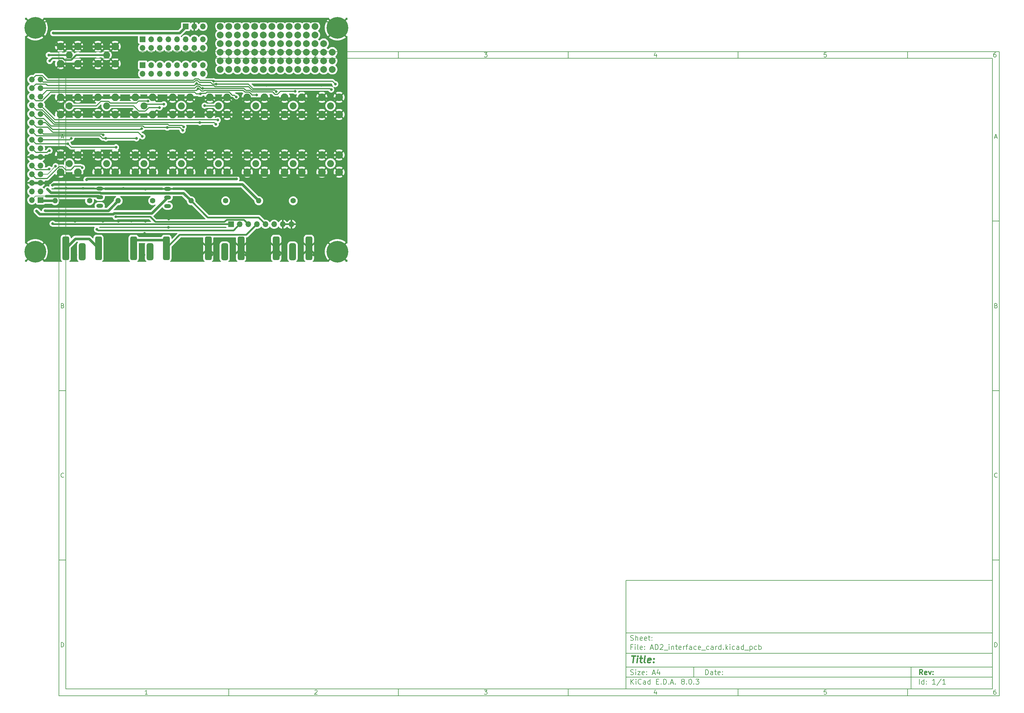
<source format=gbr>
%TF.GenerationSoftware,KiCad,Pcbnew,8.0.3*%
%TF.CreationDate,2024-12-12T12:19:01+09:00*%
%TF.ProjectId,AD2_interface_card,4144325f-696e-4746-9572-666163655f63,rev?*%
%TF.SameCoordinates,Original*%
%TF.FileFunction,Copper,L1,Top*%
%TF.FilePolarity,Positive*%
%FSLAX46Y46*%
G04 Gerber Fmt 4.6, Leading zero omitted, Abs format (unit mm)*
G04 Created by KiCad (PCBNEW 8.0.3) date 2024-12-12 12:19:01*
%MOMM*%
%LPD*%
G01*
G04 APERTURE LIST*
G04 Aperture macros list*
%AMRoundRect*
0 Rectangle with rounded corners*
0 $1 Rounding radius*
0 $2 $3 $4 $5 $6 $7 $8 $9 X,Y pos of 4 corners*
0 Add a 4 corners polygon primitive as box body*
4,1,4,$2,$3,$4,$5,$6,$7,$8,$9,$2,$3,0*
0 Add four circle primitives for the rounded corners*
1,1,$1+$1,$2,$3*
1,1,$1+$1,$4,$5*
1,1,$1+$1,$6,$7*
1,1,$1+$1,$8,$9*
0 Add four rect primitives between the rounded corners*
20,1,$1+$1,$2,$3,$4,$5,0*
20,1,$1+$1,$4,$5,$6,$7,0*
20,1,$1+$1,$6,$7,$8,$9,0*
20,1,$1+$1,$8,$9,$2,$3,0*%
G04 Aperture macros list end*
%ADD10C,0.100000*%
%ADD11C,0.150000*%
%ADD12C,0.300000*%
%ADD13C,0.400000*%
%TA.AperFunction,ComponentPad*%
%ADD14C,2.050000*%
%TD*%
%TA.AperFunction,ComponentPad*%
%ADD15C,2.250000*%
%TD*%
%TA.AperFunction,ComponentPad*%
%ADD16C,2.000000*%
%TD*%
%TA.AperFunction,ComponentPad*%
%ADD17O,2.000000X1.200000*%
%TD*%
%TA.AperFunction,SMDPad,CuDef*%
%ADD18RoundRect,0.500000X0.500000X2.000000X-0.500000X2.000000X-0.500000X-2.000000X0.500000X-2.000000X0*%
%TD*%
%TA.AperFunction,ComponentPad*%
%ADD19C,0.800000*%
%TD*%
%TA.AperFunction,SMDPad,CuDef*%
%ADD20RoundRect,0.500000X-0.500000X-3.000000X0.500000X-3.000000X0.500000X3.000000X-0.500000X3.000000X0*%
%TD*%
%TA.AperFunction,ComponentPad*%
%ADD21C,6.400000*%
%TD*%
%TA.AperFunction,ComponentPad*%
%ADD22R,1.700000X1.700000*%
%TD*%
%TA.AperFunction,ComponentPad*%
%ADD23O,1.700000X1.700000*%
%TD*%
%TA.AperFunction,ComponentPad*%
%ADD24C,1.600000*%
%TD*%
%TA.AperFunction,ComponentPad*%
%ADD25O,1.600000X1.600000*%
%TD*%
%TA.AperFunction,ViaPad*%
%ADD26C,0.800000*%
%TD*%
%TA.AperFunction,Conductor*%
%ADD27C,0.500000*%
%TD*%
%TA.AperFunction,Conductor*%
%ADD28C,0.800000*%
%TD*%
%TA.AperFunction,Conductor*%
%ADD29C,0.200000*%
%TD*%
%TA.AperFunction,Conductor*%
%ADD30C,0.300000*%
%TD*%
G04 APERTURE END LIST*
D10*
D11*
X177002200Y-166007200D02*
X285002200Y-166007200D01*
X285002200Y-198007200D01*
X177002200Y-198007200D01*
X177002200Y-166007200D01*
D10*
D11*
X10000000Y-10000000D02*
X287002200Y-10000000D01*
X287002200Y-200007200D01*
X10000000Y-200007200D01*
X10000000Y-10000000D01*
D10*
D11*
X12000000Y-12000000D02*
X285002200Y-12000000D01*
X285002200Y-198007200D01*
X12000000Y-198007200D01*
X12000000Y-12000000D01*
D10*
D11*
X60000000Y-12000000D02*
X60000000Y-10000000D01*
D10*
D11*
X110000000Y-12000000D02*
X110000000Y-10000000D01*
D10*
D11*
X160000000Y-12000000D02*
X160000000Y-10000000D01*
D10*
D11*
X210000000Y-12000000D02*
X210000000Y-10000000D01*
D10*
D11*
X260000000Y-12000000D02*
X260000000Y-10000000D01*
D10*
D11*
X36089160Y-11593604D02*
X35346303Y-11593604D01*
X35717731Y-11593604D02*
X35717731Y-10293604D01*
X35717731Y-10293604D02*
X35593922Y-10479319D01*
X35593922Y-10479319D02*
X35470112Y-10603128D01*
X35470112Y-10603128D02*
X35346303Y-10665033D01*
D10*
D11*
X85346303Y-10417414D02*
X85408207Y-10355509D01*
X85408207Y-10355509D02*
X85532017Y-10293604D01*
X85532017Y-10293604D02*
X85841541Y-10293604D01*
X85841541Y-10293604D02*
X85965350Y-10355509D01*
X85965350Y-10355509D02*
X86027255Y-10417414D01*
X86027255Y-10417414D02*
X86089160Y-10541223D01*
X86089160Y-10541223D02*
X86089160Y-10665033D01*
X86089160Y-10665033D02*
X86027255Y-10850747D01*
X86027255Y-10850747D02*
X85284398Y-11593604D01*
X85284398Y-11593604D02*
X86089160Y-11593604D01*
D10*
D11*
X135284398Y-10293604D02*
X136089160Y-10293604D01*
X136089160Y-10293604D02*
X135655826Y-10788842D01*
X135655826Y-10788842D02*
X135841541Y-10788842D01*
X135841541Y-10788842D02*
X135965350Y-10850747D01*
X135965350Y-10850747D02*
X136027255Y-10912652D01*
X136027255Y-10912652D02*
X136089160Y-11036461D01*
X136089160Y-11036461D02*
X136089160Y-11345985D01*
X136089160Y-11345985D02*
X136027255Y-11469795D01*
X136027255Y-11469795D02*
X135965350Y-11531700D01*
X135965350Y-11531700D02*
X135841541Y-11593604D01*
X135841541Y-11593604D02*
X135470112Y-11593604D01*
X135470112Y-11593604D02*
X135346303Y-11531700D01*
X135346303Y-11531700D02*
X135284398Y-11469795D01*
D10*
D11*
X185965350Y-10726938D02*
X185965350Y-11593604D01*
X185655826Y-10231700D02*
X185346303Y-11160271D01*
X185346303Y-11160271D02*
X186151064Y-11160271D01*
D10*
D11*
X236027255Y-10293604D02*
X235408207Y-10293604D01*
X235408207Y-10293604D02*
X235346303Y-10912652D01*
X235346303Y-10912652D02*
X235408207Y-10850747D01*
X235408207Y-10850747D02*
X235532017Y-10788842D01*
X235532017Y-10788842D02*
X235841541Y-10788842D01*
X235841541Y-10788842D02*
X235965350Y-10850747D01*
X235965350Y-10850747D02*
X236027255Y-10912652D01*
X236027255Y-10912652D02*
X236089160Y-11036461D01*
X236089160Y-11036461D02*
X236089160Y-11345985D01*
X236089160Y-11345985D02*
X236027255Y-11469795D01*
X236027255Y-11469795D02*
X235965350Y-11531700D01*
X235965350Y-11531700D02*
X235841541Y-11593604D01*
X235841541Y-11593604D02*
X235532017Y-11593604D01*
X235532017Y-11593604D02*
X235408207Y-11531700D01*
X235408207Y-11531700D02*
X235346303Y-11469795D01*
D10*
D11*
X285965350Y-10293604D02*
X285717731Y-10293604D01*
X285717731Y-10293604D02*
X285593922Y-10355509D01*
X285593922Y-10355509D02*
X285532017Y-10417414D01*
X285532017Y-10417414D02*
X285408207Y-10603128D01*
X285408207Y-10603128D02*
X285346303Y-10850747D01*
X285346303Y-10850747D02*
X285346303Y-11345985D01*
X285346303Y-11345985D02*
X285408207Y-11469795D01*
X285408207Y-11469795D02*
X285470112Y-11531700D01*
X285470112Y-11531700D02*
X285593922Y-11593604D01*
X285593922Y-11593604D02*
X285841541Y-11593604D01*
X285841541Y-11593604D02*
X285965350Y-11531700D01*
X285965350Y-11531700D02*
X286027255Y-11469795D01*
X286027255Y-11469795D02*
X286089160Y-11345985D01*
X286089160Y-11345985D02*
X286089160Y-11036461D01*
X286089160Y-11036461D02*
X286027255Y-10912652D01*
X286027255Y-10912652D02*
X285965350Y-10850747D01*
X285965350Y-10850747D02*
X285841541Y-10788842D01*
X285841541Y-10788842D02*
X285593922Y-10788842D01*
X285593922Y-10788842D02*
X285470112Y-10850747D01*
X285470112Y-10850747D02*
X285408207Y-10912652D01*
X285408207Y-10912652D02*
X285346303Y-11036461D01*
D10*
D11*
X60000000Y-198007200D02*
X60000000Y-200007200D01*
D10*
D11*
X110000000Y-198007200D02*
X110000000Y-200007200D01*
D10*
D11*
X160000000Y-198007200D02*
X160000000Y-200007200D01*
D10*
D11*
X210000000Y-198007200D02*
X210000000Y-200007200D01*
D10*
D11*
X260000000Y-198007200D02*
X260000000Y-200007200D01*
D10*
D11*
X36089160Y-199600804D02*
X35346303Y-199600804D01*
X35717731Y-199600804D02*
X35717731Y-198300804D01*
X35717731Y-198300804D02*
X35593922Y-198486519D01*
X35593922Y-198486519D02*
X35470112Y-198610328D01*
X35470112Y-198610328D02*
X35346303Y-198672233D01*
D10*
D11*
X85346303Y-198424614D02*
X85408207Y-198362709D01*
X85408207Y-198362709D02*
X85532017Y-198300804D01*
X85532017Y-198300804D02*
X85841541Y-198300804D01*
X85841541Y-198300804D02*
X85965350Y-198362709D01*
X85965350Y-198362709D02*
X86027255Y-198424614D01*
X86027255Y-198424614D02*
X86089160Y-198548423D01*
X86089160Y-198548423D02*
X86089160Y-198672233D01*
X86089160Y-198672233D02*
X86027255Y-198857947D01*
X86027255Y-198857947D02*
X85284398Y-199600804D01*
X85284398Y-199600804D02*
X86089160Y-199600804D01*
D10*
D11*
X135284398Y-198300804D02*
X136089160Y-198300804D01*
X136089160Y-198300804D02*
X135655826Y-198796042D01*
X135655826Y-198796042D02*
X135841541Y-198796042D01*
X135841541Y-198796042D02*
X135965350Y-198857947D01*
X135965350Y-198857947D02*
X136027255Y-198919852D01*
X136027255Y-198919852D02*
X136089160Y-199043661D01*
X136089160Y-199043661D02*
X136089160Y-199353185D01*
X136089160Y-199353185D02*
X136027255Y-199476995D01*
X136027255Y-199476995D02*
X135965350Y-199538900D01*
X135965350Y-199538900D02*
X135841541Y-199600804D01*
X135841541Y-199600804D02*
X135470112Y-199600804D01*
X135470112Y-199600804D02*
X135346303Y-199538900D01*
X135346303Y-199538900D02*
X135284398Y-199476995D01*
D10*
D11*
X185965350Y-198734138D02*
X185965350Y-199600804D01*
X185655826Y-198238900D02*
X185346303Y-199167471D01*
X185346303Y-199167471D02*
X186151064Y-199167471D01*
D10*
D11*
X236027255Y-198300804D02*
X235408207Y-198300804D01*
X235408207Y-198300804D02*
X235346303Y-198919852D01*
X235346303Y-198919852D02*
X235408207Y-198857947D01*
X235408207Y-198857947D02*
X235532017Y-198796042D01*
X235532017Y-198796042D02*
X235841541Y-198796042D01*
X235841541Y-198796042D02*
X235965350Y-198857947D01*
X235965350Y-198857947D02*
X236027255Y-198919852D01*
X236027255Y-198919852D02*
X236089160Y-199043661D01*
X236089160Y-199043661D02*
X236089160Y-199353185D01*
X236089160Y-199353185D02*
X236027255Y-199476995D01*
X236027255Y-199476995D02*
X235965350Y-199538900D01*
X235965350Y-199538900D02*
X235841541Y-199600804D01*
X235841541Y-199600804D02*
X235532017Y-199600804D01*
X235532017Y-199600804D02*
X235408207Y-199538900D01*
X235408207Y-199538900D02*
X235346303Y-199476995D01*
D10*
D11*
X285965350Y-198300804D02*
X285717731Y-198300804D01*
X285717731Y-198300804D02*
X285593922Y-198362709D01*
X285593922Y-198362709D02*
X285532017Y-198424614D01*
X285532017Y-198424614D02*
X285408207Y-198610328D01*
X285408207Y-198610328D02*
X285346303Y-198857947D01*
X285346303Y-198857947D02*
X285346303Y-199353185D01*
X285346303Y-199353185D02*
X285408207Y-199476995D01*
X285408207Y-199476995D02*
X285470112Y-199538900D01*
X285470112Y-199538900D02*
X285593922Y-199600804D01*
X285593922Y-199600804D02*
X285841541Y-199600804D01*
X285841541Y-199600804D02*
X285965350Y-199538900D01*
X285965350Y-199538900D02*
X286027255Y-199476995D01*
X286027255Y-199476995D02*
X286089160Y-199353185D01*
X286089160Y-199353185D02*
X286089160Y-199043661D01*
X286089160Y-199043661D02*
X286027255Y-198919852D01*
X286027255Y-198919852D02*
X285965350Y-198857947D01*
X285965350Y-198857947D02*
X285841541Y-198796042D01*
X285841541Y-198796042D02*
X285593922Y-198796042D01*
X285593922Y-198796042D02*
X285470112Y-198857947D01*
X285470112Y-198857947D02*
X285408207Y-198919852D01*
X285408207Y-198919852D02*
X285346303Y-199043661D01*
D10*
D11*
X10000000Y-60000000D02*
X12000000Y-60000000D01*
D10*
D11*
X10000000Y-110000000D02*
X12000000Y-110000000D01*
D10*
D11*
X10000000Y-160000000D02*
X12000000Y-160000000D01*
D10*
D11*
X10690476Y-35222176D02*
X11309523Y-35222176D01*
X10566666Y-35593604D02*
X10999999Y-34293604D01*
X10999999Y-34293604D02*
X11433333Y-35593604D01*
D10*
D11*
X11092857Y-84912652D02*
X11278571Y-84974557D01*
X11278571Y-84974557D02*
X11340476Y-85036461D01*
X11340476Y-85036461D02*
X11402380Y-85160271D01*
X11402380Y-85160271D02*
X11402380Y-85345985D01*
X11402380Y-85345985D02*
X11340476Y-85469795D01*
X11340476Y-85469795D02*
X11278571Y-85531700D01*
X11278571Y-85531700D02*
X11154761Y-85593604D01*
X11154761Y-85593604D02*
X10659523Y-85593604D01*
X10659523Y-85593604D02*
X10659523Y-84293604D01*
X10659523Y-84293604D02*
X11092857Y-84293604D01*
X11092857Y-84293604D02*
X11216666Y-84355509D01*
X11216666Y-84355509D02*
X11278571Y-84417414D01*
X11278571Y-84417414D02*
X11340476Y-84541223D01*
X11340476Y-84541223D02*
X11340476Y-84665033D01*
X11340476Y-84665033D02*
X11278571Y-84788842D01*
X11278571Y-84788842D02*
X11216666Y-84850747D01*
X11216666Y-84850747D02*
X11092857Y-84912652D01*
X11092857Y-84912652D02*
X10659523Y-84912652D01*
D10*
D11*
X11402380Y-135469795D02*
X11340476Y-135531700D01*
X11340476Y-135531700D02*
X11154761Y-135593604D01*
X11154761Y-135593604D02*
X11030952Y-135593604D01*
X11030952Y-135593604D02*
X10845238Y-135531700D01*
X10845238Y-135531700D02*
X10721428Y-135407890D01*
X10721428Y-135407890D02*
X10659523Y-135284080D01*
X10659523Y-135284080D02*
X10597619Y-135036461D01*
X10597619Y-135036461D02*
X10597619Y-134850747D01*
X10597619Y-134850747D02*
X10659523Y-134603128D01*
X10659523Y-134603128D02*
X10721428Y-134479319D01*
X10721428Y-134479319D02*
X10845238Y-134355509D01*
X10845238Y-134355509D02*
X11030952Y-134293604D01*
X11030952Y-134293604D02*
X11154761Y-134293604D01*
X11154761Y-134293604D02*
X11340476Y-134355509D01*
X11340476Y-134355509D02*
X11402380Y-134417414D01*
D10*
D11*
X10659523Y-185593604D02*
X10659523Y-184293604D01*
X10659523Y-184293604D02*
X10969047Y-184293604D01*
X10969047Y-184293604D02*
X11154761Y-184355509D01*
X11154761Y-184355509D02*
X11278571Y-184479319D01*
X11278571Y-184479319D02*
X11340476Y-184603128D01*
X11340476Y-184603128D02*
X11402380Y-184850747D01*
X11402380Y-184850747D02*
X11402380Y-185036461D01*
X11402380Y-185036461D02*
X11340476Y-185284080D01*
X11340476Y-185284080D02*
X11278571Y-185407890D01*
X11278571Y-185407890D02*
X11154761Y-185531700D01*
X11154761Y-185531700D02*
X10969047Y-185593604D01*
X10969047Y-185593604D02*
X10659523Y-185593604D01*
D10*
D11*
X287002200Y-60000000D02*
X285002200Y-60000000D01*
D10*
D11*
X287002200Y-110000000D02*
X285002200Y-110000000D01*
D10*
D11*
X287002200Y-160000000D02*
X285002200Y-160000000D01*
D10*
D11*
X285692676Y-35222176D02*
X286311723Y-35222176D01*
X285568866Y-35593604D02*
X286002199Y-34293604D01*
X286002199Y-34293604D02*
X286435533Y-35593604D01*
D10*
D11*
X286095057Y-84912652D02*
X286280771Y-84974557D01*
X286280771Y-84974557D02*
X286342676Y-85036461D01*
X286342676Y-85036461D02*
X286404580Y-85160271D01*
X286404580Y-85160271D02*
X286404580Y-85345985D01*
X286404580Y-85345985D02*
X286342676Y-85469795D01*
X286342676Y-85469795D02*
X286280771Y-85531700D01*
X286280771Y-85531700D02*
X286156961Y-85593604D01*
X286156961Y-85593604D02*
X285661723Y-85593604D01*
X285661723Y-85593604D02*
X285661723Y-84293604D01*
X285661723Y-84293604D02*
X286095057Y-84293604D01*
X286095057Y-84293604D02*
X286218866Y-84355509D01*
X286218866Y-84355509D02*
X286280771Y-84417414D01*
X286280771Y-84417414D02*
X286342676Y-84541223D01*
X286342676Y-84541223D02*
X286342676Y-84665033D01*
X286342676Y-84665033D02*
X286280771Y-84788842D01*
X286280771Y-84788842D02*
X286218866Y-84850747D01*
X286218866Y-84850747D02*
X286095057Y-84912652D01*
X286095057Y-84912652D02*
X285661723Y-84912652D01*
D10*
D11*
X286404580Y-135469795D02*
X286342676Y-135531700D01*
X286342676Y-135531700D02*
X286156961Y-135593604D01*
X286156961Y-135593604D02*
X286033152Y-135593604D01*
X286033152Y-135593604D02*
X285847438Y-135531700D01*
X285847438Y-135531700D02*
X285723628Y-135407890D01*
X285723628Y-135407890D02*
X285661723Y-135284080D01*
X285661723Y-135284080D02*
X285599819Y-135036461D01*
X285599819Y-135036461D02*
X285599819Y-134850747D01*
X285599819Y-134850747D02*
X285661723Y-134603128D01*
X285661723Y-134603128D02*
X285723628Y-134479319D01*
X285723628Y-134479319D02*
X285847438Y-134355509D01*
X285847438Y-134355509D02*
X286033152Y-134293604D01*
X286033152Y-134293604D02*
X286156961Y-134293604D01*
X286156961Y-134293604D02*
X286342676Y-134355509D01*
X286342676Y-134355509D02*
X286404580Y-134417414D01*
D10*
D11*
X285661723Y-185593604D02*
X285661723Y-184293604D01*
X285661723Y-184293604D02*
X285971247Y-184293604D01*
X285971247Y-184293604D02*
X286156961Y-184355509D01*
X286156961Y-184355509D02*
X286280771Y-184479319D01*
X286280771Y-184479319D02*
X286342676Y-184603128D01*
X286342676Y-184603128D02*
X286404580Y-184850747D01*
X286404580Y-184850747D02*
X286404580Y-185036461D01*
X286404580Y-185036461D02*
X286342676Y-185284080D01*
X286342676Y-185284080D02*
X286280771Y-185407890D01*
X286280771Y-185407890D02*
X286156961Y-185531700D01*
X286156961Y-185531700D02*
X285971247Y-185593604D01*
X285971247Y-185593604D02*
X285661723Y-185593604D01*
D10*
D11*
X200458026Y-193793328D02*
X200458026Y-192293328D01*
X200458026Y-192293328D02*
X200815169Y-192293328D01*
X200815169Y-192293328D02*
X201029455Y-192364757D01*
X201029455Y-192364757D02*
X201172312Y-192507614D01*
X201172312Y-192507614D02*
X201243741Y-192650471D01*
X201243741Y-192650471D02*
X201315169Y-192936185D01*
X201315169Y-192936185D02*
X201315169Y-193150471D01*
X201315169Y-193150471D02*
X201243741Y-193436185D01*
X201243741Y-193436185D02*
X201172312Y-193579042D01*
X201172312Y-193579042D02*
X201029455Y-193721900D01*
X201029455Y-193721900D02*
X200815169Y-193793328D01*
X200815169Y-193793328D02*
X200458026Y-193793328D01*
X202600884Y-193793328D02*
X202600884Y-193007614D01*
X202600884Y-193007614D02*
X202529455Y-192864757D01*
X202529455Y-192864757D02*
X202386598Y-192793328D01*
X202386598Y-192793328D02*
X202100884Y-192793328D01*
X202100884Y-192793328D02*
X201958026Y-192864757D01*
X202600884Y-193721900D02*
X202458026Y-193793328D01*
X202458026Y-193793328D02*
X202100884Y-193793328D01*
X202100884Y-193793328D02*
X201958026Y-193721900D01*
X201958026Y-193721900D02*
X201886598Y-193579042D01*
X201886598Y-193579042D02*
X201886598Y-193436185D01*
X201886598Y-193436185D02*
X201958026Y-193293328D01*
X201958026Y-193293328D02*
X202100884Y-193221900D01*
X202100884Y-193221900D02*
X202458026Y-193221900D01*
X202458026Y-193221900D02*
X202600884Y-193150471D01*
X203100884Y-192793328D02*
X203672312Y-192793328D01*
X203315169Y-192293328D02*
X203315169Y-193579042D01*
X203315169Y-193579042D02*
X203386598Y-193721900D01*
X203386598Y-193721900D02*
X203529455Y-193793328D01*
X203529455Y-193793328D02*
X203672312Y-193793328D01*
X204743741Y-193721900D02*
X204600884Y-193793328D01*
X204600884Y-193793328D02*
X204315170Y-193793328D01*
X204315170Y-193793328D02*
X204172312Y-193721900D01*
X204172312Y-193721900D02*
X204100884Y-193579042D01*
X204100884Y-193579042D02*
X204100884Y-193007614D01*
X204100884Y-193007614D02*
X204172312Y-192864757D01*
X204172312Y-192864757D02*
X204315170Y-192793328D01*
X204315170Y-192793328D02*
X204600884Y-192793328D01*
X204600884Y-192793328D02*
X204743741Y-192864757D01*
X204743741Y-192864757D02*
X204815170Y-193007614D01*
X204815170Y-193007614D02*
X204815170Y-193150471D01*
X204815170Y-193150471D02*
X204100884Y-193293328D01*
X205458026Y-193650471D02*
X205529455Y-193721900D01*
X205529455Y-193721900D02*
X205458026Y-193793328D01*
X205458026Y-193793328D02*
X205386598Y-193721900D01*
X205386598Y-193721900D02*
X205458026Y-193650471D01*
X205458026Y-193650471D02*
X205458026Y-193793328D01*
X205458026Y-192864757D02*
X205529455Y-192936185D01*
X205529455Y-192936185D02*
X205458026Y-193007614D01*
X205458026Y-193007614D02*
X205386598Y-192936185D01*
X205386598Y-192936185D02*
X205458026Y-192864757D01*
X205458026Y-192864757D02*
X205458026Y-193007614D01*
D10*
D11*
X177002200Y-194507200D02*
X285002200Y-194507200D01*
D10*
D11*
X178458026Y-196593328D02*
X178458026Y-195093328D01*
X179315169Y-196593328D02*
X178672312Y-195736185D01*
X179315169Y-195093328D02*
X178458026Y-195950471D01*
X179958026Y-196593328D02*
X179958026Y-195593328D01*
X179958026Y-195093328D02*
X179886598Y-195164757D01*
X179886598Y-195164757D02*
X179958026Y-195236185D01*
X179958026Y-195236185D02*
X180029455Y-195164757D01*
X180029455Y-195164757D02*
X179958026Y-195093328D01*
X179958026Y-195093328D02*
X179958026Y-195236185D01*
X181529455Y-196450471D02*
X181458027Y-196521900D01*
X181458027Y-196521900D02*
X181243741Y-196593328D01*
X181243741Y-196593328D02*
X181100884Y-196593328D01*
X181100884Y-196593328D02*
X180886598Y-196521900D01*
X180886598Y-196521900D02*
X180743741Y-196379042D01*
X180743741Y-196379042D02*
X180672312Y-196236185D01*
X180672312Y-196236185D02*
X180600884Y-195950471D01*
X180600884Y-195950471D02*
X180600884Y-195736185D01*
X180600884Y-195736185D02*
X180672312Y-195450471D01*
X180672312Y-195450471D02*
X180743741Y-195307614D01*
X180743741Y-195307614D02*
X180886598Y-195164757D01*
X180886598Y-195164757D02*
X181100884Y-195093328D01*
X181100884Y-195093328D02*
X181243741Y-195093328D01*
X181243741Y-195093328D02*
X181458027Y-195164757D01*
X181458027Y-195164757D02*
X181529455Y-195236185D01*
X182815170Y-196593328D02*
X182815170Y-195807614D01*
X182815170Y-195807614D02*
X182743741Y-195664757D01*
X182743741Y-195664757D02*
X182600884Y-195593328D01*
X182600884Y-195593328D02*
X182315170Y-195593328D01*
X182315170Y-195593328D02*
X182172312Y-195664757D01*
X182815170Y-196521900D02*
X182672312Y-196593328D01*
X182672312Y-196593328D02*
X182315170Y-196593328D01*
X182315170Y-196593328D02*
X182172312Y-196521900D01*
X182172312Y-196521900D02*
X182100884Y-196379042D01*
X182100884Y-196379042D02*
X182100884Y-196236185D01*
X182100884Y-196236185D02*
X182172312Y-196093328D01*
X182172312Y-196093328D02*
X182315170Y-196021900D01*
X182315170Y-196021900D02*
X182672312Y-196021900D01*
X182672312Y-196021900D02*
X182815170Y-195950471D01*
X184172313Y-196593328D02*
X184172313Y-195093328D01*
X184172313Y-196521900D02*
X184029455Y-196593328D01*
X184029455Y-196593328D02*
X183743741Y-196593328D01*
X183743741Y-196593328D02*
X183600884Y-196521900D01*
X183600884Y-196521900D02*
X183529455Y-196450471D01*
X183529455Y-196450471D02*
X183458027Y-196307614D01*
X183458027Y-196307614D02*
X183458027Y-195879042D01*
X183458027Y-195879042D02*
X183529455Y-195736185D01*
X183529455Y-195736185D02*
X183600884Y-195664757D01*
X183600884Y-195664757D02*
X183743741Y-195593328D01*
X183743741Y-195593328D02*
X184029455Y-195593328D01*
X184029455Y-195593328D02*
X184172313Y-195664757D01*
X186029455Y-195807614D02*
X186529455Y-195807614D01*
X186743741Y-196593328D02*
X186029455Y-196593328D01*
X186029455Y-196593328D02*
X186029455Y-195093328D01*
X186029455Y-195093328D02*
X186743741Y-195093328D01*
X187386598Y-196450471D02*
X187458027Y-196521900D01*
X187458027Y-196521900D02*
X187386598Y-196593328D01*
X187386598Y-196593328D02*
X187315170Y-196521900D01*
X187315170Y-196521900D02*
X187386598Y-196450471D01*
X187386598Y-196450471D02*
X187386598Y-196593328D01*
X188100884Y-196593328D02*
X188100884Y-195093328D01*
X188100884Y-195093328D02*
X188458027Y-195093328D01*
X188458027Y-195093328D02*
X188672313Y-195164757D01*
X188672313Y-195164757D02*
X188815170Y-195307614D01*
X188815170Y-195307614D02*
X188886599Y-195450471D01*
X188886599Y-195450471D02*
X188958027Y-195736185D01*
X188958027Y-195736185D02*
X188958027Y-195950471D01*
X188958027Y-195950471D02*
X188886599Y-196236185D01*
X188886599Y-196236185D02*
X188815170Y-196379042D01*
X188815170Y-196379042D02*
X188672313Y-196521900D01*
X188672313Y-196521900D02*
X188458027Y-196593328D01*
X188458027Y-196593328D02*
X188100884Y-196593328D01*
X189600884Y-196450471D02*
X189672313Y-196521900D01*
X189672313Y-196521900D02*
X189600884Y-196593328D01*
X189600884Y-196593328D02*
X189529456Y-196521900D01*
X189529456Y-196521900D02*
X189600884Y-196450471D01*
X189600884Y-196450471D02*
X189600884Y-196593328D01*
X190243742Y-196164757D02*
X190958028Y-196164757D01*
X190100885Y-196593328D02*
X190600885Y-195093328D01*
X190600885Y-195093328D02*
X191100885Y-196593328D01*
X191600884Y-196450471D02*
X191672313Y-196521900D01*
X191672313Y-196521900D02*
X191600884Y-196593328D01*
X191600884Y-196593328D02*
X191529456Y-196521900D01*
X191529456Y-196521900D02*
X191600884Y-196450471D01*
X191600884Y-196450471D02*
X191600884Y-196593328D01*
X193672313Y-195736185D02*
X193529456Y-195664757D01*
X193529456Y-195664757D02*
X193458027Y-195593328D01*
X193458027Y-195593328D02*
X193386599Y-195450471D01*
X193386599Y-195450471D02*
X193386599Y-195379042D01*
X193386599Y-195379042D02*
X193458027Y-195236185D01*
X193458027Y-195236185D02*
X193529456Y-195164757D01*
X193529456Y-195164757D02*
X193672313Y-195093328D01*
X193672313Y-195093328D02*
X193958027Y-195093328D01*
X193958027Y-195093328D02*
X194100885Y-195164757D01*
X194100885Y-195164757D02*
X194172313Y-195236185D01*
X194172313Y-195236185D02*
X194243742Y-195379042D01*
X194243742Y-195379042D02*
X194243742Y-195450471D01*
X194243742Y-195450471D02*
X194172313Y-195593328D01*
X194172313Y-195593328D02*
X194100885Y-195664757D01*
X194100885Y-195664757D02*
X193958027Y-195736185D01*
X193958027Y-195736185D02*
X193672313Y-195736185D01*
X193672313Y-195736185D02*
X193529456Y-195807614D01*
X193529456Y-195807614D02*
X193458027Y-195879042D01*
X193458027Y-195879042D02*
X193386599Y-196021900D01*
X193386599Y-196021900D02*
X193386599Y-196307614D01*
X193386599Y-196307614D02*
X193458027Y-196450471D01*
X193458027Y-196450471D02*
X193529456Y-196521900D01*
X193529456Y-196521900D02*
X193672313Y-196593328D01*
X193672313Y-196593328D02*
X193958027Y-196593328D01*
X193958027Y-196593328D02*
X194100885Y-196521900D01*
X194100885Y-196521900D02*
X194172313Y-196450471D01*
X194172313Y-196450471D02*
X194243742Y-196307614D01*
X194243742Y-196307614D02*
X194243742Y-196021900D01*
X194243742Y-196021900D02*
X194172313Y-195879042D01*
X194172313Y-195879042D02*
X194100885Y-195807614D01*
X194100885Y-195807614D02*
X193958027Y-195736185D01*
X194886598Y-196450471D02*
X194958027Y-196521900D01*
X194958027Y-196521900D02*
X194886598Y-196593328D01*
X194886598Y-196593328D02*
X194815170Y-196521900D01*
X194815170Y-196521900D02*
X194886598Y-196450471D01*
X194886598Y-196450471D02*
X194886598Y-196593328D01*
X195886599Y-195093328D02*
X196029456Y-195093328D01*
X196029456Y-195093328D02*
X196172313Y-195164757D01*
X196172313Y-195164757D02*
X196243742Y-195236185D01*
X196243742Y-195236185D02*
X196315170Y-195379042D01*
X196315170Y-195379042D02*
X196386599Y-195664757D01*
X196386599Y-195664757D02*
X196386599Y-196021900D01*
X196386599Y-196021900D02*
X196315170Y-196307614D01*
X196315170Y-196307614D02*
X196243742Y-196450471D01*
X196243742Y-196450471D02*
X196172313Y-196521900D01*
X196172313Y-196521900D02*
X196029456Y-196593328D01*
X196029456Y-196593328D02*
X195886599Y-196593328D01*
X195886599Y-196593328D02*
X195743742Y-196521900D01*
X195743742Y-196521900D02*
X195672313Y-196450471D01*
X195672313Y-196450471D02*
X195600884Y-196307614D01*
X195600884Y-196307614D02*
X195529456Y-196021900D01*
X195529456Y-196021900D02*
X195529456Y-195664757D01*
X195529456Y-195664757D02*
X195600884Y-195379042D01*
X195600884Y-195379042D02*
X195672313Y-195236185D01*
X195672313Y-195236185D02*
X195743742Y-195164757D01*
X195743742Y-195164757D02*
X195886599Y-195093328D01*
X197029455Y-196450471D02*
X197100884Y-196521900D01*
X197100884Y-196521900D02*
X197029455Y-196593328D01*
X197029455Y-196593328D02*
X196958027Y-196521900D01*
X196958027Y-196521900D02*
X197029455Y-196450471D01*
X197029455Y-196450471D02*
X197029455Y-196593328D01*
X197600884Y-195093328D02*
X198529456Y-195093328D01*
X198529456Y-195093328D02*
X198029456Y-195664757D01*
X198029456Y-195664757D02*
X198243741Y-195664757D01*
X198243741Y-195664757D02*
X198386599Y-195736185D01*
X198386599Y-195736185D02*
X198458027Y-195807614D01*
X198458027Y-195807614D02*
X198529456Y-195950471D01*
X198529456Y-195950471D02*
X198529456Y-196307614D01*
X198529456Y-196307614D02*
X198458027Y-196450471D01*
X198458027Y-196450471D02*
X198386599Y-196521900D01*
X198386599Y-196521900D02*
X198243741Y-196593328D01*
X198243741Y-196593328D02*
X197815170Y-196593328D01*
X197815170Y-196593328D02*
X197672313Y-196521900D01*
X197672313Y-196521900D02*
X197600884Y-196450471D01*
D10*
D11*
X177002200Y-191507200D02*
X285002200Y-191507200D01*
D10*
D12*
X264413853Y-193785528D02*
X263913853Y-193071242D01*
X263556710Y-193785528D02*
X263556710Y-192285528D01*
X263556710Y-192285528D02*
X264128139Y-192285528D01*
X264128139Y-192285528D02*
X264270996Y-192356957D01*
X264270996Y-192356957D02*
X264342425Y-192428385D01*
X264342425Y-192428385D02*
X264413853Y-192571242D01*
X264413853Y-192571242D02*
X264413853Y-192785528D01*
X264413853Y-192785528D02*
X264342425Y-192928385D01*
X264342425Y-192928385D02*
X264270996Y-192999814D01*
X264270996Y-192999814D02*
X264128139Y-193071242D01*
X264128139Y-193071242D02*
X263556710Y-193071242D01*
X265628139Y-193714100D02*
X265485282Y-193785528D01*
X265485282Y-193785528D02*
X265199568Y-193785528D01*
X265199568Y-193785528D02*
X265056710Y-193714100D01*
X265056710Y-193714100D02*
X264985282Y-193571242D01*
X264985282Y-193571242D02*
X264985282Y-192999814D01*
X264985282Y-192999814D02*
X265056710Y-192856957D01*
X265056710Y-192856957D02*
X265199568Y-192785528D01*
X265199568Y-192785528D02*
X265485282Y-192785528D01*
X265485282Y-192785528D02*
X265628139Y-192856957D01*
X265628139Y-192856957D02*
X265699568Y-192999814D01*
X265699568Y-192999814D02*
X265699568Y-193142671D01*
X265699568Y-193142671D02*
X264985282Y-193285528D01*
X266199567Y-192785528D02*
X266556710Y-193785528D01*
X266556710Y-193785528D02*
X266913853Y-192785528D01*
X267485281Y-193642671D02*
X267556710Y-193714100D01*
X267556710Y-193714100D02*
X267485281Y-193785528D01*
X267485281Y-193785528D02*
X267413853Y-193714100D01*
X267413853Y-193714100D02*
X267485281Y-193642671D01*
X267485281Y-193642671D02*
X267485281Y-193785528D01*
X267485281Y-192856957D02*
X267556710Y-192928385D01*
X267556710Y-192928385D02*
X267485281Y-192999814D01*
X267485281Y-192999814D02*
X267413853Y-192928385D01*
X267413853Y-192928385D02*
X267485281Y-192856957D01*
X267485281Y-192856957D02*
X267485281Y-192999814D01*
D10*
D11*
X178386598Y-193721900D02*
X178600884Y-193793328D01*
X178600884Y-193793328D02*
X178958026Y-193793328D01*
X178958026Y-193793328D02*
X179100884Y-193721900D01*
X179100884Y-193721900D02*
X179172312Y-193650471D01*
X179172312Y-193650471D02*
X179243741Y-193507614D01*
X179243741Y-193507614D02*
X179243741Y-193364757D01*
X179243741Y-193364757D02*
X179172312Y-193221900D01*
X179172312Y-193221900D02*
X179100884Y-193150471D01*
X179100884Y-193150471D02*
X178958026Y-193079042D01*
X178958026Y-193079042D02*
X178672312Y-193007614D01*
X178672312Y-193007614D02*
X178529455Y-192936185D01*
X178529455Y-192936185D02*
X178458026Y-192864757D01*
X178458026Y-192864757D02*
X178386598Y-192721900D01*
X178386598Y-192721900D02*
X178386598Y-192579042D01*
X178386598Y-192579042D02*
X178458026Y-192436185D01*
X178458026Y-192436185D02*
X178529455Y-192364757D01*
X178529455Y-192364757D02*
X178672312Y-192293328D01*
X178672312Y-192293328D02*
X179029455Y-192293328D01*
X179029455Y-192293328D02*
X179243741Y-192364757D01*
X179886597Y-193793328D02*
X179886597Y-192793328D01*
X179886597Y-192293328D02*
X179815169Y-192364757D01*
X179815169Y-192364757D02*
X179886597Y-192436185D01*
X179886597Y-192436185D02*
X179958026Y-192364757D01*
X179958026Y-192364757D02*
X179886597Y-192293328D01*
X179886597Y-192293328D02*
X179886597Y-192436185D01*
X180458026Y-192793328D02*
X181243741Y-192793328D01*
X181243741Y-192793328D02*
X180458026Y-193793328D01*
X180458026Y-193793328D02*
X181243741Y-193793328D01*
X182386598Y-193721900D02*
X182243741Y-193793328D01*
X182243741Y-193793328D02*
X181958027Y-193793328D01*
X181958027Y-193793328D02*
X181815169Y-193721900D01*
X181815169Y-193721900D02*
X181743741Y-193579042D01*
X181743741Y-193579042D02*
X181743741Y-193007614D01*
X181743741Y-193007614D02*
X181815169Y-192864757D01*
X181815169Y-192864757D02*
X181958027Y-192793328D01*
X181958027Y-192793328D02*
X182243741Y-192793328D01*
X182243741Y-192793328D02*
X182386598Y-192864757D01*
X182386598Y-192864757D02*
X182458027Y-193007614D01*
X182458027Y-193007614D02*
X182458027Y-193150471D01*
X182458027Y-193150471D02*
X181743741Y-193293328D01*
X183100883Y-193650471D02*
X183172312Y-193721900D01*
X183172312Y-193721900D02*
X183100883Y-193793328D01*
X183100883Y-193793328D02*
X183029455Y-193721900D01*
X183029455Y-193721900D02*
X183100883Y-193650471D01*
X183100883Y-193650471D02*
X183100883Y-193793328D01*
X183100883Y-192864757D02*
X183172312Y-192936185D01*
X183172312Y-192936185D02*
X183100883Y-193007614D01*
X183100883Y-193007614D02*
X183029455Y-192936185D01*
X183029455Y-192936185D02*
X183100883Y-192864757D01*
X183100883Y-192864757D02*
X183100883Y-193007614D01*
X184886598Y-193364757D02*
X185600884Y-193364757D01*
X184743741Y-193793328D02*
X185243741Y-192293328D01*
X185243741Y-192293328D02*
X185743741Y-193793328D01*
X186886598Y-192793328D02*
X186886598Y-193793328D01*
X186529455Y-192221900D02*
X186172312Y-193293328D01*
X186172312Y-193293328D02*
X187100883Y-193293328D01*
D10*
D11*
X263458026Y-196593328D02*
X263458026Y-195093328D01*
X264815170Y-196593328D02*
X264815170Y-195093328D01*
X264815170Y-196521900D02*
X264672312Y-196593328D01*
X264672312Y-196593328D02*
X264386598Y-196593328D01*
X264386598Y-196593328D02*
X264243741Y-196521900D01*
X264243741Y-196521900D02*
X264172312Y-196450471D01*
X264172312Y-196450471D02*
X264100884Y-196307614D01*
X264100884Y-196307614D02*
X264100884Y-195879042D01*
X264100884Y-195879042D02*
X264172312Y-195736185D01*
X264172312Y-195736185D02*
X264243741Y-195664757D01*
X264243741Y-195664757D02*
X264386598Y-195593328D01*
X264386598Y-195593328D02*
X264672312Y-195593328D01*
X264672312Y-195593328D02*
X264815170Y-195664757D01*
X265529455Y-196450471D02*
X265600884Y-196521900D01*
X265600884Y-196521900D02*
X265529455Y-196593328D01*
X265529455Y-196593328D02*
X265458027Y-196521900D01*
X265458027Y-196521900D02*
X265529455Y-196450471D01*
X265529455Y-196450471D02*
X265529455Y-196593328D01*
X265529455Y-195664757D02*
X265600884Y-195736185D01*
X265600884Y-195736185D02*
X265529455Y-195807614D01*
X265529455Y-195807614D02*
X265458027Y-195736185D01*
X265458027Y-195736185D02*
X265529455Y-195664757D01*
X265529455Y-195664757D02*
X265529455Y-195807614D01*
X268172313Y-196593328D02*
X267315170Y-196593328D01*
X267743741Y-196593328D02*
X267743741Y-195093328D01*
X267743741Y-195093328D02*
X267600884Y-195307614D01*
X267600884Y-195307614D02*
X267458027Y-195450471D01*
X267458027Y-195450471D02*
X267315170Y-195521900D01*
X269886598Y-195021900D02*
X268600884Y-196950471D01*
X271172313Y-196593328D02*
X270315170Y-196593328D01*
X270743741Y-196593328D02*
X270743741Y-195093328D01*
X270743741Y-195093328D02*
X270600884Y-195307614D01*
X270600884Y-195307614D02*
X270458027Y-195450471D01*
X270458027Y-195450471D02*
X270315170Y-195521900D01*
D10*
D11*
X177002200Y-187507200D02*
X285002200Y-187507200D01*
D10*
D13*
X178693928Y-188211638D02*
X179836785Y-188211638D01*
X179015357Y-190211638D02*
X179265357Y-188211638D01*
X180253452Y-190211638D02*
X180420119Y-188878304D01*
X180503452Y-188211638D02*
X180396309Y-188306876D01*
X180396309Y-188306876D02*
X180479643Y-188402114D01*
X180479643Y-188402114D02*
X180586786Y-188306876D01*
X180586786Y-188306876D02*
X180503452Y-188211638D01*
X180503452Y-188211638D02*
X180479643Y-188402114D01*
X181086786Y-188878304D02*
X181848690Y-188878304D01*
X181455833Y-188211638D02*
X181241548Y-189925923D01*
X181241548Y-189925923D02*
X181312976Y-190116400D01*
X181312976Y-190116400D02*
X181491548Y-190211638D01*
X181491548Y-190211638D02*
X181682024Y-190211638D01*
X182634405Y-190211638D02*
X182455833Y-190116400D01*
X182455833Y-190116400D02*
X182384405Y-189925923D01*
X182384405Y-189925923D02*
X182598690Y-188211638D01*
X184170119Y-190116400D02*
X183967738Y-190211638D01*
X183967738Y-190211638D02*
X183586785Y-190211638D01*
X183586785Y-190211638D02*
X183408214Y-190116400D01*
X183408214Y-190116400D02*
X183336785Y-189925923D01*
X183336785Y-189925923D02*
X183432024Y-189164019D01*
X183432024Y-189164019D02*
X183551071Y-188973542D01*
X183551071Y-188973542D02*
X183753452Y-188878304D01*
X183753452Y-188878304D02*
X184134404Y-188878304D01*
X184134404Y-188878304D02*
X184312976Y-188973542D01*
X184312976Y-188973542D02*
X184384404Y-189164019D01*
X184384404Y-189164019D02*
X184360595Y-189354495D01*
X184360595Y-189354495D02*
X183384404Y-189544971D01*
X185134405Y-190021161D02*
X185217738Y-190116400D01*
X185217738Y-190116400D02*
X185110595Y-190211638D01*
X185110595Y-190211638D02*
X185027262Y-190116400D01*
X185027262Y-190116400D02*
X185134405Y-190021161D01*
X185134405Y-190021161D02*
X185110595Y-190211638D01*
X185265357Y-188973542D02*
X185348690Y-189068780D01*
X185348690Y-189068780D02*
X185241548Y-189164019D01*
X185241548Y-189164019D02*
X185158214Y-189068780D01*
X185158214Y-189068780D02*
X185265357Y-188973542D01*
X185265357Y-188973542D02*
X185241548Y-189164019D01*
D10*
D11*
X178958026Y-185607614D02*
X178458026Y-185607614D01*
X178458026Y-186393328D02*
X178458026Y-184893328D01*
X178458026Y-184893328D02*
X179172312Y-184893328D01*
X179743740Y-186393328D02*
X179743740Y-185393328D01*
X179743740Y-184893328D02*
X179672312Y-184964757D01*
X179672312Y-184964757D02*
X179743740Y-185036185D01*
X179743740Y-185036185D02*
X179815169Y-184964757D01*
X179815169Y-184964757D02*
X179743740Y-184893328D01*
X179743740Y-184893328D02*
X179743740Y-185036185D01*
X180672312Y-186393328D02*
X180529455Y-186321900D01*
X180529455Y-186321900D02*
X180458026Y-186179042D01*
X180458026Y-186179042D02*
X180458026Y-184893328D01*
X181815169Y-186321900D02*
X181672312Y-186393328D01*
X181672312Y-186393328D02*
X181386598Y-186393328D01*
X181386598Y-186393328D02*
X181243740Y-186321900D01*
X181243740Y-186321900D02*
X181172312Y-186179042D01*
X181172312Y-186179042D02*
X181172312Y-185607614D01*
X181172312Y-185607614D02*
X181243740Y-185464757D01*
X181243740Y-185464757D02*
X181386598Y-185393328D01*
X181386598Y-185393328D02*
X181672312Y-185393328D01*
X181672312Y-185393328D02*
X181815169Y-185464757D01*
X181815169Y-185464757D02*
X181886598Y-185607614D01*
X181886598Y-185607614D02*
X181886598Y-185750471D01*
X181886598Y-185750471D02*
X181172312Y-185893328D01*
X182529454Y-186250471D02*
X182600883Y-186321900D01*
X182600883Y-186321900D02*
X182529454Y-186393328D01*
X182529454Y-186393328D02*
X182458026Y-186321900D01*
X182458026Y-186321900D02*
X182529454Y-186250471D01*
X182529454Y-186250471D02*
X182529454Y-186393328D01*
X182529454Y-185464757D02*
X182600883Y-185536185D01*
X182600883Y-185536185D02*
X182529454Y-185607614D01*
X182529454Y-185607614D02*
X182458026Y-185536185D01*
X182458026Y-185536185D02*
X182529454Y-185464757D01*
X182529454Y-185464757D02*
X182529454Y-185607614D01*
X184315169Y-185964757D02*
X185029455Y-185964757D01*
X184172312Y-186393328D02*
X184672312Y-184893328D01*
X184672312Y-184893328D02*
X185172312Y-186393328D01*
X185672311Y-186393328D02*
X185672311Y-184893328D01*
X185672311Y-184893328D02*
X186029454Y-184893328D01*
X186029454Y-184893328D02*
X186243740Y-184964757D01*
X186243740Y-184964757D02*
X186386597Y-185107614D01*
X186386597Y-185107614D02*
X186458026Y-185250471D01*
X186458026Y-185250471D02*
X186529454Y-185536185D01*
X186529454Y-185536185D02*
X186529454Y-185750471D01*
X186529454Y-185750471D02*
X186458026Y-186036185D01*
X186458026Y-186036185D02*
X186386597Y-186179042D01*
X186386597Y-186179042D02*
X186243740Y-186321900D01*
X186243740Y-186321900D02*
X186029454Y-186393328D01*
X186029454Y-186393328D02*
X185672311Y-186393328D01*
X187100883Y-185036185D02*
X187172311Y-184964757D01*
X187172311Y-184964757D02*
X187315169Y-184893328D01*
X187315169Y-184893328D02*
X187672311Y-184893328D01*
X187672311Y-184893328D02*
X187815169Y-184964757D01*
X187815169Y-184964757D02*
X187886597Y-185036185D01*
X187886597Y-185036185D02*
X187958026Y-185179042D01*
X187958026Y-185179042D02*
X187958026Y-185321900D01*
X187958026Y-185321900D02*
X187886597Y-185536185D01*
X187886597Y-185536185D02*
X187029454Y-186393328D01*
X187029454Y-186393328D02*
X187958026Y-186393328D01*
X188243740Y-186536185D02*
X189386597Y-186536185D01*
X189743739Y-186393328D02*
X189743739Y-185393328D01*
X189743739Y-184893328D02*
X189672311Y-184964757D01*
X189672311Y-184964757D02*
X189743739Y-185036185D01*
X189743739Y-185036185D02*
X189815168Y-184964757D01*
X189815168Y-184964757D02*
X189743739Y-184893328D01*
X189743739Y-184893328D02*
X189743739Y-185036185D01*
X190458025Y-185393328D02*
X190458025Y-186393328D01*
X190458025Y-185536185D02*
X190529454Y-185464757D01*
X190529454Y-185464757D02*
X190672311Y-185393328D01*
X190672311Y-185393328D02*
X190886597Y-185393328D01*
X190886597Y-185393328D02*
X191029454Y-185464757D01*
X191029454Y-185464757D02*
X191100883Y-185607614D01*
X191100883Y-185607614D02*
X191100883Y-186393328D01*
X191600883Y-185393328D02*
X192172311Y-185393328D01*
X191815168Y-184893328D02*
X191815168Y-186179042D01*
X191815168Y-186179042D02*
X191886597Y-186321900D01*
X191886597Y-186321900D02*
X192029454Y-186393328D01*
X192029454Y-186393328D02*
X192172311Y-186393328D01*
X193243740Y-186321900D02*
X193100883Y-186393328D01*
X193100883Y-186393328D02*
X192815169Y-186393328D01*
X192815169Y-186393328D02*
X192672311Y-186321900D01*
X192672311Y-186321900D02*
X192600883Y-186179042D01*
X192600883Y-186179042D02*
X192600883Y-185607614D01*
X192600883Y-185607614D02*
X192672311Y-185464757D01*
X192672311Y-185464757D02*
X192815169Y-185393328D01*
X192815169Y-185393328D02*
X193100883Y-185393328D01*
X193100883Y-185393328D02*
X193243740Y-185464757D01*
X193243740Y-185464757D02*
X193315169Y-185607614D01*
X193315169Y-185607614D02*
X193315169Y-185750471D01*
X193315169Y-185750471D02*
X192600883Y-185893328D01*
X193958025Y-186393328D02*
X193958025Y-185393328D01*
X193958025Y-185679042D02*
X194029454Y-185536185D01*
X194029454Y-185536185D02*
X194100883Y-185464757D01*
X194100883Y-185464757D02*
X194243740Y-185393328D01*
X194243740Y-185393328D02*
X194386597Y-185393328D01*
X194672311Y-185393328D02*
X195243739Y-185393328D01*
X194886596Y-186393328D02*
X194886596Y-185107614D01*
X194886596Y-185107614D02*
X194958025Y-184964757D01*
X194958025Y-184964757D02*
X195100882Y-184893328D01*
X195100882Y-184893328D02*
X195243739Y-184893328D01*
X196386597Y-186393328D02*
X196386597Y-185607614D01*
X196386597Y-185607614D02*
X196315168Y-185464757D01*
X196315168Y-185464757D02*
X196172311Y-185393328D01*
X196172311Y-185393328D02*
X195886597Y-185393328D01*
X195886597Y-185393328D02*
X195743739Y-185464757D01*
X196386597Y-186321900D02*
X196243739Y-186393328D01*
X196243739Y-186393328D02*
X195886597Y-186393328D01*
X195886597Y-186393328D02*
X195743739Y-186321900D01*
X195743739Y-186321900D02*
X195672311Y-186179042D01*
X195672311Y-186179042D02*
X195672311Y-186036185D01*
X195672311Y-186036185D02*
X195743739Y-185893328D01*
X195743739Y-185893328D02*
X195886597Y-185821900D01*
X195886597Y-185821900D02*
X196243739Y-185821900D01*
X196243739Y-185821900D02*
X196386597Y-185750471D01*
X197743740Y-186321900D02*
X197600882Y-186393328D01*
X197600882Y-186393328D02*
X197315168Y-186393328D01*
X197315168Y-186393328D02*
X197172311Y-186321900D01*
X197172311Y-186321900D02*
X197100882Y-186250471D01*
X197100882Y-186250471D02*
X197029454Y-186107614D01*
X197029454Y-186107614D02*
X197029454Y-185679042D01*
X197029454Y-185679042D02*
X197100882Y-185536185D01*
X197100882Y-185536185D02*
X197172311Y-185464757D01*
X197172311Y-185464757D02*
X197315168Y-185393328D01*
X197315168Y-185393328D02*
X197600882Y-185393328D01*
X197600882Y-185393328D02*
X197743740Y-185464757D01*
X198958025Y-186321900D02*
X198815168Y-186393328D01*
X198815168Y-186393328D02*
X198529454Y-186393328D01*
X198529454Y-186393328D02*
X198386596Y-186321900D01*
X198386596Y-186321900D02*
X198315168Y-186179042D01*
X198315168Y-186179042D02*
X198315168Y-185607614D01*
X198315168Y-185607614D02*
X198386596Y-185464757D01*
X198386596Y-185464757D02*
X198529454Y-185393328D01*
X198529454Y-185393328D02*
X198815168Y-185393328D01*
X198815168Y-185393328D02*
X198958025Y-185464757D01*
X198958025Y-185464757D02*
X199029454Y-185607614D01*
X199029454Y-185607614D02*
X199029454Y-185750471D01*
X199029454Y-185750471D02*
X198315168Y-185893328D01*
X199315168Y-186536185D02*
X200458025Y-186536185D01*
X201458025Y-186321900D02*
X201315167Y-186393328D01*
X201315167Y-186393328D02*
X201029453Y-186393328D01*
X201029453Y-186393328D02*
X200886596Y-186321900D01*
X200886596Y-186321900D02*
X200815167Y-186250471D01*
X200815167Y-186250471D02*
X200743739Y-186107614D01*
X200743739Y-186107614D02*
X200743739Y-185679042D01*
X200743739Y-185679042D02*
X200815167Y-185536185D01*
X200815167Y-185536185D02*
X200886596Y-185464757D01*
X200886596Y-185464757D02*
X201029453Y-185393328D01*
X201029453Y-185393328D02*
X201315167Y-185393328D01*
X201315167Y-185393328D02*
X201458025Y-185464757D01*
X202743739Y-186393328D02*
X202743739Y-185607614D01*
X202743739Y-185607614D02*
X202672310Y-185464757D01*
X202672310Y-185464757D02*
X202529453Y-185393328D01*
X202529453Y-185393328D02*
X202243739Y-185393328D01*
X202243739Y-185393328D02*
X202100881Y-185464757D01*
X202743739Y-186321900D02*
X202600881Y-186393328D01*
X202600881Y-186393328D02*
X202243739Y-186393328D01*
X202243739Y-186393328D02*
X202100881Y-186321900D01*
X202100881Y-186321900D02*
X202029453Y-186179042D01*
X202029453Y-186179042D02*
X202029453Y-186036185D01*
X202029453Y-186036185D02*
X202100881Y-185893328D01*
X202100881Y-185893328D02*
X202243739Y-185821900D01*
X202243739Y-185821900D02*
X202600881Y-185821900D01*
X202600881Y-185821900D02*
X202743739Y-185750471D01*
X203458024Y-186393328D02*
X203458024Y-185393328D01*
X203458024Y-185679042D02*
X203529453Y-185536185D01*
X203529453Y-185536185D02*
X203600882Y-185464757D01*
X203600882Y-185464757D02*
X203743739Y-185393328D01*
X203743739Y-185393328D02*
X203886596Y-185393328D01*
X205029453Y-186393328D02*
X205029453Y-184893328D01*
X205029453Y-186321900D02*
X204886595Y-186393328D01*
X204886595Y-186393328D02*
X204600881Y-186393328D01*
X204600881Y-186393328D02*
X204458024Y-186321900D01*
X204458024Y-186321900D02*
X204386595Y-186250471D01*
X204386595Y-186250471D02*
X204315167Y-186107614D01*
X204315167Y-186107614D02*
X204315167Y-185679042D01*
X204315167Y-185679042D02*
X204386595Y-185536185D01*
X204386595Y-185536185D02*
X204458024Y-185464757D01*
X204458024Y-185464757D02*
X204600881Y-185393328D01*
X204600881Y-185393328D02*
X204886595Y-185393328D01*
X204886595Y-185393328D02*
X205029453Y-185464757D01*
X205743738Y-186250471D02*
X205815167Y-186321900D01*
X205815167Y-186321900D02*
X205743738Y-186393328D01*
X205743738Y-186393328D02*
X205672310Y-186321900D01*
X205672310Y-186321900D02*
X205743738Y-186250471D01*
X205743738Y-186250471D02*
X205743738Y-186393328D01*
X206458024Y-186393328D02*
X206458024Y-184893328D01*
X206600882Y-185821900D02*
X207029453Y-186393328D01*
X207029453Y-185393328D02*
X206458024Y-185964757D01*
X207672310Y-186393328D02*
X207672310Y-185393328D01*
X207672310Y-184893328D02*
X207600882Y-184964757D01*
X207600882Y-184964757D02*
X207672310Y-185036185D01*
X207672310Y-185036185D02*
X207743739Y-184964757D01*
X207743739Y-184964757D02*
X207672310Y-184893328D01*
X207672310Y-184893328D02*
X207672310Y-185036185D01*
X209029454Y-186321900D02*
X208886596Y-186393328D01*
X208886596Y-186393328D02*
X208600882Y-186393328D01*
X208600882Y-186393328D02*
X208458025Y-186321900D01*
X208458025Y-186321900D02*
X208386596Y-186250471D01*
X208386596Y-186250471D02*
X208315168Y-186107614D01*
X208315168Y-186107614D02*
X208315168Y-185679042D01*
X208315168Y-185679042D02*
X208386596Y-185536185D01*
X208386596Y-185536185D02*
X208458025Y-185464757D01*
X208458025Y-185464757D02*
X208600882Y-185393328D01*
X208600882Y-185393328D02*
X208886596Y-185393328D01*
X208886596Y-185393328D02*
X209029454Y-185464757D01*
X210315168Y-186393328D02*
X210315168Y-185607614D01*
X210315168Y-185607614D02*
X210243739Y-185464757D01*
X210243739Y-185464757D02*
X210100882Y-185393328D01*
X210100882Y-185393328D02*
X209815168Y-185393328D01*
X209815168Y-185393328D02*
X209672310Y-185464757D01*
X210315168Y-186321900D02*
X210172310Y-186393328D01*
X210172310Y-186393328D02*
X209815168Y-186393328D01*
X209815168Y-186393328D02*
X209672310Y-186321900D01*
X209672310Y-186321900D02*
X209600882Y-186179042D01*
X209600882Y-186179042D02*
X209600882Y-186036185D01*
X209600882Y-186036185D02*
X209672310Y-185893328D01*
X209672310Y-185893328D02*
X209815168Y-185821900D01*
X209815168Y-185821900D02*
X210172310Y-185821900D01*
X210172310Y-185821900D02*
X210315168Y-185750471D01*
X211672311Y-186393328D02*
X211672311Y-184893328D01*
X211672311Y-186321900D02*
X211529453Y-186393328D01*
X211529453Y-186393328D02*
X211243739Y-186393328D01*
X211243739Y-186393328D02*
X211100882Y-186321900D01*
X211100882Y-186321900D02*
X211029453Y-186250471D01*
X211029453Y-186250471D02*
X210958025Y-186107614D01*
X210958025Y-186107614D02*
X210958025Y-185679042D01*
X210958025Y-185679042D02*
X211029453Y-185536185D01*
X211029453Y-185536185D02*
X211100882Y-185464757D01*
X211100882Y-185464757D02*
X211243739Y-185393328D01*
X211243739Y-185393328D02*
X211529453Y-185393328D01*
X211529453Y-185393328D02*
X211672311Y-185464757D01*
X212029454Y-186536185D02*
X213172311Y-186536185D01*
X213529453Y-185393328D02*
X213529453Y-186893328D01*
X213529453Y-185464757D02*
X213672311Y-185393328D01*
X213672311Y-185393328D02*
X213958025Y-185393328D01*
X213958025Y-185393328D02*
X214100882Y-185464757D01*
X214100882Y-185464757D02*
X214172311Y-185536185D01*
X214172311Y-185536185D02*
X214243739Y-185679042D01*
X214243739Y-185679042D02*
X214243739Y-186107614D01*
X214243739Y-186107614D02*
X214172311Y-186250471D01*
X214172311Y-186250471D02*
X214100882Y-186321900D01*
X214100882Y-186321900D02*
X213958025Y-186393328D01*
X213958025Y-186393328D02*
X213672311Y-186393328D01*
X213672311Y-186393328D02*
X213529453Y-186321900D01*
X215529454Y-186321900D02*
X215386596Y-186393328D01*
X215386596Y-186393328D02*
X215100882Y-186393328D01*
X215100882Y-186393328D02*
X214958025Y-186321900D01*
X214958025Y-186321900D02*
X214886596Y-186250471D01*
X214886596Y-186250471D02*
X214815168Y-186107614D01*
X214815168Y-186107614D02*
X214815168Y-185679042D01*
X214815168Y-185679042D02*
X214886596Y-185536185D01*
X214886596Y-185536185D02*
X214958025Y-185464757D01*
X214958025Y-185464757D02*
X215100882Y-185393328D01*
X215100882Y-185393328D02*
X215386596Y-185393328D01*
X215386596Y-185393328D02*
X215529454Y-185464757D01*
X216172310Y-186393328D02*
X216172310Y-184893328D01*
X216172310Y-185464757D02*
X216315168Y-185393328D01*
X216315168Y-185393328D02*
X216600882Y-185393328D01*
X216600882Y-185393328D02*
X216743739Y-185464757D01*
X216743739Y-185464757D02*
X216815168Y-185536185D01*
X216815168Y-185536185D02*
X216886596Y-185679042D01*
X216886596Y-185679042D02*
X216886596Y-186107614D01*
X216886596Y-186107614D02*
X216815168Y-186250471D01*
X216815168Y-186250471D02*
X216743739Y-186321900D01*
X216743739Y-186321900D02*
X216600882Y-186393328D01*
X216600882Y-186393328D02*
X216315168Y-186393328D01*
X216315168Y-186393328D02*
X216172310Y-186321900D01*
D10*
D11*
X177002200Y-181507200D02*
X285002200Y-181507200D01*
D10*
D11*
X178386598Y-183621900D02*
X178600884Y-183693328D01*
X178600884Y-183693328D02*
X178958026Y-183693328D01*
X178958026Y-183693328D02*
X179100884Y-183621900D01*
X179100884Y-183621900D02*
X179172312Y-183550471D01*
X179172312Y-183550471D02*
X179243741Y-183407614D01*
X179243741Y-183407614D02*
X179243741Y-183264757D01*
X179243741Y-183264757D02*
X179172312Y-183121900D01*
X179172312Y-183121900D02*
X179100884Y-183050471D01*
X179100884Y-183050471D02*
X178958026Y-182979042D01*
X178958026Y-182979042D02*
X178672312Y-182907614D01*
X178672312Y-182907614D02*
X178529455Y-182836185D01*
X178529455Y-182836185D02*
X178458026Y-182764757D01*
X178458026Y-182764757D02*
X178386598Y-182621900D01*
X178386598Y-182621900D02*
X178386598Y-182479042D01*
X178386598Y-182479042D02*
X178458026Y-182336185D01*
X178458026Y-182336185D02*
X178529455Y-182264757D01*
X178529455Y-182264757D02*
X178672312Y-182193328D01*
X178672312Y-182193328D02*
X179029455Y-182193328D01*
X179029455Y-182193328D02*
X179243741Y-182264757D01*
X179886597Y-183693328D02*
X179886597Y-182193328D01*
X180529455Y-183693328D02*
X180529455Y-182907614D01*
X180529455Y-182907614D02*
X180458026Y-182764757D01*
X180458026Y-182764757D02*
X180315169Y-182693328D01*
X180315169Y-182693328D02*
X180100883Y-182693328D01*
X180100883Y-182693328D02*
X179958026Y-182764757D01*
X179958026Y-182764757D02*
X179886597Y-182836185D01*
X181815169Y-183621900D02*
X181672312Y-183693328D01*
X181672312Y-183693328D02*
X181386598Y-183693328D01*
X181386598Y-183693328D02*
X181243740Y-183621900D01*
X181243740Y-183621900D02*
X181172312Y-183479042D01*
X181172312Y-183479042D02*
X181172312Y-182907614D01*
X181172312Y-182907614D02*
X181243740Y-182764757D01*
X181243740Y-182764757D02*
X181386598Y-182693328D01*
X181386598Y-182693328D02*
X181672312Y-182693328D01*
X181672312Y-182693328D02*
X181815169Y-182764757D01*
X181815169Y-182764757D02*
X181886598Y-182907614D01*
X181886598Y-182907614D02*
X181886598Y-183050471D01*
X181886598Y-183050471D02*
X181172312Y-183193328D01*
X183100883Y-183621900D02*
X182958026Y-183693328D01*
X182958026Y-183693328D02*
X182672312Y-183693328D01*
X182672312Y-183693328D02*
X182529454Y-183621900D01*
X182529454Y-183621900D02*
X182458026Y-183479042D01*
X182458026Y-183479042D02*
X182458026Y-182907614D01*
X182458026Y-182907614D02*
X182529454Y-182764757D01*
X182529454Y-182764757D02*
X182672312Y-182693328D01*
X182672312Y-182693328D02*
X182958026Y-182693328D01*
X182958026Y-182693328D02*
X183100883Y-182764757D01*
X183100883Y-182764757D02*
X183172312Y-182907614D01*
X183172312Y-182907614D02*
X183172312Y-183050471D01*
X183172312Y-183050471D02*
X182458026Y-183193328D01*
X183600883Y-182693328D02*
X184172311Y-182693328D01*
X183815168Y-182193328D02*
X183815168Y-183479042D01*
X183815168Y-183479042D02*
X183886597Y-183621900D01*
X183886597Y-183621900D02*
X184029454Y-183693328D01*
X184029454Y-183693328D02*
X184172311Y-183693328D01*
X184672311Y-183550471D02*
X184743740Y-183621900D01*
X184743740Y-183621900D02*
X184672311Y-183693328D01*
X184672311Y-183693328D02*
X184600883Y-183621900D01*
X184600883Y-183621900D02*
X184672311Y-183550471D01*
X184672311Y-183550471D02*
X184672311Y-183693328D01*
X184672311Y-182764757D02*
X184743740Y-182836185D01*
X184743740Y-182836185D02*
X184672311Y-182907614D01*
X184672311Y-182907614D02*
X184600883Y-182836185D01*
X184600883Y-182836185D02*
X184672311Y-182764757D01*
X184672311Y-182764757D02*
X184672311Y-182907614D01*
D10*
D11*
X197002200Y-191507200D02*
X197002200Y-194507200D01*
D10*
D11*
X261002200Y-191507200D02*
X261002200Y-198007200D01*
D14*
%TO.P,IO2,1,In*%
%TO.N,/S2*%
X35000000Y-26000000D03*
D15*
%TO.P,IO2,2,Ext*%
%TO.N,GND*%
X32460000Y-23460000D03*
X32460000Y-28540000D03*
X37540000Y-23460000D03*
X37540000Y-28540000D03*
%TD*%
D14*
%TO.P,IO4,1,In*%
%TO.N,/S4*%
X57000000Y-26000000D03*
D15*
%TO.P,IO4,2,Ext*%
%TO.N,GND*%
X54460000Y-23460000D03*
X54460000Y-28540000D03*
X59540000Y-23460000D03*
X59540000Y-28540000D03*
%TD*%
D16*
%TO.P,REF\u002A\u002A29,1*%
%TO.N,N/C*%
X65120000Y-7620000D03*
%TD*%
D17*
%TO.P,J3,1,A*%
%TO.N,unconnected-(J3-A-Pad1)*%
X22000000Y-55480000D03*
%TO.P,J3,2,B*%
%TO.N,/1-*%
X22000000Y-52940000D03*
%TO.P,J3,3,C*%
%TO.N,GND*%
X22000000Y-50400000D03*
%TD*%
D16*
%TO.P,REF\u002A\u002A,1*%
%TO.N,N/C*%
X57500000Y-2540000D03*
%TD*%
D18*
%TO.P,W2,1,In*%
%TO.N,Net-(W2-In)*%
X78800000Y-69000000D03*
D19*
%TO.P,W2,2,Ext*%
%TO.N,GND*%
X83800000Y-70500000D03*
X83800000Y-69000000D03*
X83800000Y-67500000D03*
X83800000Y-66000000D03*
D20*
X83625000Y-68000000D03*
X73975000Y-68000000D03*
D19*
X73800000Y-70500000D03*
X73800000Y-69000000D03*
X73800000Y-67500000D03*
X73800000Y-66000000D03*
%TD*%
D16*
%TO.P,REF\u002A\u002A75,1*%
%TO.N,N/C*%
X87980000Y-15240000D03*
%TD*%
D14*
%TO.P,IO9,1,In*%
%TO.N,/S9*%
X24000000Y-43000000D03*
D15*
%TO.P,IO9,2,Ext*%
%TO.N,GND*%
X21460000Y-40460000D03*
X21460000Y-45540000D03*
X26540000Y-40460000D03*
X26540000Y-45540000D03*
%TD*%
D16*
%TO.P,REF\u002A\u002A24,1*%
%TO.N,N/C*%
X85440000Y-5080000D03*
%TD*%
%TO.P,REF\u002A\u002A69,1*%
%TO.N,N/C*%
X67660000Y-15240000D03*
%TD*%
%TO.P,REF\u002A\u002A36,1*%
%TO.N,N/C*%
X82900000Y-7620000D03*
%TD*%
%TO.P,REF\u002A\u002A67,1*%
%TO.N,N/C*%
X62580000Y-15240000D03*
%TD*%
D14*
%TO.P,IO10,1,In*%
%TO.N,/S10*%
X35000000Y-43000000D03*
D15*
%TO.P,IO10,2,Ext*%
%TO.N,GND*%
X32460000Y-40460000D03*
X32460000Y-45540000D03*
X37540000Y-40460000D03*
X37540000Y-45540000D03*
%TD*%
D16*
%TO.P,REF\u002A\u002A8,1*%
%TO.N,N/C*%
X77820000Y-2540000D03*
%TD*%
%TO.P,REF\u002A\u002A59,1*%
%TO.N,N/C*%
X75280000Y-12700000D03*
%TD*%
%TO.P,REF\u002A\u002A23,1*%
%TO.N,N/C*%
X82900000Y-5080000D03*
%TD*%
%TO.P,REF\u002A\u002A32,1*%
%TO.N,N/C*%
X72740000Y-7620000D03*
%TD*%
%TO.P,REF\u002A\u002A70,1*%
%TO.N,N/C*%
X70200000Y-15240000D03*
%TD*%
D19*
%TO.P,H3,1,1*%
%TO.N,GND*%
X89600000Y-3000000D03*
X90302944Y-1302944D03*
X90302944Y-4697056D03*
X92000000Y-600000D03*
D21*
X92000000Y-3000000D03*
D19*
X92000000Y-5400000D03*
X93697056Y-1302944D03*
X93697056Y-4697056D03*
X94400000Y-3000000D03*
%TD*%
D16*
%TO.P,REF\u002A\u002A62,1*%
%TO.N,N/C*%
X82900000Y-12700000D03*
%TD*%
%TO.P,REF\u002A\u002A40,1*%
%TO.N,N/C*%
X60040000Y-10160000D03*
%TD*%
%TO.P,REF\u002A\u002A41,1*%
%TO.N,N/C*%
X62580000Y-10160000D03*
%TD*%
D22*
%TO.P,J2,1,Pin_1*%
%TO.N,/S0*%
X34640000Y-13970000D03*
D23*
%TO.P,J2,2,Pin_2*%
%TO.N,/S8*%
X34640000Y-16510000D03*
%TO.P,J2,3,Pin_3*%
%TO.N,/S1*%
X37180000Y-13970000D03*
%TO.P,J2,4,Pin_4*%
%TO.N,/S9*%
X37180000Y-16510000D03*
%TO.P,J2,5,Pin_5*%
%TO.N,/S2*%
X39720000Y-13970000D03*
%TO.P,J2,6,Pin_6*%
%TO.N,/S10*%
X39720000Y-16510000D03*
%TO.P,J2,7,Pin_7*%
%TO.N,/S3*%
X42260000Y-13970000D03*
%TO.P,J2,8,Pin_8*%
%TO.N,/S11*%
X42260000Y-16510000D03*
%TO.P,J2,9,Pin_9*%
%TO.N,/S4*%
X44800000Y-13970000D03*
%TO.P,J2,10,Pin_10*%
%TO.N,/S12*%
X44800000Y-16510000D03*
%TO.P,J2,11,Pin_11*%
%TO.N,/S5*%
X47340000Y-13970000D03*
%TO.P,J2,12,Pin_12*%
%TO.N,/S13*%
X47340000Y-16510000D03*
%TO.P,J2,13,Pin_13*%
%TO.N,/S6*%
X49880000Y-13970000D03*
%TO.P,J2,14,Pin_14*%
%TO.N,/S14*%
X49880000Y-16510000D03*
%TO.P,J2,15,Pin_15*%
%TO.N,/S7*%
X52420000Y-13970000D03*
%TO.P,J2,16,Pin_16*%
%TO.N,/S15*%
X52420000Y-16510000D03*
%TD*%
D16*
%TO.P,REF\u002A\u002A58,1*%
%TO.N,N/C*%
X72740000Y-12700000D03*
%TD*%
%TO.P,REF\u002A\u002A54,1*%
%TO.N,N/C*%
X62580000Y-12700000D03*
%TD*%
%TO.P,REF\u002A\u002A63,1*%
%TO.N,N/C*%
X85440000Y-12700000D03*
%TD*%
D24*
%TO.P,R0,1*%
%TO.N,Net-(AD1-In)*%
X19000000Y-54000000D03*
D25*
%TO.P,R0,2*%
%TO.N,/1+*%
X8840000Y-54000000D03*
%TD*%
D22*
%TO.P,J0,1,Pin_1*%
%TO.N,/1+*%
X4540000Y-53780000D03*
D23*
%TO.P,J0,2,Pin_2*%
%TO.N,/1-*%
X2000000Y-53780000D03*
%TO.P,J0,3,Pin_3*%
%TO.N,/2+*%
X4540000Y-51240000D03*
%TO.P,J0,4,Pin_4*%
%TO.N,/2-*%
X2000000Y-51240000D03*
%TO.P,J0,5,Pin_5*%
%TO.N,GND*%
X4540000Y-48700000D03*
%TO.P,J0,6,Pin_6*%
X2000000Y-48700000D03*
%TO.P,J0,7,Pin_7*%
%TO.N,/V+*%
X4540000Y-46160000D03*
%TO.P,J0,8,Pin_8*%
%TO.N,/V-*%
X2000000Y-46160000D03*
%TO.P,J0,9,Pin_9*%
%TO.N,/W1*%
X4540000Y-43620000D03*
%TO.P,J0,10,Pin_10*%
%TO.N,/W2*%
X2000000Y-43620000D03*
%TO.P,J0,11,Pin_11*%
%TO.N,GND*%
X4540000Y-41080000D03*
%TO.P,J0,12,Pin_12*%
X2000000Y-41080000D03*
%TO.P,J0,13,Pin_13*%
%TO.N,/T1*%
X4540000Y-38540000D03*
%TO.P,J0,14,Pin_14*%
%TO.N,/T2*%
X2000000Y-38540000D03*
%TO.P,J0,15,Pin_15*%
%TO.N,/S0*%
X4540000Y-36000000D03*
%TO.P,J0,16,Pin_16*%
%TO.N,/S8*%
X2000000Y-36000000D03*
%TO.P,J0,17,Pin_17*%
%TO.N,/S1*%
X4540000Y-33460000D03*
%TO.P,J0,18,Pin_18*%
%TO.N,/S9*%
X2000000Y-33460000D03*
%TO.P,J0,19,Pin_19*%
%TO.N,/S2*%
X4540000Y-30920000D03*
%TO.P,J0,20,Pin_20*%
%TO.N,/S10*%
X2000000Y-30920000D03*
%TO.P,J0,21,Pin_21*%
%TO.N,/S3*%
X4540000Y-28380000D03*
%TO.P,J0,22,Pin_22*%
%TO.N,/S11*%
X2000000Y-28380000D03*
%TO.P,J0,23,Pin_23*%
%TO.N,/S4*%
X4540000Y-25840000D03*
%TO.P,J0,24,Pin_24*%
%TO.N,/S12*%
X2000000Y-25840000D03*
%TO.P,J0,25,Pin_25*%
%TO.N,/S5*%
X4540000Y-23300000D03*
%TO.P,J0,26,Pin_26*%
%TO.N,/S13*%
X2000000Y-23300000D03*
%TO.P,J0,27,Pin_27*%
%TO.N,/S6*%
X4540000Y-20760000D03*
%TO.P,J0,28,Pin_28*%
%TO.N,/S14*%
X2000000Y-20760000D03*
%TO.P,J0,29,Pin_29*%
%TO.N,/S7*%
X4540000Y-18220000D03*
%TO.P,J0,30,Pin_30*%
%TO.N,/S15*%
X2000000Y-18220000D03*
%TD*%
D16*
%TO.P,REF\u002A\u002A31,1*%
%TO.N,N/C*%
X70200000Y-7620000D03*
%TD*%
%TO.P,REF\u002A\u002A65,1*%
%TO.N,N/C*%
X57500000Y-15240000D03*
%TD*%
D24*
%TO.P,R2,1*%
%TO.N,Net-(W1-In)*%
X59080000Y-54000000D03*
D25*
%TO.P,R2,2*%
%TO.N,/W1*%
X48920000Y-54000000D03*
%TD*%
D16*
%TO.P,REF\u002A\u002A76,1*%
%TO.N,N/C*%
X85440000Y-15240000D03*
%TD*%
%TO.P,REF\u002A\u002A28,1*%
%TO.N,N/C*%
X62580000Y-7620000D03*
%TD*%
D14*
%TO.P,IO12,1,In*%
%TO.N,/S12*%
X57000000Y-43000000D03*
D15*
%TO.P,IO12,2,Ext*%
%TO.N,GND*%
X54460000Y-40460000D03*
X54460000Y-45540000D03*
X59540000Y-40460000D03*
X59540000Y-45540000D03*
%TD*%
D16*
%TO.P,REF\u002A\u002A49,1*%
%TO.N,N/C*%
X87980000Y-7620000D03*
%TD*%
%TO.P,REF\u002A\u002A14,1*%
%TO.N,N/C*%
X60040000Y-5080000D03*
%TD*%
%TO.P,REF\u002A\u002A22,1*%
%TO.N,N/C*%
X80360000Y-5080000D03*
%TD*%
D14*
%TO.P,IO8,1,In*%
%TO.N,/S8*%
X13000000Y-43000000D03*
D15*
%TO.P,IO8,2,Ext*%
%TO.N,GND*%
X10460000Y-40460000D03*
X10460000Y-45540000D03*
X15540000Y-40460000D03*
X15540000Y-45540000D03*
%TD*%
D19*
%TO.P,H1,1,1*%
%TO.N,GND*%
X89600000Y-69000000D03*
X90302944Y-67302944D03*
X90302944Y-70697056D03*
X92000000Y-66600000D03*
D21*
X92000000Y-69000000D03*
D19*
X92000000Y-71400000D03*
X93697056Y-67302944D03*
X93697056Y-70697056D03*
X94400000Y-69000000D03*
%TD*%
D16*
%TO.P,REF\u002A\u002A13,1*%
%TO.N,N/C*%
X57500000Y-5080000D03*
%TD*%
%TO.P,REF\u002A\u002A50,1*%
%TO.N,N/C*%
X90520000Y-10160000D03*
%TD*%
D14*
%TO.P,IO14,1,In*%
%TO.N,/S14*%
X79000000Y-43000000D03*
D15*
%TO.P,IO14,2,Ext*%
%TO.N,GND*%
X76460000Y-40460000D03*
X76460000Y-45540000D03*
X81540000Y-40460000D03*
X81540000Y-45540000D03*
%TD*%
D16*
%TO.P,REF\u002A\u002A27,1*%
%TO.N,N/C*%
X60040000Y-7620000D03*
%TD*%
D22*
%TO.P,J2-1,1,Pin_1*%
%TO.N,/S0*%
X34640000Y-6350000D03*
D23*
%TO.P,J2-1,2,Pin_2*%
%TO.N,/S8*%
X34640000Y-8890000D03*
%TO.P,J2-1,3,Pin_3*%
%TO.N,/S1*%
X37180000Y-6350000D03*
%TO.P,J2-1,4,Pin_4*%
%TO.N,/S9*%
X37180000Y-8890000D03*
%TO.P,J2-1,5,Pin_5*%
%TO.N,/S2*%
X39720000Y-6350000D03*
%TO.P,J2-1,6,Pin_6*%
%TO.N,/S10*%
X39720000Y-8890000D03*
%TO.P,J2-1,7,Pin_7*%
%TO.N,/S3*%
X42260000Y-6350000D03*
%TO.P,J2-1,8,Pin_8*%
%TO.N,/S11*%
X42260000Y-8890000D03*
%TO.P,J2-1,9,Pin_9*%
%TO.N,/S4*%
X44800000Y-6350000D03*
%TO.P,J2-1,10,Pin_10*%
%TO.N,/S12*%
X44800000Y-8890000D03*
%TO.P,J2-1,11,Pin_11*%
%TO.N,/S5*%
X47340000Y-6350000D03*
%TO.P,J2-1,12,Pin_12*%
%TO.N,/S13*%
X47340000Y-8890000D03*
%TO.P,J2-1,13,Pin_13*%
%TO.N,/S6*%
X49880000Y-6350000D03*
%TO.P,J2-1,14,Pin_14*%
%TO.N,/S14*%
X49880000Y-8890000D03*
%TO.P,J2-1,15,Pin_15*%
%TO.N,/S7*%
X52420000Y-6350000D03*
%TO.P,J2-1,16,Pin_16*%
%TO.N,/S15*%
X52420000Y-8890000D03*
%TD*%
D16*
%TO.P,REF\u002A\u002A20,1*%
%TO.N,N/C*%
X75280000Y-5080000D03*
%TD*%
D17*
%TO.P,J4,1,A*%
%TO.N,unconnected-(J4-A-Pad1)*%
X42000000Y-55540000D03*
%TO.P,J4,2,B*%
%TO.N,/2-*%
X42000000Y-53000000D03*
%TO.P,J4,3,C*%
%TO.N,GND*%
X42000000Y-50460000D03*
%TD*%
D14*
%TO.P,IO0,1,In*%
%TO.N,/S0*%
X13000000Y-26000000D03*
D15*
%TO.P,IO0,2,Ext*%
%TO.N,GND*%
X10460000Y-23460000D03*
X10460000Y-28540000D03*
X15540000Y-23460000D03*
X15540000Y-28540000D03*
%TD*%
D16*
%TO.P,REF\u002A\u002A5,1*%
%TO.N,N/C*%
X70200000Y-2540000D03*
%TD*%
D18*
%TO.P,W1,1,In*%
%TO.N,Net-(W1-In)*%
X58800000Y-69000000D03*
D19*
%TO.P,W1,2,Ext*%
%TO.N,GND*%
X63800000Y-70500000D03*
X63800000Y-69000000D03*
X63800000Y-67500000D03*
X63800000Y-66000000D03*
D20*
X63625000Y-68000000D03*
X53975000Y-68000000D03*
D19*
X53800000Y-70500000D03*
X53800000Y-69000000D03*
X53800000Y-67500000D03*
X53800000Y-66000000D03*
%TD*%
D16*
%TO.P,REF\u002A\u002A46,1*%
%TO.N,N/C*%
X75280000Y-10160000D03*
%TD*%
%TO.P,REF\u002A\u002A53,1*%
%TO.N,N/C*%
X60040000Y-12700000D03*
%TD*%
%TO.P,REF\u002A\u002A30,1*%
%TO.N,N/C*%
X67660000Y-7620000D03*
%TD*%
%TO.P,REF\u002A\u002A11,1*%
%TO.N,N/C*%
X85440000Y-2540000D03*
%TD*%
%TO.P,REF\u002A\u002A43,1*%
%TO.N,N/C*%
X67660000Y-10160000D03*
%TD*%
%TO.P,REF\u002A\u002A37,1*%
%TO.N,N/C*%
X85440000Y-7620000D03*
%TD*%
%TO.P,REF\u002A\u002A33,1*%
%TO.N,N/C*%
X75280000Y-7620000D03*
%TD*%
D18*
%TO.P,AD1,1,In*%
%TO.N,Net-(AD1-In)*%
X16800000Y-69000000D03*
D19*
%TO.P,AD1,2,Ext*%
%TO.N,/1-*%
X21800000Y-70500000D03*
X21800000Y-69000000D03*
X21800000Y-67500000D03*
X21800000Y-66000000D03*
D20*
X21625000Y-68000000D03*
X11975000Y-68000000D03*
D19*
X11800000Y-70500000D03*
X11800000Y-69000000D03*
X11800000Y-67500000D03*
X11800000Y-66000000D03*
%TD*%
D16*
%TO.P,REF\u002A\u002A73,1*%
%TO.N,N/C*%
X77820000Y-15240000D03*
%TD*%
D19*
%TO.P,H2,1,1*%
%TO.N,GND*%
X600000Y-69000000D03*
X1302944Y-67302944D03*
X1302944Y-70697056D03*
X3000000Y-66600000D03*
D21*
X3000000Y-69000000D03*
D19*
X3000000Y-71400000D03*
X4697056Y-67302944D03*
X4697056Y-70697056D03*
X5400000Y-69000000D03*
%TD*%
D16*
%TO.P,REF\u002A\u002A19,1*%
%TO.N,N/C*%
X72740000Y-5080000D03*
%TD*%
%TO.P,REF\u002A\u002A52,1*%
%TO.N,N/C*%
X57500000Y-12700000D03*
%TD*%
%TO.P,REF\u002A\u002A7,1*%
%TO.N,N/C*%
X75280000Y-2540000D03*
%TD*%
%TO.P,REF\u002A\u002A55,1*%
%TO.N,N/C*%
X65120000Y-12700000D03*
%TD*%
D24*
%TO.P,R1,1*%
%TO.N,Net-(AD2-In)*%
X37600000Y-54000000D03*
D25*
%TO.P,R1,2*%
%TO.N,/2+*%
X27440000Y-54000000D03*
%TD*%
D16*
%TO.P,REF\u002A\u002A50,1*%
%TO.N,N/C*%
X85440000Y-10160000D03*
%TD*%
D14*
%TO.P,TRIG1,1,In*%
%TO.N,/T1*%
X13000000Y-11000000D03*
D15*
%TO.P,TRIG1,2,Ext*%
%TO.N,GND*%
X10460000Y-8460000D03*
X10460000Y-13540000D03*
X15540000Y-8460000D03*
X15540000Y-13540000D03*
%TD*%
D16*
%TO.P,REF\u002A\u002A6,1*%
%TO.N,N/C*%
X72740000Y-2540000D03*
%TD*%
%TO.P,REF\u002A\u002A35,1*%
%TO.N,N/C*%
X80360000Y-7620000D03*
%TD*%
%TO.P,REF\u002A\u002A39,1*%
%TO.N,N/C*%
X57500000Y-10160000D03*
%TD*%
%TO.P,REF\u002A\u002A3,1*%
%TO.N,N/C*%
X65120000Y-2540000D03*
%TD*%
D22*
%TO.P,J5,1,Pin_1*%
%TO.N,/1+*%
X60680000Y-60940000D03*
D23*
%TO.P,J5,2,Pin_2*%
%TO.N,/1-*%
X63220000Y-60940000D03*
%TO.P,J5,3,Pin_3*%
%TO.N,/2+*%
X65760000Y-60940000D03*
%TO.P,J5,4,Pin_4*%
%TO.N,/2-*%
X68300000Y-60940000D03*
%TO.P,J5,5,Pin_5*%
%TO.N,/W1*%
X70840000Y-60940000D03*
%TO.P,J5,6,Pin_6*%
%TO.N,/W2*%
X73380000Y-60940000D03*
%TO.P,J5,7,Pin_7*%
%TO.N,GND*%
X75920000Y-60940000D03*
%TO.P,J5,8,Pin_8*%
X78460000Y-60940000D03*
%TD*%
D19*
%TO.P,H0,1,1*%
%TO.N,GND*%
X600000Y-3000000D03*
X1302944Y-1302944D03*
X1302944Y-4697056D03*
X3000000Y-600000D03*
D21*
X3000000Y-3000000D03*
D19*
X3000000Y-5400000D03*
X4697056Y-1302944D03*
X4697056Y-4697056D03*
X5400000Y-3000000D03*
%TD*%
D16*
%TO.P,REF\u002A\u002A57,1*%
%TO.N,N/C*%
X70200000Y-12700000D03*
%TD*%
%TO.P,REF\u002A\u002A9,1*%
%TO.N,N/C*%
X80360000Y-2540000D03*
%TD*%
%TO.P,REF\u002A\u002A2,1*%
%TO.N,N/C*%
X62580000Y-2540000D03*
%TD*%
D14*
%TO.P,IO13,1,In*%
%TO.N,/S13*%
X68000000Y-43000000D03*
D15*
%TO.P,IO13,2,Ext*%
%TO.N,GND*%
X65460000Y-40460000D03*
X65460000Y-45540000D03*
X70540000Y-40460000D03*
X70540000Y-45540000D03*
%TD*%
D16*
%TO.P,REF\u002A\u002A75,1*%
%TO.N,N/C*%
X82900000Y-15240000D03*
%TD*%
%TO.P,REF\u002A\u002A10,1*%
%TO.N,N/C*%
X82900000Y-2540000D03*
%TD*%
D14*
%TO.P,IO1,1,In*%
%TO.N,/S1*%
X24000000Y-26000000D03*
D15*
%TO.P,IO1,2,Ext*%
%TO.N,GND*%
X21460000Y-23460000D03*
X21460000Y-28540000D03*
X26540000Y-23460000D03*
X26540000Y-28540000D03*
%TD*%
D14*
%TO.P,TRIG2,1,In*%
%TO.N,/T2*%
X24000000Y-11000000D03*
D15*
%TO.P,TRIG2,2,Ext*%
%TO.N,GND*%
X21460000Y-8460000D03*
X21460000Y-13540000D03*
X26540000Y-8460000D03*
X26540000Y-13540000D03*
%TD*%
D16*
%TO.P,REF\u002A\u002A63,1*%
%TO.N,N/C*%
X90520000Y-12700000D03*
%TD*%
%TO.P,REF\u002A\u002A72,1*%
%TO.N,N/C*%
X75280000Y-15240000D03*
%TD*%
%TO.P,REF\u002A\u002A48,1*%
%TO.N,N/C*%
X80360000Y-10160000D03*
%TD*%
%TO.P,REF\u002A\u002A42,1*%
%TO.N,N/C*%
X65120000Y-10160000D03*
%TD*%
D14*
%TO.P,IO7,1,In*%
%TO.N,/S7*%
X90000000Y-26000000D03*
D15*
%TO.P,IO7,2,Ext*%
%TO.N,GND*%
X87460000Y-23460000D03*
X87460000Y-28540000D03*
X92540000Y-23460000D03*
X92540000Y-28540000D03*
%TD*%
D14*
%TO.P,IO11,1,In*%
%TO.N,/S11*%
X46000000Y-43000000D03*
D15*
%TO.P,IO11,2,Ext*%
%TO.N,GND*%
X43460000Y-40460000D03*
X43460000Y-45540000D03*
X48540000Y-40460000D03*
X48540000Y-45540000D03*
%TD*%
D16*
%TO.P,REF\u002A\u002A56,1*%
%TO.N,N/C*%
X67660000Y-12700000D03*
%TD*%
%TO.P,REF\u002A\u002A76,1*%
%TO.N,N/C*%
X90520000Y-15240000D03*
%TD*%
%TO.P,REF\u002A\u002A68,1*%
%TO.N,N/C*%
X65120000Y-15240000D03*
%TD*%
%TO.P,REF\u002A\u002A44,1*%
%TO.N,N/C*%
X70200000Y-10160000D03*
%TD*%
%TO.P,REF\u002A\u002A1,1*%
%TO.N,N/C*%
X60040000Y-2540000D03*
%TD*%
%TO.P,REF\u002A\u002A49,1*%
%TO.N,N/C*%
X87980000Y-10160000D03*
%TD*%
%TO.P,REF\u002A\u002A74,1*%
%TO.N,N/C*%
X80360000Y-15240000D03*
%TD*%
%TO.P,REF\u002A\u002A16,1*%
%TO.N,N/C*%
X65120000Y-5080000D03*
%TD*%
%TO.P,REF\u002A\u002A62,1*%
%TO.N,N/C*%
X87980000Y-12700000D03*
%TD*%
D14*
%TO.P,IO15,1,In*%
%TO.N,/S15*%
X90000000Y-43000000D03*
D15*
%TO.P,IO15,2,Ext*%
%TO.N,GND*%
X87460000Y-40460000D03*
X87460000Y-45540000D03*
X92540000Y-40460000D03*
X92540000Y-45540000D03*
%TD*%
D16*
%TO.P,REF\u002A\u002A34,1*%
%TO.N,N/C*%
X77820000Y-7620000D03*
%TD*%
%TO.P,REF\u002A\u002A21,1*%
%TO.N,N/C*%
X77820000Y-5080000D03*
%TD*%
%TO.P,REF\u002A\u002A61,1*%
%TO.N,N/C*%
X80360000Y-12700000D03*
%TD*%
D22*
%TO.P,J1,1,Pin_1*%
%TO.N,/V+*%
X47340000Y-2540000D03*
D23*
%TO.P,J1,2,Pin_2*%
%TO.N,GND*%
X49880000Y-2540000D03*
%TO.P,J1,3,Pin_3*%
%TO.N,/V-*%
X52420000Y-2540000D03*
%TD*%
D16*
%TO.P,REF\u002A\u002A49,1*%
%TO.N,N/C*%
X82900000Y-10160000D03*
%TD*%
D14*
%TO.P,IO5,1,In*%
%TO.N,/S5*%
X68000000Y-26000000D03*
D15*
%TO.P,IO5,2,Ext*%
%TO.N,GND*%
X65460000Y-23460000D03*
X65460000Y-28540000D03*
X70540000Y-23460000D03*
X70540000Y-28540000D03*
%TD*%
D16*
%TO.P,REF\u002A\u002A60,1*%
%TO.N,N/C*%
X77820000Y-12700000D03*
%TD*%
%TO.P,REF\u002A\u002A71,1*%
%TO.N,N/C*%
X72740000Y-15240000D03*
%TD*%
%TO.P,REF\u002A\u002A15,1*%
%TO.N,N/C*%
X62580000Y-5080000D03*
%TD*%
%TO.P,REF\u002A\u002A4,1*%
%TO.N,N/C*%
X67660000Y-2540000D03*
%TD*%
%TO.P,REF\u002A\u002A17,1*%
%TO.N,N/C*%
X67660000Y-5080000D03*
%TD*%
%TO.P,REF\u002A\u002A66,1*%
%TO.N,N/C*%
X60040000Y-15240000D03*
%TD*%
%TO.P,REF\u002A\u002A45,1*%
%TO.N,N/C*%
X72740000Y-10160000D03*
%TD*%
D14*
%TO.P,IO3,1,In*%
%TO.N,/S3*%
X46000000Y-26000000D03*
D15*
%TO.P,IO3,2,Ext*%
%TO.N,GND*%
X43460000Y-23460000D03*
X43460000Y-28540000D03*
X48540000Y-23460000D03*
X48540000Y-28540000D03*
%TD*%
D16*
%TO.P,REF\u002A\u002A18,1*%
%TO.N,N/C*%
X70200000Y-5080000D03*
%TD*%
D18*
%TO.P,AD2,1,In*%
%TO.N,Net-(AD2-In)*%
X36800000Y-69000000D03*
D19*
%TO.P,AD2,2,Ext*%
%TO.N,/2-*%
X41800000Y-70500000D03*
X41800000Y-69000000D03*
X41800000Y-67500000D03*
X41800000Y-66000000D03*
D20*
X41625000Y-68000000D03*
X31975000Y-68000000D03*
D19*
X31800000Y-70500000D03*
X31800000Y-69000000D03*
X31800000Y-67500000D03*
X31800000Y-66000000D03*
%TD*%
D16*
%TO.P,REF\u002A\u002A26,1*%
%TO.N,N/C*%
X57500000Y-7620000D03*
%TD*%
D14*
%TO.P,IO6,1,In*%
%TO.N,/S6*%
X79000000Y-26000000D03*
D15*
%TO.P,IO6,2,Ext*%
%TO.N,GND*%
X76460000Y-23460000D03*
X76460000Y-28540000D03*
X81540000Y-23460000D03*
X81540000Y-28540000D03*
%TD*%
D16*
%TO.P,REF\u002A\u002A47,1*%
%TO.N,N/C*%
X77820000Y-10160000D03*
%TD*%
D24*
%TO.P,R3,1*%
%TO.N,Net-(W2-In)*%
X79000000Y-54000000D03*
D25*
%TO.P,R3,2*%
%TO.N,/W2*%
X68840000Y-54000000D03*
%TD*%
D26*
%TO.N,/1-*%
X21173750Y-62466250D03*
%TO.N,/1+*%
X8100000Y-60740000D03*
%TO.N,/2-*%
X3400000Y-57000000D03*
%TO.N,/2+*%
X5900000Y-56940000D03*
X26700000Y-58740000D03*
%TO.N,GND*%
X12100000Y-50340000D03*
X22900000Y-60040000D03*
X28900000Y-50340000D03*
X35000000Y-1190000D03*
X30700000Y-53740000D03*
X29800000Y-12800000D03*
X15000000Y-70000000D03*
X14500000Y-62940000D03*
X35162612Y-63640000D03*
X52500000Y-35000000D03*
X27500000Y-60040000D03*
X2500000Y-10000000D03*
X34900000Y-56340000D03*
X45000000Y-70000000D03*
X65000000Y-70000000D03*
X90000000Y-50000000D03*
X40000000Y-35000000D03*
X35500000Y-50540000D03*
X82500000Y-32500000D03*
X42300000Y-59340000D03*
X75000000Y-70000000D03*
X21000000Y-37000000D03*
X25000000Y-70000000D03*
X15900000Y-54940000D03*
X14700000Y-60040000D03*
X33700000Y-53740000D03*
X31300000Y-56340000D03*
X5300000Y-59740000D03*
X31300000Y-59940000D03*
X42226871Y-61840000D03*
X87300000Y-19940000D03*
X2500000Y-15000000D03*
X55000000Y-1190000D03*
X18900000Y-62940000D03*
X61250000Y-34800000D03*
X35500000Y-60040000D03*
X42500000Y-1190000D03*
X85000000Y-70000000D03*
X90000000Y-60000000D03*
X15600000Y-36800000D03*
X55000000Y-70000000D03*
X9300000Y-59740000D03*
X17100000Y-50340000D03*
X35000000Y-70000000D03*
X11900000Y-54940000D03*
X72500000Y-35000000D03*
X71100000Y-19940000D03*
X27500000Y-2500000D03*
%TO.N,/V-*%
X18100000Y-47740000D03*
X16800000Y-44200000D03*
X62300000Y-47540000D03*
%TO.N,/V+*%
X8300000Y-4540000D03*
X9000000Y-43800000D03*
%TO.N,/W2*%
X7111101Y-44628238D03*
X8066169Y-49418757D03*
%TO.N,/W1*%
X6600000Y-50600000D03*
%TO.N,/T2*%
X7250000Y-12757573D03*
X7200000Y-39200000D03*
%TO.N,/T1*%
X7000000Y-11000000D03*
%TO.N,/S8*%
X12600000Y-37200000D03*
X26800000Y-38200000D03*
%TO.N,/S0*%
X36239207Y-24592948D03*
X13600000Y-35600000D03*
%TO.N,/S9*%
X32800000Y-35600000D03*
X23800000Y-35600000D03*
%TO.N,/S1*%
X39620000Y-26489251D03*
X23000000Y-34600000D03*
%TO.N,/S10*%
X34547046Y-34984326D03*
%TO.N,/S2*%
X34386120Y-32722508D03*
X40900000Y-25540000D03*
%TO.N,/S11*%
X41900000Y-32400000D03*
X46434410Y-33220204D03*
%TO.N,/S3*%
X46682782Y-32200000D03*
%TO.N,/S12*%
X56200000Y-31400000D03*
X51500000Y-30922508D03*
%TO.N,/S4*%
X56765000Y-30200000D03*
X52900000Y-25940000D03*
%TO.N,/S13*%
X62200000Y-23400000D03*
X51592826Y-22501455D03*
%TO.N,/S5*%
X50953736Y-20976281D03*
X68200000Y-22800006D03*
%TO.N,/S14*%
X74000000Y-21800000D03*
X50550009Y-19379559D03*
%TO.N,/S6*%
X79600000Y-21700000D03*
X52300000Y-20850000D03*
%TO.N,/S15*%
X91400000Y-19600000D03*
X55500000Y-18750000D03*
%TO.N,/S7*%
X56300000Y-19550000D03*
X90200000Y-21200000D03*
%TO.N,Net-(AD1-In)*%
X16800000Y-69000000D03*
%TO.N,Net-(AD2-In)*%
X36800000Y-69000000D03*
%TO.N,Net-(W1-In)*%
X58800000Y-69000000D03*
%TO.N,Net-(W2-In)*%
X78800000Y-69000000D03*
%TD*%
D27*
%TO.N,/1-*%
X61420000Y-62740000D02*
X21447500Y-62740000D01*
D28*
X21660000Y-52600000D02*
X22000000Y-52940000D01*
X18825000Y-65200000D02*
X14775000Y-65200000D01*
X21625000Y-68000000D02*
X18825000Y-65200000D01*
X6190000Y-52630000D02*
X6220000Y-52600000D01*
X6220000Y-52600000D02*
X21660000Y-52600000D01*
D27*
X21447500Y-62740000D02*
X21173750Y-62466250D01*
D29*
X2000000Y-53780000D02*
X3150000Y-52630000D01*
X3150000Y-52630000D02*
X6190000Y-52630000D01*
D27*
X63220000Y-60940000D02*
X61420000Y-62740000D01*
D28*
X14775000Y-65200000D02*
X11975000Y-68000000D01*
D27*
%TO.N,/1+*%
X8300000Y-60940000D02*
X8100000Y-60740000D01*
D28*
X4760000Y-54000000D02*
X4540000Y-53780000D01*
X8840000Y-54000000D02*
X4760000Y-54000000D01*
D27*
X60680000Y-60940000D02*
X8300000Y-60940000D01*
D28*
%TO.N,/2-*%
X42000000Y-53000000D02*
X37310000Y-57690000D01*
X37310000Y-57690000D02*
X26265075Y-57690000D01*
X26015075Y-57940000D02*
X4340000Y-57940000D01*
X32200000Y-65600000D02*
X41400000Y-65600000D01*
X31800000Y-66000000D02*
X32200000Y-65600000D01*
X26265075Y-57690000D02*
X26015075Y-57940000D01*
D27*
X68300000Y-60940000D02*
X65190000Y-64050000D01*
X65190000Y-64050000D02*
X45575000Y-64050000D01*
X45575000Y-64050000D02*
X41625000Y-68000000D01*
D28*
X41400000Y-65600000D02*
X41800000Y-66000000D01*
X4340000Y-57940000D02*
X3400000Y-57000000D01*
%TO.N,/2+*%
X27440000Y-54000000D02*
X24500000Y-56940000D01*
D27*
X58780000Y-60240000D02*
X38400000Y-60240000D01*
X38400000Y-60240000D02*
X37300000Y-59140000D01*
X65760000Y-60940000D02*
X64460000Y-59640000D01*
X36900000Y-58740000D02*
X26700000Y-58740000D01*
X59380000Y-59640000D02*
X58780000Y-60240000D01*
X37300000Y-59140000D02*
X36900000Y-58740000D01*
X64460000Y-59640000D02*
X59380000Y-59640000D01*
D28*
X24500000Y-56940000D02*
X5900000Y-56940000D01*
%TO.N,GND*%
X92149998Y-23850002D02*
X63234923Y-23850002D01*
X10460000Y-8460000D02*
X26540000Y-8460000D01*
X92540000Y-40460000D02*
X10460000Y-40460000D01*
X10460000Y-28540000D02*
X92540000Y-28540000D01*
X9840000Y-41080000D02*
X4540000Y-41080000D01*
X4540000Y-48700000D02*
X7300000Y-48700000D01*
X4540000Y-41080000D02*
X2000000Y-41080000D01*
D30*
X4810000Y-1190000D02*
X90190000Y-1190000D01*
X3000000Y-3000000D02*
X4810000Y-1190000D01*
D28*
X92540000Y-23460000D02*
X92149998Y-23850002D01*
X8000000Y-8000000D02*
X3000000Y-3000000D01*
X60965076Y-23650001D02*
X50599540Y-23650001D01*
X26540000Y-13540000D02*
X10460000Y-13540000D01*
X10460000Y-45540000D02*
X11460000Y-46540000D01*
X50409539Y-23460000D02*
X10460000Y-23460000D01*
X11460000Y-46540000D02*
X91540000Y-46540000D01*
X10460000Y-8460000D02*
X10000000Y-8000000D01*
X50599540Y-23650001D02*
X50409539Y-23460000D01*
X10000000Y-8000000D02*
X8000000Y-8000000D01*
X10460000Y-40460000D02*
X9840000Y-41080000D01*
X61765075Y-24450000D02*
X60965076Y-23650001D01*
X62634925Y-24450000D02*
X61765075Y-24450000D01*
X63234923Y-23850002D02*
X62634925Y-24450000D01*
X7300000Y-48700000D02*
X10460000Y-45540000D01*
X91540000Y-46540000D02*
X92540000Y-45540000D01*
X2000000Y-48700000D02*
X4540000Y-48700000D01*
D30*
X90190000Y-1190000D02*
X92000000Y-3000000D01*
%TO.N,/V-*%
X3240000Y-47400000D02*
X2000000Y-46160000D01*
D28*
X62300000Y-47540000D02*
X18300000Y-47540000D01*
D30*
X16415000Y-43815000D02*
X14585000Y-43815000D01*
X11112387Y-43965000D02*
X9949034Y-43965000D01*
X9949034Y-43965000D02*
X6514034Y-47400000D01*
X12035000Y-44887613D02*
X11112387Y-43965000D01*
X6514034Y-47400000D02*
X3240000Y-47400000D01*
X16800000Y-44200000D02*
X16415000Y-43815000D01*
X13512387Y-44887613D02*
X12035000Y-44887613D01*
X14585000Y-43815000D02*
X13512387Y-44887613D01*
D28*
X18300000Y-47540000D02*
X18100000Y-47740000D01*
%TO.N,/V+*%
X47340000Y-2540000D02*
X47340000Y-2700000D01*
X45500000Y-4540000D02*
X8300000Y-4540000D01*
X45900000Y-4140000D02*
X45500000Y-4540000D01*
X47340000Y-2700000D02*
X45900000Y-4140000D01*
D29*
X6640000Y-46160000D02*
X9000000Y-43800000D01*
X4540000Y-46160000D02*
X6640000Y-46160000D01*
D28*
%TO.N,/W2*%
X68840000Y-54000000D02*
X63968328Y-49128328D01*
D30*
X3209859Y-44829859D02*
X6909480Y-44829859D01*
X6909480Y-44829859D02*
X7111101Y-44628238D01*
D28*
X8356598Y-49128328D02*
X8066169Y-49418757D01*
X63968328Y-49128328D02*
X8356598Y-49128328D01*
D30*
X2000000Y-43620000D02*
X3209859Y-44829859D01*
D28*
%TO.N,/W1*%
X46660000Y-51740000D02*
X22214214Y-51740000D01*
X22074213Y-51599999D02*
X7599999Y-51599999D01*
X22214214Y-51740000D02*
X22074213Y-51599999D01*
D27*
X53860000Y-58940000D02*
X48920000Y-54000000D01*
X70840000Y-60940000D02*
X68840000Y-58940000D01*
D28*
X48920000Y-54000000D02*
X46660000Y-51740000D01*
D27*
X68840000Y-58940000D02*
X53860000Y-58940000D01*
D28*
X7599999Y-51599999D02*
X6600000Y-50600000D01*
D30*
%TO.N,/T2*%
X3200000Y-39740000D02*
X2000000Y-38540000D01*
D27*
X8042573Y-11965000D02*
X7250000Y-12757573D01*
X13610966Y-12475000D02*
X11675000Y-12475000D01*
D30*
X6460000Y-39740000D02*
X3200000Y-39740000D01*
D27*
X15085966Y-11000000D02*
X13610966Y-12475000D01*
X11165000Y-11965000D02*
X8042573Y-11965000D01*
D30*
X7200000Y-39200000D02*
X7000000Y-39200000D01*
X7000000Y-39200000D02*
X6460000Y-39740000D01*
D27*
X11675000Y-12475000D02*
X11165000Y-11965000D01*
X24000000Y-11000000D02*
X15085966Y-11000000D01*
%TO.N,/T1*%
X13000000Y-11000000D02*
X7000000Y-11000000D01*
D30*
%TO.N,/S8*%
X2000000Y-36000000D02*
X3200000Y-37200000D01*
X13600000Y-38200000D02*
X12600000Y-37200000D01*
X26800000Y-38200000D02*
X13600000Y-38200000D01*
X3200000Y-37200000D02*
X12600000Y-37200000D01*
%TO.N,/S0*%
X33413018Y-24592948D02*
X32805966Y-25200000D01*
X4540000Y-36000000D02*
X13200000Y-36000000D01*
X13000000Y-26000000D02*
X21000000Y-26000000D01*
X36239207Y-24592948D02*
X33413018Y-24592948D01*
X21000000Y-26000000D02*
X22375000Y-24625000D01*
X25144544Y-25200000D02*
X27800000Y-25200000D01*
X32805966Y-25200000D02*
X27800000Y-25200000D01*
X22375000Y-24625000D02*
X24569544Y-24625000D01*
X24569544Y-24625000D02*
X25144544Y-25200000D01*
X13200000Y-36000000D02*
X13600000Y-35600000D01*
%TO.N,/S9*%
X32800000Y-35600000D02*
X23800000Y-35600000D01*
X22868629Y-35600000D02*
X23800000Y-35600000D01*
X3340000Y-34800000D02*
X22068629Y-34800000D01*
X22068629Y-34800000D02*
X22868629Y-35600000D01*
X2000000Y-33460000D02*
X3340000Y-34800000D01*
%TO.N,/S1*%
X33545966Y-27540000D02*
X35404544Y-27540000D01*
X32005966Y-26000000D02*
X33545966Y-27540000D01*
X30586325Y-26000000D02*
X32005966Y-26000000D01*
X22700000Y-34300000D02*
X23000000Y-34600000D01*
X24000000Y-26000000D02*
X30586325Y-26000000D01*
X5380000Y-34300000D02*
X22700000Y-34300000D01*
X35404544Y-27540000D02*
X36455293Y-26489251D01*
X4540000Y-33460000D02*
X5380000Y-34300000D01*
X36455293Y-26489251D02*
X39620000Y-26489251D01*
%TO.N,/S10*%
X2000000Y-30920000D02*
X3340000Y-32260000D01*
X3340000Y-32260000D02*
X6631574Y-32260000D01*
X6631574Y-32260000D02*
X8171574Y-33800000D01*
X33362720Y-33800000D02*
X34547046Y-34984326D01*
X8171574Y-33800000D02*
X33362720Y-33800000D01*
%TO.N,/S2*%
X40900000Y-25540000D02*
X35460000Y-25540000D01*
X5998681Y-30920000D02*
X8078681Y-33000000D01*
X4540000Y-30920000D02*
X5998681Y-30920000D01*
X35460000Y-25540000D02*
X35000000Y-26000000D01*
X34108628Y-33000000D02*
X34386120Y-32722508D01*
X8078681Y-33000000D02*
X34108628Y-33000000D01*
%TO.N,/S11*%
X34717491Y-31922508D02*
X35194982Y-32400000D01*
X41900000Y-32400000D02*
X45614206Y-32400000D01*
X5505787Y-29720000D02*
X7708295Y-31922508D01*
X3340000Y-29720000D02*
X5505787Y-29720000D01*
X35194982Y-32400000D02*
X41900000Y-32400000D01*
X45614206Y-32400000D02*
X46434410Y-33220204D01*
X7708295Y-31922508D02*
X34717491Y-31922508D01*
X2000000Y-28380000D02*
X3340000Y-29720000D01*
%TO.N,/S3*%
X8572459Y-31422508D02*
X42053879Y-31422508D01*
X42053879Y-31422508D02*
X42436810Y-31805439D01*
X5529951Y-28380000D02*
X8572459Y-31422508D01*
X4540000Y-28380000D02*
X5529951Y-28380000D01*
X42436810Y-31805439D02*
X46288221Y-31805439D01*
X46288221Y-31805439D02*
X46682782Y-32200000D01*
%TO.N,/S12*%
X51500000Y-30922508D02*
X55722508Y-30922508D01*
X8779565Y-30922508D02*
X51500000Y-30922508D01*
X5037057Y-27180000D02*
X8779565Y-30922508D01*
X2000000Y-25840000D02*
X3340000Y-27180000D01*
X55722508Y-30922508D02*
X56200000Y-31400000D01*
X3340000Y-27180000D02*
X5037057Y-27180000D01*
%TO.N,/S4*%
X52960000Y-26000000D02*
X57000000Y-26000000D01*
X56665000Y-30100000D02*
X56765000Y-30200000D01*
X52900000Y-25940000D02*
X52960000Y-26000000D01*
X8800000Y-30100000D02*
X56665000Y-30100000D01*
X4540000Y-25840000D02*
X8800000Y-30100000D01*
%TO.N,/S13*%
X49946413Y-21985000D02*
X50462868Y-22501455D01*
X7552057Y-21985000D02*
X49946413Y-21985000D01*
X3200000Y-24500000D02*
X5037057Y-24500000D01*
X53239821Y-22298657D02*
X51794752Y-22298657D01*
X51794752Y-22298657D02*
X51592826Y-22500583D01*
X5037057Y-24500000D02*
X7552057Y-21985000D01*
X50462868Y-22501455D02*
X51592826Y-22501455D01*
X53553478Y-21985000D02*
X53239821Y-22298657D01*
X61700000Y-22900000D02*
X61065968Y-22900000D01*
X51592826Y-22500583D02*
X51592826Y-22501455D01*
X60150966Y-21985000D02*
X53553478Y-21985000D01*
X2000000Y-23300000D02*
X3200000Y-24500000D01*
X61065968Y-22900000D02*
X60150966Y-21985000D01*
X62200000Y-23400000D02*
X61700000Y-22900000D01*
%TO.N,/S5*%
X68200000Y-22800006D02*
X66885972Y-22800006D01*
X52631371Y-21650000D02*
X51968629Y-21650000D01*
X50522801Y-21407216D02*
X50953736Y-20976281D01*
X66885972Y-22800006D02*
X66070966Y-21985000D01*
X64271250Y-21407216D02*
X52874155Y-21407216D01*
X4540000Y-23300000D02*
X6432784Y-21407216D01*
X52874155Y-21407216D02*
X52631371Y-21650000D01*
X66070966Y-21985000D02*
X64849034Y-21985000D01*
X64849034Y-21985000D02*
X64271250Y-21407216D01*
X6432784Y-21407216D02*
X50522801Y-21407216D01*
X51294910Y-20976281D02*
X50953736Y-20976281D01*
X51968629Y-21650000D02*
X51294910Y-20976281D01*
%TO.N,/S14*%
X49879568Y-20050000D02*
X50550009Y-19379559D01*
X3200000Y-19560000D02*
X6162845Y-19560000D01*
X55668629Y-20050000D02*
X51865932Y-20050000D01*
X55968629Y-20350000D02*
X55668629Y-20050000D01*
X2000000Y-20760000D02*
X3200000Y-19560000D01*
X74000000Y-21800000D02*
X73600000Y-21400000D01*
X51492213Y-19676281D02*
X50846731Y-19676281D01*
X51865932Y-20050000D02*
X51492213Y-19676281D01*
X6162845Y-19560000D02*
X6652845Y-20050000D01*
X6652845Y-20050000D02*
X49879568Y-20050000D01*
X65850178Y-20350000D02*
X55968629Y-20350000D01*
X66900178Y-21400000D02*
X65850178Y-20350000D01*
X50846731Y-19676281D02*
X50550009Y-19379559D01*
X73600000Y-21400000D02*
X66900178Y-21400000D01*
%TO.N,/S6*%
X51285107Y-20176281D02*
X51753736Y-20644910D01*
X65056140Y-21485000D02*
X66278072Y-21485000D01*
X75231371Y-21700000D02*
X79600000Y-21700000D01*
X50622365Y-20176281D02*
X51285107Y-20176281D01*
X52300000Y-20850000D02*
X64421140Y-20850000D01*
X51753736Y-20728001D02*
X51875735Y-20850000D01*
X73668629Y-22600000D02*
X74331371Y-22600000D01*
X74331371Y-22600000D02*
X75231371Y-21700000D01*
X66693072Y-21900000D02*
X72968629Y-21900000D01*
X72968629Y-21900000D02*
X73668629Y-22600000D01*
X51753736Y-20644910D02*
X51753736Y-20728001D01*
X50038646Y-20760000D02*
X50622365Y-20176281D01*
X66278072Y-21485000D02*
X66693072Y-21900000D01*
X64421140Y-20850000D02*
X65056140Y-21485000D01*
X4540000Y-20760000D02*
X50038646Y-20760000D01*
X51875735Y-20850000D02*
X52300000Y-20850000D01*
%TO.N,/S15*%
X5037057Y-17020000D02*
X6524273Y-18507216D01*
X91400000Y-19600000D02*
X90550000Y-18750000D01*
X6524273Y-18507216D02*
X49583875Y-18507216D01*
X51516143Y-18507216D02*
X55257216Y-18507216D01*
X2000000Y-18220000D02*
X3200000Y-17020000D01*
X90550000Y-18750000D02*
X55500000Y-18750000D01*
X3200000Y-17020000D02*
X5037057Y-17020000D01*
X49583875Y-18507216D02*
X50011532Y-18079559D01*
X55257216Y-18507216D02*
X55500000Y-18750000D01*
X50011532Y-18079559D02*
X51088486Y-18079559D01*
X51088486Y-18079559D02*
X51516143Y-18507216D01*
%TO.N,/S7*%
X67107284Y-20900000D02*
X89900000Y-20900000D01*
X4540000Y-18220000D02*
X5327216Y-19007216D01*
X5327216Y-19007216D02*
X49790981Y-19007216D01*
X50218638Y-18579559D02*
X50881380Y-18579559D01*
X56300000Y-19550000D02*
X65757284Y-19550000D01*
X89900000Y-20900000D02*
X90200000Y-21200000D01*
X49790981Y-19007216D02*
X50218638Y-18579559D01*
X51350009Y-19048188D02*
X54666817Y-19048188D01*
X65757284Y-19550000D02*
X67107284Y-20900000D01*
X54666817Y-19048188D02*
X55168629Y-19550000D01*
X50881380Y-18579559D02*
X51350009Y-19048188D01*
X55168629Y-19550000D02*
X56300000Y-19550000D01*
%TD*%
%TA.AperFunction,Conductor*%
%TO.N,GND*%
G36*
X1091004Y-70555442D02*
G01*
X1052944Y-70647328D01*
X1052944Y-70746784D01*
X1091004Y-70838670D01*
X1161330Y-70908996D01*
X1253216Y-70947056D01*
X1352672Y-70947056D01*
X1444554Y-70908997D01*
X564648Y-71788903D01*
X565063Y-71796805D01*
X592913Y-71837121D01*
X595241Y-71906951D01*
X559446Y-71966955D01*
X496893Y-71998082D01*
X475166Y-72000000D01*
X124000Y-72000000D01*
X56961Y-71980315D01*
X11206Y-71927511D01*
X0Y-71876000D01*
X0Y-71524834D01*
X19685Y-71457795D01*
X72489Y-71412040D01*
X141647Y-71402096D01*
X205203Y-71431121D01*
X209197Y-71435251D01*
X211096Y-71435350D01*
X1091004Y-70555442D01*
G37*
%TD.AperFunction*%
%TA.AperFunction,Conductor*%
G36*
X89542204Y-19685D02*
G01*
X89587959Y-72489D01*
X89597903Y-141647D01*
X89568878Y-205203D01*
X89564747Y-209197D01*
X89564648Y-211096D01*
X90444555Y-1091002D01*
X90352672Y-1052944D01*
X90253216Y-1052944D01*
X90161330Y-1091004D01*
X90091004Y-1161330D01*
X90052944Y-1253216D01*
X90052944Y-1352672D01*
X90091002Y-1444554D01*
X89211096Y-564648D01*
X89211095Y-564648D01*
X89002531Y-822206D01*
X88791310Y-1147456D01*
X88615244Y-1493005D01*
X88476262Y-1855063D01*
X88375887Y-2229669D01*
X88375886Y-2229676D01*
X88315219Y-2612712D01*
X88294922Y-2999999D01*
X88294922Y-3000000D01*
X88315219Y-3387287D01*
X88375886Y-3770323D01*
X88375887Y-3770330D01*
X88476262Y-4144936D01*
X88615244Y-4506994D01*
X88791310Y-4852543D01*
X89002531Y-5177793D01*
X89211095Y-5435350D01*
X89211096Y-5435350D01*
X90091004Y-4555442D01*
X90052944Y-4647328D01*
X90052944Y-4746784D01*
X90091004Y-4838670D01*
X90161330Y-4908996D01*
X90253216Y-4947056D01*
X90352672Y-4947056D01*
X90444554Y-4908997D01*
X89564648Y-5788903D01*
X89564649Y-5788904D01*
X89822206Y-5997468D01*
X90147456Y-6208689D01*
X90493005Y-6384755D01*
X90855063Y-6523737D01*
X91229669Y-6624112D01*
X91229676Y-6624113D01*
X91612712Y-6684780D01*
X91999999Y-6705078D01*
X92000001Y-6705078D01*
X92387287Y-6684780D01*
X92770323Y-6624113D01*
X92770330Y-6624112D01*
X93144936Y-6523737D01*
X93506994Y-6384755D01*
X93852543Y-6208689D01*
X94177783Y-5997476D01*
X94177785Y-5997475D01*
X94435349Y-5788902D01*
X93555443Y-4908996D01*
X93647328Y-4947056D01*
X93746784Y-4947056D01*
X93838670Y-4908996D01*
X93908996Y-4838670D01*
X93947056Y-4746784D01*
X93947056Y-4647328D01*
X93908996Y-4555443D01*
X94788903Y-5435350D01*
X94796802Y-5434936D01*
X94837119Y-5407084D01*
X94906950Y-5404756D01*
X94966954Y-5440550D01*
X94998082Y-5503103D01*
X95000000Y-5524831D01*
X95000000Y-66475165D01*
X94980315Y-66542204D01*
X94927511Y-66587959D01*
X94858353Y-66597903D01*
X94794797Y-66568878D01*
X94790802Y-66564748D01*
X94788903Y-66564648D01*
X93908997Y-67444553D01*
X93947056Y-67352672D01*
X93947056Y-67253216D01*
X93908996Y-67161330D01*
X93838670Y-67091004D01*
X93746784Y-67052944D01*
X93647328Y-67052944D01*
X93555443Y-67091003D01*
X94435350Y-66211096D01*
X94435350Y-66211095D01*
X94177793Y-66002531D01*
X93852543Y-65791310D01*
X93506994Y-65615244D01*
X93144936Y-65476262D01*
X92770330Y-65375887D01*
X92770323Y-65375886D01*
X92387287Y-65315219D01*
X92000001Y-65294922D01*
X91999999Y-65294922D01*
X91612712Y-65315219D01*
X91229676Y-65375886D01*
X91229669Y-65375887D01*
X90855063Y-65476262D01*
X90493005Y-65615244D01*
X90147456Y-65791310D01*
X89822206Y-66002531D01*
X89564648Y-66211095D01*
X89564648Y-66211096D01*
X90444555Y-67091002D01*
X90352672Y-67052944D01*
X90253216Y-67052944D01*
X90161330Y-67091004D01*
X90091004Y-67161330D01*
X90052944Y-67253216D01*
X90052944Y-67352672D01*
X90091002Y-67444554D01*
X89211096Y-66564648D01*
X89211095Y-66564648D01*
X89002531Y-66822206D01*
X88791310Y-67147456D01*
X88615244Y-67493005D01*
X88476262Y-67855063D01*
X88375887Y-68229669D01*
X88375886Y-68229676D01*
X88315219Y-68612712D01*
X88294922Y-68999999D01*
X88294922Y-69000000D01*
X88315219Y-69387287D01*
X88375886Y-69770323D01*
X88375887Y-69770330D01*
X88476262Y-70144936D01*
X88615244Y-70506994D01*
X88791310Y-70852543D01*
X89002531Y-71177793D01*
X89211095Y-71435350D01*
X89211096Y-71435350D01*
X90091004Y-70555442D01*
X90052944Y-70647328D01*
X90052944Y-70746784D01*
X90091004Y-70838670D01*
X90161330Y-70908996D01*
X90253216Y-70947056D01*
X90352672Y-70947056D01*
X90444554Y-70908997D01*
X89564648Y-71788903D01*
X89565063Y-71796805D01*
X89592913Y-71837121D01*
X89595241Y-71906951D01*
X89559446Y-71966955D01*
X89496893Y-71998082D01*
X89475166Y-72000000D01*
X84829315Y-72000000D01*
X84762276Y-71980315D01*
X84716521Y-71927511D01*
X84706577Y-71858353D01*
X84735602Y-71794797D01*
X84750954Y-71779898D01*
X84835753Y-71710753D01*
X84964278Y-71553129D01*
X85058442Y-71372861D01*
X85114390Y-71177328D01*
X85114391Y-71177325D01*
X85124999Y-71058000D01*
X85125000Y-71057998D01*
X85125000Y-69853553D01*
X83625000Y-68353553D01*
X82125000Y-69853552D01*
X82125000Y-71058000D01*
X82135608Y-71177325D01*
X82135609Y-71177328D01*
X82191557Y-71372861D01*
X82285721Y-71553129D01*
X82414246Y-71710753D01*
X82499046Y-71779898D01*
X82538563Y-71837519D01*
X82540655Y-71907358D01*
X82504657Y-71967240D01*
X82441998Y-71998155D01*
X82420685Y-72000000D01*
X80005107Y-72000000D01*
X79938068Y-71980315D01*
X79892313Y-71927511D01*
X79882369Y-71858353D01*
X79911394Y-71794797D01*
X79926746Y-71779898D01*
X80011109Y-71711109D01*
X80011399Y-71710753D01*
X80139698Y-71553407D01*
X80233909Y-71373049D01*
X80289886Y-71177418D01*
X80300500Y-71058037D01*
X80300499Y-66941964D01*
X80292639Y-66853552D01*
X82125000Y-66853552D01*
X82125000Y-69146447D01*
X83271447Y-68000000D01*
X83978553Y-68000000D01*
X85124999Y-69146447D01*
X85125000Y-69146446D01*
X85125000Y-66853553D01*
X85124999Y-66853552D01*
X83978553Y-67999999D01*
X83978553Y-68000000D01*
X83271447Y-68000000D01*
X83271447Y-67999999D01*
X82125000Y-66853552D01*
X80292639Y-66853552D01*
X80289886Y-66822582D01*
X80233909Y-66626951D01*
X80139698Y-66446593D01*
X80060937Y-66350000D01*
X80011109Y-66288890D01*
X79853409Y-66160304D01*
X79853410Y-66160304D01*
X79853407Y-66160302D01*
X79826883Y-66146447D01*
X82125000Y-66146447D01*
X83565357Y-67586804D01*
X83588060Y-67641614D01*
X83658386Y-67711940D01*
X83750272Y-67750000D01*
X83849728Y-67750000D01*
X83941614Y-67711940D01*
X84011940Y-67641614D01*
X84050000Y-67549728D01*
X84050000Y-67450272D01*
X84011940Y-67358386D01*
X83962500Y-67308946D01*
X85124999Y-66146447D01*
X85125000Y-66146446D01*
X85125000Y-64942002D01*
X85124999Y-64941999D01*
X85114391Y-64822674D01*
X85114390Y-64822671D01*
X85058442Y-64627138D01*
X84964278Y-64446870D01*
X84835753Y-64289246D01*
X84678129Y-64160721D01*
X84497861Y-64066557D01*
X84302328Y-64010609D01*
X84302325Y-64010608D01*
X84183000Y-64000000D01*
X83066999Y-64000000D01*
X82947674Y-64010608D01*
X82947671Y-64010609D01*
X82752138Y-64066557D01*
X82571870Y-64160721D01*
X82414246Y-64289246D01*
X82285721Y-64446870D01*
X82191557Y-64627138D01*
X82135609Y-64822671D01*
X82135608Y-64822674D01*
X82125000Y-64941999D01*
X82125000Y-66146447D01*
X79826883Y-66146447D01*
X79673049Y-66066091D01*
X79673048Y-66066090D01*
X79673045Y-66066089D01*
X79555829Y-66032550D01*
X79477418Y-66010114D01*
X79477415Y-66010113D01*
X79477413Y-66010113D01*
X79411102Y-66004217D01*
X79358037Y-65999500D01*
X79358032Y-65999500D01*
X78241971Y-65999500D01*
X78241965Y-65999500D01*
X78241964Y-65999501D01*
X78230316Y-66000536D01*
X78122584Y-66010113D01*
X77926954Y-66066089D01*
X77861078Y-66100500D01*
X77746593Y-66160302D01*
X77746591Y-66160303D01*
X77746590Y-66160304D01*
X77588890Y-66288890D01*
X77460304Y-66446590D01*
X77460302Y-66446593D01*
X77431546Y-66501643D01*
X77366089Y-66626954D01*
X77310114Y-66822583D01*
X77310113Y-66822586D01*
X77299500Y-66941966D01*
X77299500Y-71058028D01*
X77299501Y-71058034D01*
X77310113Y-71177415D01*
X77366089Y-71373045D01*
X77366090Y-71373048D01*
X77366091Y-71373049D01*
X77460302Y-71553407D01*
X77460304Y-71553409D01*
X77588890Y-71711109D01*
X77673254Y-71779898D01*
X77712771Y-71837519D01*
X77714863Y-71907357D01*
X77678865Y-71967240D01*
X77616207Y-71998155D01*
X77594893Y-72000000D01*
X75179315Y-72000000D01*
X75112276Y-71980315D01*
X75066521Y-71927511D01*
X75056577Y-71858353D01*
X75085602Y-71794797D01*
X75100954Y-71779898D01*
X75185753Y-71710753D01*
X75314278Y-71553129D01*
X75408442Y-71372861D01*
X75464390Y-71177328D01*
X75464391Y-71177325D01*
X75474999Y-71058000D01*
X75475000Y-71057998D01*
X75475000Y-69853553D01*
X73975000Y-68353553D01*
X72475000Y-69853552D01*
X72475000Y-71058000D01*
X72485608Y-71177325D01*
X72485609Y-71177328D01*
X72541557Y-71372861D01*
X72635721Y-71553129D01*
X72764246Y-71710753D01*
X72849046Y-71779898D01*
X72888563Y-71837519D01*
X72890655Y-71907358D01*
X72854657Y-71967240D01*
X72791998Y-71998155D01*
X72770685Y-72000000D01*
X64829315Y-72000000D01*
X64762276Y-71980315D01*
X64716521Y-71927511D01*
X64706577Y-71858353D01*
X64735602Y-71794797D01*
X64750954Y-71779898D01*
X64835753Y-71710753D01*
X64964278Y-71553129D01*
X65058442Y-71372861D01*
X65114390Y-71177328D01*
X65114391Y-71177325D01*
X65124999Y-71058000D01*
X65125000Y-71057998D01*
X65125000Y-69853553D01*
X63625000Y-68353553D01*
X62125000Y-69853552D01*
X62125000Y-71058000D01*
X62135608Y-71177325D01*
X62135609Y-71177328D01*
X62191557Y-71372861D01*
X62285721Y-71553129D01*
X62414246Y-71710753D01*
X62499046Y-71779898D01*
X62538563Y-71837519D01*
X62540655Y-71907358D01*
X62504657Y-71967240D01*
X62441998Y-71998155D01*
X62420685Y-72000000D01*
X60005107Y-72000000D01*
X59938068Y-71980315D01*
X59892313Y-71927511D01*
X59882369Y-71858353D01*
X59911394Y-71794797D01*
X59926746Y-71779898D01*
X60011109Y-71711109D01*
X60011399Y-71710753D01*
X60139698Y-71553407D01*
X60233909Y-71373049D01*
X60289886Y-71177418D01*
X60300500Y-71058037D01*
X60300499Y-66941964D01*
X60292639Y-66853552D01*
X62125000Y-66853552D01*
X62125000Y-69146447D01*
X63271447Y-68000000D01*
X63978553Y-68000000D01*
X65124999Y-69146447D01*
X65125000Y-69146446D01*
X65125000Y-66853553D01*
X65124999Y-66853552D01*
X72475000Y-66853552D01*
X72475000Y-69146447D01*
X73621447Y-68000000D01*
X74328553Y-68000000D01*
X75474999Y-69146447D01*
X75475000Y-69146446D01*
X75475000Y-66853553D01*
X75474999Y-66853552D01*
X74328553Y-67999999D01*
X74328553Y-68000000D01*
X73621447Y-68000000D01*
X73621447Y-67999999D01*
X72475000Y-66853552D01*
X65124999Y-66853552D01*
X63978553Y-67999999D01*
X63978553Y-68000000D01*
X63271447Y-68000000D01*
X63271447Y-67999999D01*
X62125000Y-66853552D01*
X60292639Y-66853552D01*
X60289886Y-66822582D01*
X60233909Y-66626951D01*
X60139698Y-66446593D01*
X60060937Y-66350000D01*
X60011109Y-66288890D01*
X59853409Y-66160304D01*
X59853410Y-66160304D01*
X59853407Y-66160302D01*
X59673049Y-66066091D01*
X59673048Y-66066090D01*
X59673045Y-66066089D01*
X59555829Y-66032550D01*
X59477418Y-66010114D01*
X59477415Y-66010113D01*
X59477413Y-66010113D01*
X59411102Y-66004217D01*
X59358037Y-65999500D01*
X59358032Y-65999500D01*
X58241971Y-65999500D01*
X58241965Y-65999500D01*
X58241964Y-65999501D01*
X58230316Y-66000536D01*
X58122584Y-66010113D01*
X57926954Y-66066089D01*
X57861078Y-66100500D01*
X57746593Y-66160302D01*
X57746591Y-66160303D01*
X57746590Y-66160304D01*
X57588890Y-66288890D01*
X57460304Y-66446590D01*
X57460302Y-66446593D01*
X57431546Y-66501643D01*
X57366089Y-66626954D01*
X57310114Y-66822583D01*
X57310113Y-66822586D01*
X57299500Y-66941966D01*
X57299500Y-71058028D01*
X57299501Y-71058034D01*
X57310113Y-71177415D01*
X57366089Y-71373045D01*
X57366090Y-71373048D01*
X57366091Y-71373049D01*
X57460302Y-71553407D01*
X57460304Y-71553409D01*
X57588890Y-71711109D01*
X57673254Y-71779898D01*
X57712771Y-71837519D01*
X57714863Y-71907357D01*
X57678865Y-71967240D01*
X57616207Y-71998155D01*
X57594893Y-72000000D01*
X55179315Y-72000000D01*
X55112276Y-71980315D01*
X55066521Y-71927511D01*
X55056577Y-71858353D01*
X55085602Y-71794797D01*
X55100954Y-71779898D01*
X55185753Y-71710753D01*
X55314278Y-71553129D01*
X55408442Y-71372861D01*
X55464390Y-71177328D01*
X55464391Y-71177325D01*
X55474999Y-71058000D01*
X55475000Y-71057998D01*
X55475000Y-69853553D01*
X53975000Y-68353553D01*
X52475000Y-69853552D01*
X52475000Y-71058000D01*
X52485608Y-71177325D01*
X52485609Y-71177328D01*
X52541557Y-71372861D01*
X52635721Y-71553129D01*
X52764246Y-71710753D01*
X52849046Y-71779898D01*
X52888563Y-71837519D01*
X52890655Y-71907358D01*
X52854657Y-71967240D01*
X52791998Y-71998155D01*
X52770685Y-72000000D01*
X42830107Y-72000000D01*
X42763068Y-71980315D01*
X42717313Y-71927511D01*
X42707369Y-71858353D01*
X42736394Y-71794797D01*
X42751746Y-71779898D01*
X42836109Y-71711109D01*
X42836399Y-71710753D01*
X42964698Y-71553407D01*
X43058909Y-71373049D01*
X43114886Y-71177418D01*
X43125500Y-71058037D01*
X43125499Y-67612228D01*
X43145184Y-67545190D01*
X43161813Y-67524553D01*
X43832814Y-66853552D01*
X52475000Y-66853552D01*
X52475000Y-69146447D01*
X53621447Y-68000000D01*
X54328553Y-68000000D01*
X55474999Y-69146447D01*
X55475000Y-69146446D01*
X55475000Y-66853553D01*
X55474999Y-66853552D01*
X54328553Y-67999999D01*
X54328553Y-68000000D01*
X53621447Y-68000000D01*
X53621447Y-67999999D01*
X52475000Y-66853552D01*
X43832814Y-66853552D01*
X45849548Y-64836819D01*
X45910871Y-64803334D01*
X45937229Y-64800500D01*
X52352067Y-64800500D01*
X52419106Y-64820185D01*
X52464861Y-64872989D01*
X52475579Y-64935486D01*
X52475000Y-64941989D01*
X52475000Y-66146447D01*
X53637499Y-67308946D01*
X53588060Y-67358386D01*
X53550000Y-67450272D01*
X53550000Y-67549728D01*
X53588060Y-67641614D01*
X53658386Y-67711940D01*
X53750272Y-67750000D01*
X53849728Y-67750000D01*
X53941614Y-67711940D01*
X54011940Y-67641614D01*
X54034642Y-67586804D01*
X55474999Y-66146447D01*
X55475000Y-66146446D01*
X55475000Y-64942002D01*
X55474999Y-64941989D01*
X55474421Y-64935486D01*
X55488088Y-64866966D01*
X55536631Y-64816713D01*
X55597933Y-64800500D01*
X62002067Y-64800500D01*
X62069106Y-64820185D01*
X62114861Y-64872989D01*
X62125579Y-64935486D01*
X62125000Y-64941989D01*
X62125000Y-66146447D01*
X63565357Y-67586804D01*
X63588060Y-67641614D01*
X63658386Y-67711940D01*
X63750272Y-67750000D01*
X63849728Y-67750000D01*
X63941614Y-67711940D01*
X64011940Y-67641614D01*
X64050000Y-67549728D01*
X64050000Y-67450272D01*
X64011940Y-67358386D01*
X63962500Y-67308946D01*
X65124999Y-66146447D01*
X72475000Y-66146447D01*
X73637499Y-67308946D01*
X73588060Y-67358386D01*
X73550000Y-67450272D01*
X73550000Y-67549728D01*
X73588060Y-67641614D01*
X73658386Y-67711940D01*
X73750272Y-67750000D01*
X73849728Y-67750000D01*
X73941614Y-67711940D01*
X74011940Y-67641614D01*
X74034642Y-67586804D01*
X75474999Y-66146447D01*
X75475000Y-66146446D01*
X75475000Y-64942002D01*
X75474999Y-64941999D01*
X75464391Y-64822674D01*
X75464390Y-64822671D01*
X75408442Y-64627138D01*
X75314278Y-64446870D01*
X75185753Y-64289246D01*
X75028129Y-64160721D01*
X74847861Y-64066557D01*
X74652328Y-64010609D01*
X74652325Y-64010608D01*
X74533000Y-64000000D01*
X73416999Y-64000000D01*
X73297674Y-64010608D01*
X73297671Y-64010609D01*
X73102138Y-64066557D01*
X72921870Y-64160721D01*
X72764246Y-64289246D01*
X72635721Y-64446870D01*
X72541557Y-64627138D01*
X72485609Y-64822671D01*
X72485608Y-64822674D01*
X72475000Y-64941999D01*
X72475000Y-66146447D01*
X65124999Y-66146447D01*
X65125000Y-66146446D01*
X65125000Y-64942002D01*
X65124999Y-64941989D01*
X65124421Y-64935486D01*
X65138088Y-64866966D01*
X65186631Y-64816713D01*
X65247933Y-64800500D01*
X65263920Y-64800500D01*
X65361462Y-64781096D01*
X65408913Y-64771658D01*
X65545495Y-64715084D01*
X65594729Y-64682186D01*
X65668416Y-64632952D01*
X67988498Y-62312867D01*
X68049819Y-62279384D01*
X68086983Y-62277022D01*
X68229861Y-62289522D01*
X68299999Y-62295659D01*
X68300000Y-62295659D01*
X68300001Y-62295659D01*
X68339234Y-62292226D01*
X68535408Y-62275063D01*
X68763663Y-62213903D01*
X68977830Y-62114035D01*
X69171401Y-61978495D01*
X69338495Y-61811401D01*
X69468425Y-61625842D01*
X69523002Y-61582217D01*
X69592500Y-61575023D01*
X69654855Y-61606546D01*
X69671575Y-61625842D01*
X69801281Y-61811082D01*
X69801505Y-61811401D01*
X69968599Y-61978495D01*
X69984316Y-61989500D01*
X70162165Y-62114032D01*
X70162167Y-62114033D01*
X70162170Y-62114035D01*
X70376337Y-62213903D01*
X70604592Y-62275063D01*
X70792918Y-62291539D01*
X70839999Y-62295659D01*
X70840000Y-62295659D01*
X70840001Y-62295659D01*
X70879234Y-62292226D01*
X71075408Y-62275063D01*
X71303663Y-62213903D01*
X71517830Y-62114035D01*
X71711401Y-61978495D01*
X71878495Y-61811401D01*
X72008425Y-61625842D01*
X72063002Y-61582217D01*
X72132500Y-61575023D01*
X72194855Y-61606546D01*
X72211575Y-61625842D01*
X72341281Y-61811082D01*
X72341505Y-61811401D01*
X72508599Y-61978495D01*
X72524316Y-61989500D01*
X72702165Y-62114032D01*
X72702167Y-62114033D01*
X72702170Y-62114035D01*
X72916337Y-62213903D01*
X73144592Y-62275063D01*
X73332918Y-62291539D01*
X73379999Y-62295659D01*
X73380000Y-62295659D01*
X73380001Y-62295659D01*
X73419234Y-62292226D01*
X73615408Y-62275063D01*
X73843663Y-62213903D01*
X74057830Y-62114035D01*
X74251401Y-61978495D01*
X74418495Y-61811401D01*
X74548730Y-61625405D01*
X74603307Y-61581781D01*
X74672805Y-61574587D01*
X74735160Y-61606110D01*
X74751879Y-61625405D01*
X74881890Y-61811078D01*
X75048917Y-61978105D01*
X75242421Y-62113600D01*
X75456507Y-62213429D01*
X75456516Y-62213433D01*
X75670000Y-62270634D01*
X75670000Y-61373012D01*
X75727007Y-61405925D01*
X75854174Y-61440000D01*
X75985826Y-61440000D01*
X76112993Y-61405925D01*
X76170000Y-61373012D01*
X76170000Y-62270633D01*
X76383483Y-62213433D01*
X76383492Y-62213429D01*
X76597578Y-62113600D01*
X76791082Y-61978105D01*
X76958105Y-61811082D01*
X77088425Y-61624968D01*
X77143002Y-61581344D01*
X77212501Y-61574151D01*
X77274855Y-61605673D01*
X77291575Y-61624968D01*
X77421894Y-61811082D01*
X77588917Y-61978105D01*
X77782421Y-62113600D01*
X77996507Y-62213429D01*
X77996516Y-62213433D01*
X78210000Y-62270634D01*
X78210000Y-61373012D01*
X78267007Y-61405925D01*
X78394174Y-61440000D01*
X78525826Y-61440000D01*
X78652993Y-61405925D01*
X78710000Y-61373012D01*
X78710000Y-62270633D01*
X78923483Y-62213433D01*
X78923492Y-62213429D01*
X79137578Y-62113600D01*
X79331082Y-61978105D01*
X79498105Y-61811082D01*
X79633600Y-61617578D01*
X79733429Y-61403492D01*
X79733432Y-61403486D01*
X79790636Y-61190000D01*
X78893012Y-61190000D01*
X78925925Y-61132993D01*
X78960000Y-61005826D01*
X78960000Y-60874174D01*
X78925925Y-60747007D01*
X78893012Y-60690000D01*
X79790636Y-60690000D01*
X79790635Y-60689999D01*
X79733432Y-60476513D01*
X79733429Y-60476507D01*
X79633600Y-60262422D01*
X79633599Y-60262420D01*
X79498113Y-60068926D01*
X79498108Y-60068920D01*
X79331082Y-59901894D01*
X79137578Y-59766399D01*
X78923492Y-59666570D01*
X78923486Y-59666567D01*
X78710000Y-59609364D01*
X78710000Y-60506988D01*
X78652993Y-60474075D01*
X78525826Y-60440000D01*
X78394174Y-60440000D01*
X78267007Y-60474075D01*
X78210000Y-60506988D01*
X78210000Y-59609364D01*
X78209999Y-59609364D01*
X77996513Y-59666567D01*
X77996507Y-59666570D01*
X77782422Y-59766399D01*
X77782420Y-59766400D01*
X77588926Y-59901886D01*
X77588920Y-59901891D01*
X77421891Y-60068920D01*
X77421890Y-60068922D01*
X77291575Y-60255031D01*
X77236998Y-60298655D01*
X77167499Y-60305848D01*
X77105145Y-60274326D01*
X77088425Y-60255031D01*
X76958109Y-60068922D01*
X76958108Y-60068920D01*
X76791082Y-59901894D01*
X76597578Y-59766399D01*
X76383492Y-59666570D01*
X76383486Y-59666567D01*
X76170000Y-59609364D01*
X76170000Y-60506988D01*
X76112993Y-60474075D01*
X75985826Y-60440000D01*
X75854174Y-60440000D01*
X75727007Y-60474075D01*
X75670000Y-60506988D01*
X75670000Y-59609364D01*
X75669999Y-59609364D01*
X75456513Y-59666567D01*
X75456507Y-59666570D01*
X75242422Y-59766399D01*
X75242420Y-59766400D01*
X75048926Y-59901886D01*
X75048920Y-59901891D01*
X74881891Y-60068920D01*
X74881890Y-60068922D01*
X74751880Y-60254595D01*
X74697303Y-60298219D01*
X74627804Y-60305412D01*
X74565450Y-60273890D01*
X74548730Y-60254594D01*
X74418494Y-60068597D01*
X74251402Y-59901506D01*
X74251395Y-59901501D01*
X74057834Y-59765967D01*
X74057830Y-59765965D01*
X73949035Y-59715233D01*
X73843663Y-59666097D01*
X73843659Y-59666096D01*
X73843655Y-59666094D01*
X73615413Y-59604938D01*
X73615403Y-59604936D01*
X73380001Y-59584341D01*
X73379999Y-59584341D01*
X73144596Y-59604936D01*
X73144586Y-59604938D01*
X72916344Y-59666094D01*
X72916335Y-59666098D01*
X72702171Y-59765964D01*
X72702169Y-59765965D01*
X72508597Y-59901505D01*
X72341505Y-60068597D01*
X72211575Y-60254158D01*
X72156998Y-60297783D01*
X72087500Y-60304977D01*
X72025145Y-60273454D01*
X72008425Y-60254158D01*
X71878494Y-60068597D01*
X71711402Y-59901506D01*
X71711395Y-59901501D01*
X71517834Y-59765967D01*
X71517830Y-59765965D01*
X71409035Y-59715233D01*
X71303663Y-59666097D01*
X71303659Y-59666096D01*
X71303655Y-59666094D01*
X71075413Y-59604938D01*
X71075403Y-59604936D01*
X70840001Y-59584341D01*
X70839998Y-59584341D01*
X70626985Y-59602977D01*
X70558485Y-59589210D01*
X70528497Y-59567130D01*
X69318421Y-58357052D01*
X69318414Y-58357046D01*
X69244729Y-58307812D01*
X69244729Y-58307813D01*
X69195491Y-58274913D01*
X69058917Y-58218343D01*
X69058907Y-58218340D01*
X68913920Y-58189500D01*
X68913918Y-58189500D01*
X54222230Y-58189500D01*
X54155191Y-58169815D01*
X54134549Y-58153181D01*
X50246716Y-54265348D01*
X50213231Y-54204025D01*
X50210869Y-54166863D01*
X50225468Y-54000001D01*
X57774532Y-54000001D01*
X57794364Y-54226686D01*
X57794366Y-54226697D01*
X57853258Y-54446488D01*
X57853261Y-54446497D01*
X57949431Y-54652732D01*
X57949432Y-54652734D01*
X58079954Y-54839141D01*
X58240858Y-55000045D01*
X58240861Y-55000047D01*
X58427266Y-55130568D01*
X58633504Y-55226739D01*
X58853308Y-55285635D01*
X59015230Y-55299801D01*
X59079998Y-55305468D01*
X59080000Y-55305468D01*
X59080002Y-55305468D01*
X59136673Y-55300509D01*
X59306692Y-55285635D01*
X59526496Y-55226739D01*
X59732734Y-55130568D01*
X59919139Y-55000047D01*
X60080047Y-54839139D01*
X60210568Y-54652734D01*
X60306739Y-54446496D01*
X60365635Y-54226692D01*
X60384120Y-54015403D01*
X60385468Y-54000001D01*
X60385468Y-53999998D01*
X60375077Y-53881231D01*
X60365635Y-53773308D01*
X60306739Y-53553504D01*
X60210568Y-53347266D01*
X60080047Y-53160861D01*
X60080045Y-53160858D01*
X59919141Y-52999954D01*
X59732734Y-52869432D01*
X59732732Y-52869431D01*
X59526497Y-52773261D01*
X59526488Y-52773258D01*
X59306697Y-52714366D01*
X59306693Y-52714365D01*
X59306692Y-52714365D01*
X59306691Y-52714364D01*
X59306686Y-52714364D01*
X59080002Y-52694532D01*
X59079998Y-52694532D01*
X58853313Y-52714364D01*
X58853302Y-52714366D01*
X58633511Y-52773258D01*
X58633502Y-52773261D01*
X58427267Y-52869431D01*
X58427265Y-52869432D01*
X58240858Y-52999954D01*
X58079954Y-53160858D01*
X57949432Y-53347265D01*
X57949431Y-53347267D01*
X57853261Y-53553502D01*
X57853258Y-53553511D01*
X57794366Y-53773302D01*
X57794364Y-53773313D01*
X57774532Y-53999998D01*
X57774532Y-54000001D01*
X50225468Y-54000001D01*
X50225468Y-54000000D01*
X50224599Y-53990072D01*
X50215077Y-53881231D01*
X50205635Y-53773308D01*
X50146739Y-53553504D01*
X50050568Y-53347266D01*
X49920047Y-53160861D01*
X49920045Y-53160858D01*
X49759141Y-52999954D01*
X49572734Y-52869432D01*
X49572732Y-52869431D01*
X49366497Y-52773261D01*
X49366488Y-52773258D01*
X49146697Y-52714366D01*
X49146687Y-52714364D01*
X48929926Y-52695400D01*
X48864858Y-52669947D01*
X48853053Y-52659553D01*
X47234035Y-51040535D01*
X47234030Y-51040531D01*
X47174961Y-51001064D01*
X47174960Y-51001063D01*
X47086544Y-50941985D01*
X47086542Y-50941984D01*
X46986473Y-50900535D01*
X46922666Y-50874105D01*
X46922658Y-50874103D01*
X46748696Y-50839500D01*
X46748692Y-50839500D01*
X46748691Y-50839500D01*
X43598790Y-50839500D01*
X43531751Y-50819815D01*
X43485996Y-50767011D01*
X43478544Y-50715185D01*
X43474115Y-50710000D01*
X42315686Y-50710000D01*
X42320080Y-50705606D01*
X42372741Y-50614394D01*
X42400000Y-50512661D01*
X42400000Y-50407339D01*
X42372741Y-50305606D01*
X42320080Y-50214394D01*
X42315686Y-50210000D01*
X43474115Y-50210000D01*
X43474115Y-50209999D01*
X43472914Y-50202415D01*
X43469253Y-50191149D01*
X43467256Y-50121308D01*
X43503335Y-50061474D01*
X43566035Y-50030645D01*
X43587183Y-50028828D01*
X63543966Y-50028828D01*
X63611005Y-50048513D01*
X63631647Y-50065147D01*
X67499553Y-53933053D01*
X67533038Y-53994376D01*
X67535400Y-54009926D01*
X67554364Y-54226687D01*
X67554366Y-54226697D01*
X67613258Y-54446488D01*
X67613261Y-54446497D01*
X67709431Y-54652732D01*
X67709432Y-54652734D01*
X67839954Y-54839141D01*
X68000858Y-55000045D01*
X68000861Y-55000047D01*
X68187266Y-55130568D01*
X68393504Y-55226739D01*
X68613308Y-55285635D01*
X68775230Y-55299801D01*
X68839998Y-55305468D01*
X68840000Y-55305468D01*
X68840002Y-55305468D01*
X68896673Y-55300509D01*
X69066692Y-55285635D01*
X69286496Y-55226739D01*
X69492734Y-55130568D01*
X69679139Y-55000047D01*
X69840047Y-54839139D01*
X69970568Y-54652734D01*
X70066739Y-54446496D01*
X70125635Y-54226692D01*
X70144120Y-54015403D01*
X70145468Y-54000001D01*
X77694532Y-54000001D01*
X77714364Y-54226686D01*
X77714366Y-54226697D01*
X77773258Y-54446488D01*
X77773261Y-54446497D01*
X77869431Y-54652732D01*
X77869432Y-54652734D01*
X77999954Y-54839141D01*
X78160858Y-55000045D01*
X78160861Y-55000047D01*
X78347266Y-55130568D01*
X78553504Y-55226739D01*
X78773308Y-55285635D01*
X78935230Y-55299801D01*
X78999998Y-55305468D01*
X79000000Y-55305468D01*
X79000002Y-55305468D01*
X79056673Y-55300509D01*
X79226692Y-55285635D01*
X79446496Y-55226739D01*
X79652734Y-55130568D01*
X79839139Y-55000047D01*
X80000047Y-54839139D01*
X80130568Y-54652734D01*
X80226739Y-54446496D01*
X80285635Y-54226692D01*
X80304120Y-54015403D01*
X80305468Y-54000001D01*
X80305468Y-53999998D01*
X80295077Y-53881231D01*
X80285635Y-53773308D01*
X80226739Y-53553504D01*
X80130568Y-53347266D01*
X80000047Y-53160861D01*
X80000045Y-53160858D01*
X79839141Y-52999954D01*
X79652734Y-52869432D01*
X79652732Y-52869431D01*
X79446497Y-52773261D01*
X79446488Y-52773258D01*
X79226697Y-52714366D01*
X79226693Y-52714365D01*
X79226692Y-52714365D01*
X79226691Y-52714364D01*
X79226686Y-52714364D01*
X79000002Y-52694532D01*
X78999998Y-52694532D01*
X78773313Y-52714364D01*
X78773302Y-52714366D01*
X78553511Y-52773258D01*
X78553502Y-52773261D01*
X78347267Y-52869431D01*
X78347265Y-52869432D01*
X78160858Y-52999954D01*
X77999954Y-53160858D01*
X77869432Y-53347265D01*
X77869431Y-53347267D01*
X77773261Y-53553502D01*
X77773258Y-53553511D01*
X77714366Y-53773302D01*
X77714364Y-53773313D01*
X77694532Y-53999998D01*
X77694532Y-54000001D01*
X70145468Y-54000001D01*
X70145468Y-53999998D01*
X70135077Y-53881231D01*
X70125635Y-53773308D01*
X70066739Y-53553504D01*
X69970568Y-53347266D01*
X69840047Y-53160861D01*
X69840045Y-53160858D01*
X69679141Y-52999954D01*
X69492734Y-52869432D01*
X69492732Y-52869431D01*
X69286497Y-52773261D01*
X69286488Y-52773258D01*
X69066697Y-52714366D01*
X69066687Y-52714364D01*
X68849926Y-52695400D01*
X68784858Y-52669947D01*
X68773053Y-52659553D01*
X64542363Y-48428863D01*
X64542358Y-48428859D01*
X64483289Y-48389392D01*
X64483288Y-48389391D01*
X64394872Y-48330313D01*
X64394870Y-48330312D01*
X64312935Y-48296374D01*
X64312934Y-48296374D01*
X64230994Y-48262433D01*
X64230986Y-48262431D01*
X64057024Y-48227828D01*
X64057020Y-48227828D01*
X64057019Y-48227828D01*
X63157464Y-48227828D01*
X63090425Y-48208143D01*
X63044670Y-48155339D01*
X63034726Y-48086181D01*
X63050074Y-48041833D01*
X63059502Y-48025502D01*
X63063088Y-48019289D01*
X63067368Y-48012408D01*
X63073878Y-48002666D01*
X63098013Y-47966547D01*
X63106259Y-47946637D01*
X63113433Y-47932091D01*
X63115648Y-47928256D01*
X63127179Y-47908284D01*
X63143995Y-47856528D01*
X63147351Y-47847431D01*
X63165894Y-47802666D01*
X63171411Y-47774927D01*
X63175094Y-47760813D01*
X63185674Y-47728256D01*
X63190656Y-47680837D01*
X63192361Y-47669604D01*
X63200500Y-47628695D01*
X63200500Y-47593692D01*
X63201179Y-47580731D01*
X63204225Y-47551746D01*
X63205460Y-47540000D01*
X63201179Y-47499266D01*
X63200500Y-47486306D01*
X63200500Y-47451309D01*
X63195879Y-47428079D01*
X63192358Y-47410383D01*
X63190656Y-47399156D01*
X63185674Y-47351744D01*
X63175094Y-47319183D01*
X63171409Y-47305059D01*
X63165895Y-47277339D01*
X63165894Y-47277338D01*
X63165894Y-47277334D01*
X63147352Y-47232569D01*
X63143990Y-47223455D01*
X63127181Y-47171720D01*
X63126202Y-47170024D01*
X63113424Y-47147892D01*
X63106256Y-47133355D01*
X63101642Y-47122216D01*
X63098013Y-47113453D01*
X63067359Y-47067577D01*
X63063088Y-47060708D01*
X63032534Y-47007785D01*
X63032530Y-47007780D01*
X63018637Y-46992350D01*
X63007684Y-46978268D01*
X62999464Y-46965965D01*
X62955724Y-46922225D01*
X62951255Y-46917516D01*
X62905871Y-46867112D01*
X62894528Y-46858871D01*
X62879737Y-46846238D01*
X62874035Y-46840536D01*
X62817008Y-46802431D01*
X62813016Y-46799649D01*
X62752730Y-46755849D01*
X62746092Y-46752893D01*
X62727643Y-46742719D01*
X62726551Y-46741989D01*
X62726546Y-46741986D01*
X62656993Y-46713177D01*
X62654010Y-46711895D01*
X62579806Y-46678856D01*
X62579797Y-46678853D01*
X62579285Y-46678745D01*
X62568626Y-46675438D01*
X62568494Y-46675874D01*
X62562667Y-46674106D01*
X62562666Y-46674106D01*
X62562663Y-46674105D01*
X62562662Y-46674105D01*
X62482268Y-46658113D01*
X62480715Y-46657794D01*
X62394646Y-46639500D01*
X62388691Y-46639500D01*
X60993489Y-46639500D01*
X60926450Y-46619815D01*
X60880695Y-46567011D01*
X60870751Y-46497853D01*
X60887762Y-46450710D01*
X60992363Y-46280015D01*
X60992365Y-46280012D01*
X61090247Y-46043702D01*
X61149957Y-45794989D01*
X61170024Y-45540000D01*
X63829975Y-45540000D01*
X63850042Y-45794989D01*
X63909752Y-46043702D01*
X64007634Y-46280012D01*
X64007636Y-46280015D01*
X64141277Y-46498098D01*
X64141284Y-46498107D01*
X64144533Y-46501912D01*
X64705884Y-45940560D01*
X64706740Y-45942626D01*
X64799762Y-46081844D01*
X64918156Y-46200238D01*
X65057374Y-46293260D01*
X65059437Y-46294114D01*
X64498087Y-46855465D01*
X64501897Y-46858719D01*
X64719984Y-46992363D01*
X64719987Y-46992365D01*
X64956297Y-47090247D01*
X65205011Y-47149957D01*
X65205010Y-47149957D01*
X65460000Y-47170024D01*
X65714989Y-47149957D01*
X65963702Y-47090247D01*
X66200012Y-46992365D01*
X66200015Y-46992363D01*
X66418095Y-46858724D01*
X66418110Y-46858713D01*
X66421911Y-46855466D01*
X66421911Y-46855464D01*
X65860562Y-46294114D01*
X65862626Y-46293260D01*
X66001844Y-46200238D01*
X66120238Y-46081844D01*
X66213260Y-45942626D01*
X66214114Y-45940562D01*
X66775464Y-46501911D01*
X66775466Y-46501911D01*
X66778713Y-46498110D01*
X66778724Y-46498095D01*
X66912363Y-46280015D01*
X66912365Y-46280012D01*
X67010247Y-46043702D01*
X67069957Y-45794989D01*
X67090024Y-45540000D01*
X68909975Y-45540000D01*
X68930042Y-45794989D01*
X68989752Y-46043702D01*
X69087634Y-46280012D01*
X69087636Y-46280015D01*
X69221277Y-46498098D01*
X69221284Y-46498107D01*
X69224533Y-46501912D01*
X69785884Y-45940560D01*
X69786740Y-45942626D01*
X69879762Y-46081844D01*
X69998156Y-46200238D01*
X70137374Y-46293260D01*
X70139437Y-46294114D01*
X69578087Y-46855465D01*
X69581897Y-46858719D01*
X69799984Y-46992363D01*
X69799987Y-46992365D01*
X70036297Y-47090247D01*
X70285011Y-47149957D01*
X70285010Y-47149957D01*
X70540000Y-47170024D01*
X70794989Y-47149957D01*
X71043702Y-47090247D01*
X71280012Y-46992365D01*
X71280015Y-46992363D01*
X71498095Y-46858724D01*
X71498110Y-46858713D01*
X71501911Y-46855466D01*
X71501911Y-46855464D01*
X70940562Y-46294114D01*
X70942626Y-46293260D01*
X71081844Y-46200238D01*
X71200238Y-46081844D01*
X71293260Y-45942626D01*
X71294114Y-45940562D01*
X71855464Y-46501911D01*
X71855466Y-46501911D01*
X71858713Y-46498110D01*
X71858724Y-46498095D01*
X71992363Y-46280015D01*
X71992365Y-46280012D01*
X72090247Y-46043702D01*
X72149957Y-45794989D01*
X72170024Y-45540000D01*
X74829975Y-45540000D01*
X74850042Y-45794989D01*
X74909752Y-46043702D01*
X75007634Y-46280012D01*
X75007636Y-46280015D01*
X75141277Y-46498098D01*
X75141284Y-46498107D01*
X75144533Y-46501912D01*
X75705884Y-45940560D01*
X75706740Y-45942626D01*
X75799762Y-46081844D01*
X75918156Y-46200238D01*
X76057374Y-46293260D01*
X76059437Y-46294114D01*
X75498087Y-46855465D01*
X75501897Y-46858719D01*
X75719984Y-46992363D01*
X75719987Y-46992365D01*
X75956297Y-47090247D01*
X76205011Y-47149957D01*
X76205010Y-47149957D01*
X76460000Y-47170024D01*
X76714989Y-47149957D01*
X76963702Y-47090247D01*
X77200012Y-46992365D01*
X77200015Y-46992363D01*
X77418095Y-46858724D01*
X77418110Y-46858713D01*
X77421911Y-46855466D01*
X77421911Y-46855464D01*
X76860562Y-46294114D01*
X76862626Y-46293260D01*
X77001844Y-46200238D01*
X77120238Y-46081844D01*
X77213260Y-45942626D01*
X77214114Y-45940562D01*
X77775464Y-46501911D01*
X77775466Y-46501911D01*
X77778713Y-46498110D01*
X77778724Y-46498095D01*
X77912363Y-46280015D01*
X77912365Y-46280012D01*
X78010247Y-46043702D01*
X78069957Y-45794989D01*
X78090024Y-45540000D01*
X79909975Y-45540000D01*
X79930042Y-45794989D01*
X79989752Y-46043702D01*
X80087634Y-46280012D01*
X80087636Y-46280015D01*
X80221277Y-46498098D01*
X80221284Y-46498107D01*
X80224533Y-46501912D01*
X80785884Y-45940560D01*
X80786740Y-45942626D01*
X80879762Y-46081844D01*
X80998156Y-46200238D01*
X81137374Y-46293260D01*
X81139437Y-46294114D01*
X80578087Y-46855465D01*
X80581897Y-46858719D01*
X80799984Y-46992363D01*
X80799987Y-46992365D01*
X81036297Y-47090247D01*
X81285011Y-47149957D01*
X81285010Y-47149957D01*
X81540000Y-47170024D01*
X81794989Y-47149957D01*
X82043702Y-47090247D01*
X82280012Y-46992365D01*
X82280015Y-46992363D01*
X82498095Y-46858724D01*
X82498110Y-46858713D01*
X82501911Y-46855466D01*
X82501911Y-46855464D01*
X81940562Y-46294114D01*
X81942626Y-46293260D01*
X82081844Y-46200238D01*
X82200238Y-46081844D01*
X82293260Y-45942626D01*
X82294114Y-45940561D01*
X82855464Y-46501911D01*
X82855466Y-46501911D01*
X82858713Y-46498110D01*
X82858724Y-46498095D01*
X82992363Y-46280015D01*
X82992365Y-46280012D01*
X83090247Y-46043702D01*
X83149957Y-45794989D01*
X83170024Y-45540000D01*
X85829975Y-45540000D01*
X85850042Y-45794989D01*
X85909752Y-46043702D01*
X86007634Y-46280012D01*
X86007636Y-46280015D01*
X86141277Y-46498098D01*
X86141284Y-46498107D01*
X86144533Y-46501912D01*
X86705884Y-45940560D01*
X86706740Y-45942626D01*
X86799762Y-46081844D01*
X86918156Y-46200238D01*
X87057374Y-46293260D01*
X87059437Y-46294114D01*
X86498087Y-46855465D01*
X86501897Y-46858719D01*
X86719984Y-46992363D01*
X86719987Y-46992365D01*
X86956297Y-47090247D01*
X87205011Y-47149957D01*
X87205010Y-47149957D01*
X87460000Y-47170024D01*
X87714989Y-47149957D01*
X87963702Y-47090247D01*
X88200012Y-46992365D01*
X88200015Y-46992363D01*
X88418095Y-46858724D01*
X88418110Y-46858713D01*
X88421911Y-46855466D01*
X88421911Y-46855464D01*
X87860562Y-46294114D01*
X87862626Y-46293260D01*
X88001844Y-46200238D01*
X88120238Y-46081844D01*
X88213260Y-45942626D01*
X88214114Y-45940562D01*
X88775464Y-46501911D01*
X88775466Y-46501911D01*
X88778713Y-46498110D01*
X88778724Y-46498095D01*
X88912363Y-46280015D01*
X88912365Y-46280012D01*
X89010247Y-46043702D01*
X89069957Y-45794989D01*
X89090024Y-45540000D01*
X90909975Y-45540000D01*
X90930042Y-45794989D01*
X90989752Y-46043702D01*
X91087634Y-46280012D01*
X91087636Y-46280015D01*
X91221277Y-46498098D01*
X91221284Y-46498107D01*
X91224533Y-46501912D01*
X91785884Y-45940560D01*
X91786740Y-45942626D01*
X91879762Y-46081844D01*
X91998156Y-46200238D01*
X92137374Y-46293260D01*
X92139437Y-46294114D01*
X91578087Y-46855465D01*
X91581897Y-46858719D01*
X91799984Y-46992363D01*
X91799987Y-46992365D01*
X92036297Y-47090247D01*
X92285011Y-47149957D01*
X92285010Y-47149957D01*
X92540000Y-47170024D01*
X92794989Y-47149957D01*
X93043702Y-47090247D01*
X93280012Y-46992365D01*
X93280015Y-46992363D01*
X93498095Y-46858724D01*
X93498110Y-46858713D01*
X93501911Y-46855466D01*
X93501911Y-46855464D01*
X92940562Y-46294114D01*
X92942626Y-46293260D01*
X93081844Y-46200238D01*
X93200238Y-46081844D01*
X93293260Y-45942626D01*
X93294114Y-45940562D01*
X93855464Y-46501911D01*
X93855466Y-46501911D01*
X93858713Y-46498110D01*
X93858724Y-46498095D01*
X93992363Y-46280015D01*
X93992365Y-46280012D01*
X94090247Y-46043702D01*
X94149957Y-45794989D01*
X94170024Y-45540000D01*
X94149957Y-45285010D01*
X94090247Y-45036297D01*
X93992365Y-44799987D01*
X93992363Y-44799984D01*
X93858719Y-44581897D01*
X93855465Y-44578087D01*
X93294114Y-45139437D01*
X93293260Y-45137374D01*
X93200238Y-44998156D01*
X93081844Y-44879762D01*
X92942626Y-44786740D01*
X92940561Y-44785884D01*
X93501912Y-44224533D01*
X93498107Y-44221284D01*
X93498098Y-44221277D01*
X93280015Y-44087636D01*
X93280012Y-44087634D01*
X93043702Y-43989752D01*
X92794988Y-43930042D01*
X92794989Y-43930042D01*
X92540000Y-43909975D01*
X92285010Y-43930042D01*
X92036297Y-43989752D01*
X91799987Y-44087634D01*
X91799984Y-44087636D01*
X91581893Y-44221282D01*
X91578086Y-44224532D01*
X92139438Y-44785884D01*
X92137374Y-44786740D01*
X91998156Y-44879762D01*
X91879762Y-44998156D01*
X91786740Y-45137374D01*
X91785884Y-45139438D01*
X91224532Y-44578086D01*
X91221282Y-44581893D01*
X91087636Y-44799984D01*
X91087634Y-44799987D01*
X90989752Y-45036297D01*
X90930042Y-45285010D01*
X90909975Y-45540000D01*
X89090024Y-45540000D01*
X89069957Y-45285010D01*
X89010247Y-45036297D01*
X88912365Y-44799987D01*
X88912363Y-44799984D01*
X88778719Y-44581897D01*
X88775465Y-44578087D01*
X88214114Y-45139437D01*
X88213260Y-45137374D01*
X88120238Y-44998156D01*
X88001844Y-44879762D01*
X87862626Y-44786740D01*
X87860561Y-44785884D01*
X88421912Y-44224533D01*
X88418107Y-44221284D01*
X88418098Y-44221277D01*
X88200015Y-44087636D01*
X88200012Y-44087634D01*
X87963702Y-43989752D01*
X87714988Y-43930042D01*
X87714989Y-43930042D01*
X87460000Y-43909975D01*
X87205010Y-43930042D01*
X86956297Y-43989752D01*
X86719987Y-44087634D01*
X86719984Y-44087636D01*
X86501893Y-44221282D01*
X86498086Y-44224532D01*
X87059438Y-44785884D01*
X87057374Y-44786740D01*
X86918156Y-44879762D01*
X86799762Y-44998156D01*
X86706740Y-45137374D01*
X86705884Y-45139438D01*
X86144532Y-44578086D01*
X86141282Y-44581893D01*
X86007636Y-44799984D01*
X86007634Y-44799987D01*
X85909752Y-45036297D01*
X85850042Y-45285010D01*
X85829975Y-45540000D01*
X83170024Y-45540000D01*
X83149957Y-45285010D01*
X83090247Y-45036297D01*
X82992365Y-44799987D01*
X82992363Y-44799984D01*
X82858719Y-44581897D01*
X82855465Y-44578087D01*
X82294114Y-45139437D01*
X82293260Y-45137374D01*
X82200238Y-44998156D01*
X82081844Y-44879762D01*
X81942626Y-44786740D01*
X81940561Y-44785884D01*
X82501912Y-44224533D01*
X82498107Y-44221284D01*
X82498098Y-44221277D01*
X82280015Y-44087636D01*
X82280012Y-44087634D01*
X82043702Y-43989752D01*
X81794988Y-43930042D01*
X81794989Y-43930042D01*
X81540000Y-43909975D01*
X81285010Y-43930042D01*
X81036297Y-43989752D01*
X80799987Y-44087634D01*
X80799984Y-44087636D01*
X80581893Y-44221282D01*
X80578086Y-44224532D01*
X81139438Y-44785884D01*
X81137374Y-44786740D01*
X80998156Y-44879762D01*
X80879762Y-44998156D01*
X80786740Y-45137374D01*
X80785884Y-45139438D01*
X80224532Y-44578086D01*
X80221282Y-44581893D01*
X80087636Y-44799984D01*
X80087634Y-44799987D01*
X79989752Y-45036297D01*
X79930042Y-45285010D01*
X79909975Y-45540000D01*
X78090024Y-45540000D01*
X78069957Y-45285010D01*
X78010247Y-45036297D01*
X77912365Y-44799987D01*
X77912363Y-44799984D01*
X77778719Y-44581897D01*
X77775465Y-44578087D01*
X77214114Y-45139437D01*
X77213260Y-45137374D01*
X77120238Y-44998156D01*
X77001844Y-44879762D01*
X76862626Y-44786740D01*
X76860561Y-44785884D01*
X77421912Y-44224533D01*
X77418107Y-44221284D01*
X77418098Y-44221277D01*
X77200015Y-44087636D01*
X77200012Y-44087634D01*
X76963702Y-43989752D01*
X76714988Y-43930042D01*
X76714989Y-43930042D01*
X76460000Y-43909975D01*
X76205010Y-43930042D01*
X75956297Y-43989752D01*
X75719987Y-44087634D01*
X75719984Y-44087636D01*
X75501893Y-44221282D01*
X75498086Y-44224532D01*
X76059438Y-44785884D01*
X76057374Y-44786740D01*
X75918156Y-44879762D01*
X75799762Y-44998156D01*
X75706740Y-45137374D01*
X75705884Y-45139438D01*
X75144532Y-44578086D01*
X75141282Y-44581893D01*
X75007636Y-44799984D01*
X75007634Y-44799987D01*
X74909752Y-45036297D01*
X74850042Y-45285010D01*
X74829975Y-45540000D01*
X72170024Y-45540000D01*
X72149957Y-45285010D01*
X72090247Y-45036297D01*
X71992365Y-44799987D01*
X71992363Y-44799984D01*
X71858719Y-44581897D01*
X71855465Y-44578087D01*
X71294114Y-45139437D01*
X71293260Y-45137374D01*
X71200238Y-44998156D01*
X71081844Y-44879762D01*
X70942626Y-44786740D01*
X70940561Y-44785884D01*
X71501912Y-44224533D01*
X71498107Y-44221284D01*
X71498098Y-44221277D01*
X71280015Y-44087636D01*
X71280012Y-44087634D01*
X71043702Y-43989752D01*
X70794988Y-43930042D01*
X70794989Y-43930042D01*
X70540000Y-43909975D01*
X70285010Y-43930042D01*
X70036297Y-43989752D01*
X69799987Y-44087634D01*
X69799984Y-44087636D01*
X69581893Y-44221282D01*
X69578086Y-44224532D01*
X70139438Y-44785884D01*
X70137374Y-44786740D01*
X69998156Y-44879762D01*
X69879762Y-44998156D01*
X69786740Y-45137374D01*
X69785884Y-45139438D01*
X69224532Y-44578086D01*
X69221282Y-44581893D01*
X69087636Y-44799984D01*
X69087634Y-44799987D01*
X68989752Y-45036297D01*
X68930042Y-45285010D01*
X68909975Y-45540000D01*
X67090024Y-45540000D01*
X67069957Y-45285010D01*
X67010247Y-45036297D01*
X66912365Y-44799987D01*
X66912363Y-44799984D01*
X66778719Y-44581897D01*
X66775465Y-44578087D01*
X66214114Y-45139437D01*
X66213260Y-45137374D01*
X66120238Y-44998156D01*
X66001844Y-44879762D01*
X65862626Y-44786740D01*
X65860561Y-44785884D01*
X66421912Y-44224533D01*
X66418107Y-44221284D01*
X66418098Y-44221277D01*
X66200015Y-44087636D01*
X66200012Y-44087634D01*
X65963702Y-43989752D01*
X65714988Y-43930042D01*
X65714989Y-43930042D01*
X65460000Y-43909975D01*
X65205010Y-43930042D01*
X64956297Y-43989752D01*
X64719987Y-44087634D01*
X64719984Y-44087636D01*
X64501893Y-44221282D01*
X64498086Y-44224532D01*
X65059438Y-44785884D01*
X65057374Y-44786740D01*
X64918156Y-44879762D01*
X64799762Y-44998156D01*
X64706740Y-45137374D01*
X64705884Y-45139438D01*
X64144532Y-44578086D01*
X64141282Y-44581893D01*
X64007636Y-44799984D01*
X64007634Y-44799987D01*
X63909752Y-45036297D01*
X63850042Y-45285010D01*
X63829975Y-45540000D01*
X61170024Y-45540000D01*
X61149957Y-45285010D01*
X61090247Y-45036297D01*
X60992365Y-44799987D01*
X60992363Y-44799984D01*
X60858719Y-44581897D01*
X60855465Y-44578087D01*
X60294114Y-45139437D01*
X60293260Y-45137374D01*
X60200238Y-44998156D01*
X60081844Y-44879762D01*
X59942626Y-44786740D01*
X59940561Y-44785884D01*
X60501912Y-44224533D01*
X60498107Y-44221284D01*
X60498098Y-44221277D01*
X60280015Y-44087636D01*
X60280012Y-44087634D01*
X60043702Y-43989752D01*
X59794988Y-43930042D01*
X59794989Y-43930042D01*
X59540000Y-43909975D01*
X59285010Y-43930042D01*
X59036297Y-43989752D01*
X58799987Y-44087634D01*
X58799984Y-44087636D01*
X58581893Y-44221282D01*
X58578086Y-44224532D01*
X59139438Y-44785884D01*
X59137374Y-44786740D01*
X58998156Y-44879762D01*
X58879762Y-44998156D01*
X58786740Y-45137374D01*
X58785884Y-45139438D01*
X58224532Y-44578086D01*
X58221282Y-44581893D01*
X58087636Y-44799984D01*
X58087634Y-44799987D01*
X57989752Y-45036297D01*
X57930042Y-45285010D01*
X57909975Y-45540000D01*
X57930042Y-45794989D01*
X57989752Y-46043702D01*
X58087634Y-46280012D01*
X58087636Y-46280015D01*
X58192238Y-46450710D01*
X58210483Y-46518156D01*
X58189367Y-46584758D01*
X58135595Y-46629372D01*
X58086511Y-46639500D01*
X55913489Y-46639500D01*
X55846450Y-46619815D01*
X55800695Y-46567011D01*
X55790751Y-46497853D01*
X55807762Y-46450710D01*
X55912363Y-46280015D01*
X55912365Y-46280012D01*
X56010247Y-46043702D01*
X56069957Y-45794989D01*
X56090024Y-45540000D01*
X56069957Y-45285010D01*
X56010247Y-45036297D01*
X55912365Y-44799987D01*
X55912363Y-44799984D01*
X55778719Y-44581897D01*
X55775465Y-44578087D01*
X55214114Y-45139437D01*
X55213260Y-45137374D01*
X55120238Y-44998156D01*
X55001844Y-44879762D01*
X54862626Y-44786740D01*
X54860561Y-44785884D01*
X55421912Y-44224533D01*
X55418107Y-44221284D01*
X55418098Y-44221277D01*
X55200015Y-44087636D01*
X55200012Y-44087634D01*
X54963702Y-43989752D01*
X54714988Y-43930042D01*
X54714989Y-43930042D01*
X54460000Y-43909975D01*
X54205010Y-43930042D01*
X53956297Y-43989752D01*
X53719987Y-44087634D01*
X53719984Y-44087636D01*
X53501893Y-44221282D01*
X53498086Y-44224532D01*
X54059438Y-44785884D01*
X54057374Y-44786740D01*
X53918156Y-44879762D01*
X53799762Y-44998156D01*
X53706740Y-45137374D01*
X53705884Y-45139438D01*
X53144532Y-44578086D01*
X53141282Y-44581893D01*
X53007636Y-44799984D01*
X53007634Y-44799987D01*
X52909752Y-45036297D01*
X52850042Y-45285010D01*
X52829975Y-45540000D01*
X52850042Y-45794989D01*
X52909752Y-46043702D01*
X53007634Y-46280012D01*
X53007636Y-46280015D01*
X53112238Y-46450710D01*
X53130483Y-46518156D01*
X53109367Y-46584758D01*
X53055595Y-46629372D01*
X53006511Y-46639500D01*
X49993489Y-46639500D01*
X49926450Y-46619815D01*
X49880695Y-46567011D01*
X49870751Y-46497853D01*
X49887762Y-46450710D01*
X49992363Y-46280015D01*
X49992365Y-46280012D01*
X50090247Y-46043702D01*
X50149957Y-45794989D01*
X50170024Y-45540000D01*
X50149957Y-45285010D01*
X50090247Y-45036297D01*
X49992365Y-44799987D01*
X49992363Y-44799984D01*
X49858719Y-44581897D01*
X49855465Y-44578087D01*
X49294114Y-45139437D01*
X49293260Y-45137374D01*
X49200238Y-44998156D01*
X49081844Y-44879762D01*
X48942626Y-44786740D01*
X48940561Y-44785884D01*
X49501912Y-44224533D01*
X49498107Y-44221284D01*
X49498098Y-44221277D01*
X49280015Y-44087636D01*
X49280012Y-44087634D01*
X49043702Y-43989752D01*
X48794988Y-43930042D01*
X48794989Y-43930042D01*
X48540000Y-43909975D01*
X48285010Y-43930042D01*
X48036297Y-43989752D01*
X47799987Y-44087634D01*
X47799984Y-44087636D01*
X47581893Y-44221282D01*
X47578086Y-44224532D01*
X48139438Y-44785884D01*
X48137374Y-44786740D01*
X47998156Y-44879762D01*
X47879762Y-44998156D01*
X47786740Y-45137374D01*
X47785884Y-45139438D01*
X47224532Y-44578086D01*
X47221282Y-44581893D01*
X47087636Y-44799984D01*
X47087634Y-44799987D01*
X46989752Y-45036297D01*
X46930042Y-45285010D01*
X46909975Y-45540000D01*
X46930042Y-45794989D01*
X46989752Y-46043702D01*
X47087634Y-46280012D01*
X47087636Y-46280015D01*
X47192238Y-46450710D01*
X47210483Y-46518156D01*
X47189367Y-46584758D01*
X47135595Y-46629372D01*
X47086511Y-46639500D01*
X44913489Y-46639500D01*
X44846450Y-46619815D01*
X44800695Y-46567011D01*
X44790751Y-46497853D01*
X44807762Y-46450710D01*
X44912363Y-46280015D01*
X44912365Y-46280012D01*
X45010247Y-46043702D01*
X45069957Y-45794989D01*
X45090024Y-45540000D01*
X45069957Y-45285010D01*
X45010247Y-45036297D01*
X44912365Y-44799987D01*
X44912363Y-44799984D01*
X44778719Y-44581897D01*
X44775465Y-44578087D01*
X44214114Y-45139437D01*
X44213260Y-45137374D01*
X44120238Y-44998156D01*
X44001844Y-44879762D01*
X43862626Y-44786740D01*
X43860561Y-44785884D01*
X44421912Y-44224533D01*
X44418107Y-44221284D01*
X44418098Y-44221277D01*
X44200015Y-44087636D01*
X44200012Y-44087634D01*
X43963702Y-43989752D01*
X43714988Y-43930042D01*
X43714989Y-43930042D01*
X43460000Y-43909975D01*
X43205010Y-43930042D01*
X42956297Y-43989752D01*
X42719987Y-44087634D01*
X42719984Y-44087636D01*
X42501893Y-44221282D01*
X42498086Y-44224532D01*
X43059438Y-44785884D01*
X43057374Y-44786740D01*
X42918156Y-44879762D01*
X42799762Y-44998156D01*
X42706740Y-45137374D01*
X42705884Y-45139438D01*
X42144532Y-44578086D01*
X42141282Y-44581893D01*
X42007636Y-44799984D01*
X42007634Y-44799987D01*
X41909752Y-45036297D01*
X41850042Y-45285010D01*
X41829975Y-45540000D01*
X41850042Y-45794989D01*
X41909752Y-46043702D01*
X42007634Y-46280012D01*
X42007636Y-46280015D01*
X42112238Y-46450710D01*
X42130483Y-46518156D01*
X42109367Y-46584758D01*
X42055595Y-46629372D01*
X42006511Y-46639500D01*
X38993489Y-46639500D01*
X38926450Y-46619815D01*
X38880695Y-46567011D01*
X38870751Y-46497853D01*
X38887762Y-46450710D01*
X38992363Y-46280015D01*
X38992365Y-46280012D01*
X39090247Y-46043702D01*
X39149957Y-45794989D01*
X39170024Y-45540000D01*
X39149957Y-45285010D01*
X39090247Y-45036297D01*
X38992365Y-44799987D01*
X38992363Y-44799984D01*
X38858719Y-44581897D01*
X38855465Y-44578087D01*
X38294114Y-45139437D01*
X38293260Y-45137374D01*
X38200238Y-44998156D01*
X38081844Y-44879762D01*
X37942626Y-44786740D01*
X37940561Y-44785884D01*
X38501912Y-44224533D01*
X38498107Y-44221284D01*
X38498098Y-44221277D01*
X38280015Y-44087636D01*
X38280012Y-44087634D01*
X38043702Y-43989752D01*
X37794988Y-43930042D01*
X37794989Y-43930042D01*
X37540000Y-43909975D01*
X37285010Y-43930042D01*
X37036297Y-43989752D01*
X36799987Y-44087634D01*
X36799984Y-44087636D01*
X36581893Y-44221282D01*
X36578086Y-44224532D01*
X37139438Y-44785884D01*
X37137374Y-44786740D01*
X36998156Y-44879762D01*
X36879762Y-44998156D01*
X36786740Y-45137374D01*
X36785884Y-45139438D01*
X36224532Y-44578086D01*
X36221282Y-44581893D01*
X36087636Y-44799984D01*
X36087634Y-44799987D01*
X35989752Y-45036297D01*
X35930042Y-45285010D01*
X35909975Y-45540000D01*
X35930042Y-45794989D01*
X35989752Y-46043702D01*
X36087634Y-46280012D01*
X36087636Y-46280015D01*
X36192238Y-46450710D01*
X36210483Y-46518156D01*
X36189367Y-46584758D01*
X36135595Y-46629372D01*
X36086511Y-46639500D01*
X33913489Y-46639500D01*
X33846450Y-46619815D01*
X33800695Y-46567011D01*
X33790751Y-46497853D01*
X33807762Y-46450710D01*
X33912363Y-46280015D01*
X33912365Y-46280012D01*
X34010247Y-46043702D01*
X34069957Y-45794989D01*
X34090024Y-45540000D01*
X34069957Y-45285010D01*
X34010247Y-45036297D01*
X33912365Y-44799987D01*
X33912363Y-44799984D01*
X33778719Y-44581897D01*
X33775465Y-44578087D01*
X33214114Y-45139437D01*
X33213260Y-45137374D01*
X33120238Y-44998156D01*
X33001844Y-44879762D01*
X32862626Y-44786740D01*
X32860561Y-44785884D01*
X33421912Y-44224533D01*
X33418107Y-44221284D01*
X33418098Y-44221277D01*
X33200015Y-44087636D01*
X33200012Y-44087634D01*
X32963702Y-43989752D01*
X32714988Y-43930042D01*
X32714989Y-43930042D01*
X32460000Y-43909975D01*
X32205010Y-43930042D01*
X31956297Y-43989752D01*
X31719987Y-44087634D01*
X31719984Y-44087636D01*
X31501893Y-44221282D01*
X31498086Y-44224532D01*
X32059438Y-44785884D01*
X32057374Y-44786740D01*
X31918156Y-44879762D01*
X31799762Y-44998156D01*
X31706740Y-45137374D01*
X31705884Y-45139438D01*
X31144532Y-44578086D01*
X31141282Y-44581893D01*
X31007636Y-44799984D01*
X31007634Y-44799987D01*
X30909752Y-45036297D01*
X30850042Y-45285010D01*
X30829975Y-45540000D01*
X30850042Y-45794989D01*
X30909752Y-46043702D01*
X31007634Y-46280012D01*
X31007636Y-46280015D01*
X31112238Y-46450710D01*
X31130483Y-46518156D01*
X31109367Y-46584758D01*
X31055595Y-46629372D01*
X31006511Y-46639500D01*
X27993489Y-46639500D01*
X27926450Y-46619815D01*
X27880695Y-46567011D01*
X27870751Y-46497853D01*
X27887762Y-46450710D01*
X27992363Y-46280015D01*
X27992365Y-46280012D01*
X28090247Y-46043702D01*
X28149957Y-45794989D01*
X28170024Y-45540000D01*
X28149957Y-45285010D01*
X28090247Y-45036297D01*
X27992365Y-44799987D01*
X27992363Y-44799984D01*
X27858719Y-44581897D01*
X27855465Y-44578087D01*
X27294114Y-45139437D01*
X27293260Y-45137374D01*
X27200238Y-44998156D01*
X27081844Y-44879762D01*
X26942626Y-44786740D01*
X26940561Y-44785884D01*
X27501912Y-44224533D01*
X27498107Y-44221284D01*
X27498098Y-44221277D01*
X27280015Y-44087636D01*
X27280012Y-44087634D01*
X27043702Y-43989752D01*
X26794988Y-43930042D01*
X26794989Y-43930042D01*
X26540000Y-43909975D01*
X26285010Y-43930042D01*
X26036297Y-43989752D01*
X25799987Y-44087634D01*
X25799984Y-44087636D01*
X25581893Y-44221282D01*
X25578086Y-44224532D01*
X26139438Y-44785884D01*
X26137374Y-44786740D01*
X25998156Y-44879762D01*
X25879762Y-44998156D01*
X25786740Y-45137374D01*
X25785884Y-45139438D01*
X25224532Y-44578086D01*
X25221282Y-44581893D01*
X25087636Y-44799984D01*
X25087634Y-44799987D01*
X24989752Y-45036297D01*
X24930042Y-45285010D01*
X24909975Y-45540000D01*
X24930042Y-45794989D01*
X24989752Y-46043702D01*
X25087634Y-46280012D01*
X25087636Y-46280015D01*
X25192238Y-46450710D01*
X25210483Y-46518156D01*
X25189367Y-46584758D01*
X25135595Y-46629372D01*
X25086511Y-46639500D01*
X22913489Y-46639500D01*
X22846450Y-46619815D01*
X22800695Y-46567011D01*
X22790751Y-46497853D01*
X22807762Y-46450710D01*
X22912363Y-46280015D01*
X22912365Y-46280012D01*
X23010247Y-46043702D01*
X23069957Y-45794989D01*
X23090024Y-45540000D01*
X23069957Y-45285010D01*
X23010247Y-45036297D01*
X22912365Y-44799987D01*
X22912363Y-44799984D01*
X22778719Y-44581897D01*
X22775465Y-44578087D01*
X22214114Y-45139437D01*
X22213260Y-45137374D01*
X22120238Y-44998156D01*
X22001844Y-44879762D01*
X21862626Y-44786740D01*
X21860561Y-44785884D01*
X22421912Y-44224533D01*
X22418107Y-44221284D01*
X22418098Y-44221277D01*
X22200015Y-44087636D01*
X22200012Y-44087634D01*
X21963702Y-43989752D01*
X21714988Y-43930042D01*
X21714989Y-43930042D01*
X21460000Y-43909975D01*
X21205010Y-43930042D01*
X20956297Y-43989752D01*
X20719987Y-44087634D01*
X20719984Y-44087636D01*
X20501893Y-44221282D01*
X20498086Y-44224532D01*
X21059438Y-44785884D01*
X21057374Y-44786740D01*
X20918156Y-44879762D01*
X20799762Y-44998156D01*
X20706740Y-45137374D01*
X20705884Y-45139438D01*
X20144532Y-44578086D01*
X20141282Y-44581893D01*
X20007636Y-44799984D01*
X20007634Y-44799987D01*
X19909752Y-45036297D01*
X19850042Y-45285010D01*
X19829975Y-45540000D01*
X19850042Y-45794989D01*
X19909752Y-46043702D01*
X20007634Y-46280012D01*
X20007636Y-46280015D01*
X20112238Y-46450710D01*
X20130483Y-46518156D01*
X20109367Y-46584758D01*
X20055595Y-46629372D01*
X20006511Y-46639500D01*
X18211304Y-46639500D01*
X18037341Y-46674103D01*
X18037333Y-46674105D01*
X17927556Y-46719577D01*
X17927555Y-46719577D01*
X17873457Y-46741984D01*
X17873456Y-46741985D01*
X17873453Y-46741986D01*
X17873453Y-46741987D01*
X17863567Y-46748593D01*
X17751409Y-46823535D01*
X17725966Y-46840535D01*
X17725961Y-46840539D01*
X17520256Y-47046241D01*
X17505467Y-47058873D01*
X17494133Y-47067108D01*
X17494126Y-47067114D01*
X17448750Y-47117509D01*
X17444283Y-47122216D01*
X17400538Y-47165961D01*
X17400533Y-47165967D01*
X17392308Y-47178277D01*
X17381361Y-47192352D01*
X17367468Y-47207782D01*
X17367467Y-47207783D01*
X17336907Y-47260713D01*
X17332626Y-47267597D01*
X17301987Y-47313454D01*
X17293742Y-47333357D01*
X17286575Y-47347890D01*
X17272820Y-47371716D01*
X17272818Y-47371721D01*
X17256010Y-47423449D01*
X17252642Y-47432580D01*
X17234105Y-47477333D01*
X17234103Y-47477341D01*
X17228588Y-47505067D01*
X17224902Y-47519193D01*
X17214326Y-47551743D01*
X17214325Y-47551746D01*
X17209341Y-47599160D01*
X17207639Y-47610384D01*
X17199500Y-47651307D01*
X17199500Y-47686306D01*
X17198821Y-47699266D01*
X17194540Y-47740000D01*
X17198212Y-47774939D01*
X17198821Y-47780731D01*
X17199500Y-47793692D01*
X17199500Y-47828692D01*
X17207639Y-47869614D01*
X17209341Y-47880839D01*
X17214325Y-47928249D01*
X17214326Y-47928256D01*
X17217860Y-47939134D01*
X17224903Y-47960807D01*
X17228587Y-47974927D01*
X17234105Y-48002665D01*
X17234106Y-48002670D01*
X17252641Y-48047417D01*
X17256011Y-48056550D01*
X17258922Y-48065509D01*
X17260917Y-48135351D01*
X17224837Y-48195184D01*
X17162136Y-48226012D01*
X17140991Y-48227828D01*
X8267902Y-48227828D01*
X8093937Y-48262431D01*
X8093921Y-48262436D01*
X7978051Y-48310430D01*
X7978052Y-48310431D01*
X7930052Y-48330314D01*
X7826075Y-48399790D01*
X7782563Y-48428863D01*
X7486425Y-48724999D01*
X7471637Y-48737630D01*
X7460296Y-48745870D01*
X7460294Y-48745872D01*
X7414919Y-48796265D01*
X7410454Y-48800970D01*
X7366708Y-48844717D01*
X7366701Y-48844725D01*
X7358477Y-48857034D01*
X7347530Y-48871109D01*
X7333637Y-48886539D01*
X7333636Y-48886540D01*
X7303076Y-48939470D01*
X7298795Y-48946354D01*
X7268156Y-48992211D01*
X7259911Y-49012114D01*
X7252744Y-49026647D01*
X7238989Y-49050473D01*
X7238987Y-49050478D01*
X7222179Y-49102206D01*
X7218811Y-49111337D01*
X7200274Y-49156090D01*
X7200272Y-49156098D01*
X7194757Y-49183824D01*
X7191071Y-49197950D01*
X7180495Y-49230500D01*
X7180494Y-49230503D01*
X7175510Y-49277917D01*
X7173808Y-49289141D01*
X7165669Y-49330064D01*
X7165669Y-49365063D01*
X7164990Y-49378023D01*
X7160709Y-49418756D01*
X7164990Y-49459488D01*
X7165669Y-49472449D01*
X7165669Y-49507449D01*
X7173808Y-49548371D01*
X7175510Y-49559596D01*
X7180494Y-49607006D01*
X7180495Y-49607013D01*
X7191072Y-49639564D01*
X7194756Y-49653684D01*
X7196751Y-49663710D01*
X7190520Y-49733301D01*
X7147654Y-49788476D01*
X7081763Y-49811718D01*
X7027679Y-49802456D01*
X6957020Y-49773188D01*
X6954039Y-49771907D01*
X6879804Y-49738856D01*
X6879618Y-49738816D01*
X6879294Y-49738747D01*
X6868632Y-49735437D01*
X6868500Y-49735874D01*
X6862667Y-49734105D01*
X6782222Y-49718103D01*
X6780633Y-49717776D01*
X6694650Y-49699500D01*
X6694646Y-49699500D01*
X6505354Y-49699500D01*
X6419306Y-49717789D01*
X6417717Y-49718115D01*
X6337333Y-49734104D01*
X6331508Y-49735871D01*
X6331378Y-49735443D01*
X6320726Y-49738743D01*
X6320202Y-49738854D01*
X6320198Y-49738855D01*
X6245971Y-49771902D01*
X6242994Y-49773181D01*
X6173453Y-49801988D01*
X6173450Y-49801989D01*
X6172342Y-49802730D01*
X6153921Y-49812886D01*
X6147279Y-49815843D01*
X6147273Y-49815847D01*
X6086993Y-49859641D01*
X6083004Y-49862421D01*
X6025967Y-49900533D01*
X6025955Y-49900543D01*
X6020251Y-49906247D01*
X6005468Y-49918872D01*
X5994136Y-49927105D01*
X5994127Y-49927113D01*
X5948754Y-49977505D01*
X5944287Y-49982212D01*
X5900538Y-50025960D01*
X5900532Y-50025968D01*
X5892308Y-50038277D01*
X5881361Y-50052352D01*
X5867468Y-50067782D01*
X5867467Y-50067783D01*
X5836907Y-50120713D01*
X5832626Y-50127597D01*
X5801987Y-50173454D01*
X5793742Y-50193357D01*
X5786575Y-50207890D01*
X5772820Y-50231716D01*
X5772818Y-50231721D01*
X5756010Y-50283449D01*
X5752643Y-50292576D01*
X5750390Y-50298016D01*
X5706552Y-50352422D01*
X5640259Y-50374490D01*
X5572559Y-50357214D01*
X5548146Y-50338250D01*
X5411402Y-50201506D01*
X5411401Y-50201505D01*
X5225405Y-50071269D01*
X5181781Y-50016692D01*
X5174588Y-49947193D01*
X5206110Y-49884839D01*
X5225405Y-49868119D01*
X5411082Y-49738105D01*
X5578105Y-49571082D01*
X5713600Y-49377578D01*
X5813429Y-49163492D01*
X5813432Y-49163486D01*
X5870636Y-48950000D01*
X4973012Y-48950000D01*
X5005925Y-48892993D01*
X5040000Y-48765826D01*
X5040000Y-48634174D01*
X5005925Y-48507007D01*
X4973012Y-48450000D01*
X5870636Y-48450000D01*
X5870635Y-48449999D01*
X5813432Y-48236513D01*
X5813430Y-48236507D01*
X5808953Y-48226907D01*
X5798460Y-48157830D01*
X5826978Y-48094045D01*
X5885454Y-48055805D01*
X5921334Y-48050500D01*
X6578105Y-48050500D01*
X6662649Y-48033682D01*
X6703778Y-48025501D01*
X6822161Y-47976465D01*
X6928703Y-47905277D01*
X8743538Y-46090441D01*
X8804857Y-46056959D01*
X8874548Y-46061943D01*
X8930482Y-46103814D01*
X8945776Y-46130672D01*
X9007636Y-46280016D01*
X9141277Y-46498098D01*
X9141284Y-46498107D01*
X9144533Y-46501912D01*
X9705884Y-45940560D01*
X9706740Y-45942626D01*
X9799762Y-46081844D01*
X9918156Y-46200238D01*
X10057374Y-46293260D01*
X10059437Y-46294114D01*
X9498087Y-46855465D01*
X9501897Y-46858719D01*
X9719984Y-46992363D01*
X9719987Y-46992365D01*
X9956297Y-47090247D01*
X10205011Y-47149957D01*
X10205010Y-47149957D01*
X10460000Y-47170024D01*
X10714989Y-47149957D01*
X10963702Y-47090247D01*
X11200012Y-46992365D01*
X11200015Y-46992363D01*
X11418095Y-46858724D01*
X11418110Y-46858713D01*
X11421911Y-46855466D01*
X11421911Y-46855464D01*
X10860562Y-46294114D01*
X10862626Y-46293260D01*
X11001844Y-46200238D01*
X11120238Y-46081844D01*
X11213260Y-45942626D01*
X11214114Y-45940561D01*
X11775464Y-46501911D01*
X11775466Y-46501911D01*
X11778713Y-46498110D01*
X11778724Y-46498095D01*
X11912363Y-46280015D01*
X11912365Y-46280012D01*
X12010247Y-46043702D01*
X12069957Y-45794988D01*
X12081181Y-45652384D01*
X12106065Y-45587096D01*
X12162296Y-45545625D01*
X12204799Y-45538113D01*
X13576458Y-45538113D01*
X13661002Y-45521295D01*
X13702131Y-45513114D01*
X13743685Y-45495901D01*
X13813152Y-45488433D01*
X13875631Y-45519707D01*
X13911284Y-45579796D01*
X13914754Y-45600734D01*
X13930042Y-45794988D01*
X13989752Y-46043702D01*
X14087634Y-46280012D01*
X14087636Y-46280015D01*
X14221277Y-46498098D01*
X14221284Y-46498107D01*
X14224533Y-46501912D01*
X14785884Y-45940560D01*
X14786740Y-45942626D01*
X14879762Y-46081844D01*
X14998156Y-46200238D01*
X15137374Y-46293260D01*
X15139437Y-46294114D01*
X14578087Y-46855465D01*
X14581897Y-46858719D01*
X14799984Y-46992363D01*
X14799987Y-46992365D01*
X15036297Y-47090247D01*
X15285011Y-47149957D01*
X15285010Y-47149957D01*
X15540000Y-47170024D01*
X15794989Y-47149957D01*
X16043702Y-47090247D01*
X16280012Y-46992365D01*
X16280015Y-46992363D01*
X16498095Y-46858724D01*
X16498110Y-46858713D01*
X16501911Y-46855466D01*
X16501911Y-46855464D01*
X15940562Y-46294114D01*
X15942626Y-46293260D01*
X16081844Y-46200238D01*
X16200238Y-46081844D01*
X16293260Y-45942626D01*
X16294114Y-45940561D01*
X16855464Y-46501911D01*
X16855466Y-46501911D01*
X16858713Y-46498110D01*
X16858724Y-46498095D01*
X16992363Y-46280015D01*
X16992365Y-46280012D01*
X17090247Y-46043702D01*
X17149957Y-45794989D01*
X17170024Y-45540000D01*
X17149957Y-45285011D01*
X17118702Y-45154822D01*
X17122193Y-45085040D01*
X17162857Y-45028222D01*
X17188830Y-45012601D01*
X17252730Y-44984151D01*
X17405871Y-44872888D01*
X17532533Y-44732216D01*
X17627179Y-44568284D01*
X17685674Y-44388256D01*
X17705460Y-44200000D01*
X17685674Y-44011744D01*
X17627179Y-43831716D01*
X17532533Y-43667784D01*
X17405871Y-43527112D01*
X17405870Y-43527111D01*
X17252734Y-43415851D01*
X17252729Y-43415848D01*
X17079807Y-43338857D01*
X17079802Y-43338855D01*
X16934001Y-43307865D01*
X16894646Y-43299500D01*
X16894645Y-43299500D01*
X16851984Y-43299500D01*
X16784945Y-43279815D01*
X16783094Y-43278603D01*
X16766902Y-43267784D01*
X16723127Y-43238535D01*
X16604744Y-43189499D01*
X16604738Y-43189497D01*
X16479071Y-43164500D01*
X16479069Y-43164500D01*
X14651413Y-43164500D01*
X14584374Y-43144815D01*
X14538619Y-43092011D01*
X14527795Y-43030771D01*
X14528969Y-43015851D01*
X14530217Y-43000000D01*
X22469783Y-43000000D01*
X22488623Y-43239382D01*
X22544674Y-43472853D01*
X22544678Y-43472865D01*
X22636565Y-43694702D01*
X22732269Y-43850877D01*
X22762028Y-43899439D01*
X22917973Y-44082027D01*
X23100561Y-44237972D01*
X23100563Y-44237973D01*
X23305297Y-44363434D01*
X23402047Y-44403508D01*
X23527137Y-44455323D01*
X23760621Y-44511377D01*
X24000000Y-44530217D01*
X24239379Y-44511377D01*
X24472863Y-44455323D01*
X24694704Y-44363433D01*
X24899439Y-44237972D01*
X25082027Y-44082027D01*
X25237972Y-43899439D01*
X25363433Y-43694704D01*
X25455323Y-43472863D01*
X25511377Y-43239379D01*
X25530217Y-43000000D01*
X33469783Y-43000000D01*
X33488623Y-43239382D01*
X33544674Y-43472853D01*
X33544678Y-43472865D01*
X33636565Y-43694702D01*
X33732269Y-43850877D01*
X33762028Y-43899439D01*
X33917973Y-44082027D01*
X34100561Y-44237972D01*
X34100563Y-44237973D01*
X34305297Y-44363434D01*
X34402047Y-44403508D01*
X34527137Y-44455323D01*
X34760621Y-44511377D01*
X35000000Y-44530217D01*
X35239379Y-44511377D01*
X35472863Y-44455323D01*
X35694704Y-44363433D01*
X35899439Y-44237972D01*
X36082027Y-44082027D01*
X36237972Y-43899439D01*
X36363433Y-43694704D01*
X36455323Y-43472863D01*
X36511377Y-43239379D01*
X36530217Y-43000000D01*
X44469783Y-43000000D01*
X44488623Y-43239382D01*
X44544674Y-43472853D01*
X44544678Y-43472865D01*
X44636565Y-43694702D01*
X44732269Y-43850877D01*
X44762028Y-43899439D01*
X44917973Y-44082027D01*
X45100561Y-44237972D01*
X45100563Y-44237973D01*
X45305297Y-44363434D01*
X45402047Y-44403508D01*
X45527137Y-44455323D01*
X45760621Y-44511377D01*
X46000000Y-44530217D01*
X46239379Y-44511377D01*
X46472863Y-44455323D01*
X46694704Y-44363433D01*
X46899439Y-44237972D01*
X47082027Y-44082027D01*
X47237972Y-43899439D01*
X47363433Y-43694704D01*
X47455323Y-43472863D01*
X47511377Y-43239379D01*
X47530217Y-43000000D01*
X55469783Y-43000000D01*
X55488623Y-43239382D01*
X55544674Y-43472853D01*
X55544678Y-43472865D01*
X55636565Y-43694702D01*
X55732269Y-43850877D01*
X55762028Y-43899439D01*
X55917973Y-44082027D01*
X56100561Y-44237972D01*
X56100563Y-44237973D01*
X56305297Y-44363434D01*
X56402047Y-44403508D01*
X56527137Y-44455323D01*
X56760621Y-44511377D01*
X57000000Y-44530217D01*
X57239379Y-44511377D01*
X57472863Y-44455323D01*
X57694704Y-44363433D01*
X57899439Y-44237972D01*
X58082027Y-44082027D01*
X58237972Y-43899439D01*
X58363433Y-43694704D01*
X58455323Y-43472863D01*
X58511377Y-43239379D01*
X58530217Y-43000000D01*
X66469783Y-43000000D01*
X66488623Y-43239382D01*
X66544674Y-43472853D01*
X66544678Y-43472865D01*
X66636565Y-43694702D01*
X66732269Y-43850877D01*
X66762028Y-43899439D01*
X66917973Y-44082027D01*
X67100561Y-44237972D01*
X67100563Y-44237973D01*
X67305297Y-44363434D01*
X67402047Y-44403508D01*
X67527137Y-44455323D01*
X67760621Y-44511377D01*
X68000000Y-44530217D01*
X68239379Y-44511377D01*
X68472863Y-44455323D01*
X68694704Y-44363433D01*
X68899439Y-44237972D01*
X69082027Y-44082027D01*
X69237972Y-43899439D01*
X69363433Y-43694704D01*
X69455323Y-43472863D01*
X69511377Y-43239379D01*
X69530217Y-43000000D01*
X77469783Y-43000000D01*
X77488623Y-43239382D01*
X77544674Y-43472853D01*
X77544678Y-43472865D01*
X77636565Y-43694702D01*
X77732269Y-43850877D01*
X77762028Y-43899439D01*
X77917973Y-44082027D01*
X78100561Y-44237972D01*
X78100563Y-44237973D01*
X78305297Y-44363434D01*
X78402047Y-44403508D01*
X78527137Y-44455323D01*
X78760621Y-44511377D01*
X79000000Y-44530217D01*
X79239379Y-44511377D01*
X79472863Y-44455323D01*
X79694704Y-44363433D01*
X79899439Y-44237972D01*
X80082027Y-44082027D01*
X80237972Y-43899439D01*
X80363433Y-43694704D01*
X80455323Y-43472863D01*
X80511377Y-43239379D01*
X80530217Y-43000000D01*
X88469783Y-43000000D01*
X88488623Y-43239382D01*
X88544674Y-43472853D01*
X88544678Y-43472865D01*
X88636565Y-43694702D01*
X88732269Y-43850877D01*
X88762028Y-43899439D01*
X88917973Y-44082027D01*
X89100561Y-44237972D01*
X89100563Y-44237973D01*
X89305297Y-44363434D01*
X89402047Y-44403508D01*
X89527137Y-44455323D01*
X89760621Y-44511377D01*
X90000000Y-44530217D01*
X90239379Y-44511377D01*
X90472863Y-44455323D01*
X90694704Y-44363433D01*
X90899439Y-44237972D01*
X91082027Y-44082027D01*
X91237972Y-43899439D01*
X91363433Y-43694704D01*
X91455323Y-43472863D01*
X91511377Y-43239379D01*
X91530217Y-43000000D01*
X91511377Y-42760621D01*
X91455323Y-42527137D01*
X91391144Y-42372195D01*
X91363434Y-42305297D01*
X91237973Y-42100563D01*
X91237972Y-42100561D01*
X91082027Y-41917973D01*
X90899439Y-41762028D01*
X90899436Y-41762026D01*
X90694702Y-41636565D01*
X90472865Y-41544678D01*
X90472867Y-41544678D01*
X90472863Y-41544677D01*
X90472859Y-41544676D01*
X90472853Y-41544674D01*
X90239382Y-41488623D01*
X90000000Y-41469783D01*
X89760617Y-41488623D01*
X89527146Y-41544674D01*
X89527134Y-41544678D01*
X89305297Y-41636565D01*
X89100563Y-41762026D01*
X88917973Y-41917973D01*
X88762026Y-42100563D01*
X88636565Y-42305297D01*
X88544678Y-42527134D01*
X88544674Y-42527146D01*
X88488623Y-42760617D01*
X88469783Y-43000000D01*
X80530217Y-43000000D01*
X80511377Y-42760621D01*
X80455323Y-42527137D01*
X80391144Y-42372195D01*
X80363434Y-42305297D01*
X80237973Y-42100563D01*
X80237972Y-42100561D01*
X80082027Y-41917973D01*
X79899439Y-41762028D01*
X79899436Y-41762026D01*
X79694702Y-41636565D01*
X79472865Y-41544678D01*
X79472867Y-41544678D01*
X79472863Y-41544677D01*
X79472859Y-41544676D01*
X79472853Y-41544674D01*
X79239382Y-41488623D01*
X79000000Y-41469783D01*
X78760617Y-41488623D01*
X78527146Y-41544674D01*
X78527134Y-41544678D01*
X78305297Y-41636565D01*
X78100563Y-41762026D01*
X77917973Y-41917973D01*
X77762026Y-42100563D01*
X77636565Y-42305297D01*
X77544678Y-42527134D01*
X77544674Y-42527146D01*
X77488623Y-42760617D01*
X77469783Y-43000000D01*
X69530217Y-43000000D01*
X69511377Y-42760621D01*
X69455323Y-42527137D01*
X69391144Y-42372195D01*
X69363434Y-42305297D01*
X69237973Y-42100563D01*
X69237972Y-42100561D01*
X69082027Y-41917973D01*
X68899439Y-41762028D01*
X68899436Y-41762026D01*
X68694702Y-41636565D01*
X68472865Y-41544678D01*
X68472867Y-41544678D01*
X68472863Y-41544677D01*
X68472859Y-41544676D01*
X68472853Y-41544674D01*
X68239382Y-41488623D01*
X68000000Y-41469783D01*
X67760617Y-41488623D01*
X67527146Y-41544674D01*
X67527134Y-41544678D01*
X67305297Y-41636565D01*
X67100563Y-41762026D01*
X66917973Y-41917973D01*
X66762026Y-42100563D01*
X66636565Y-42305297D01*
X66544678Y-42527134D01*
X66544674Y-42527146D01*
X66488623Y-42760617D01*
X66469783Y-43000000D01*
X58530217Y-43000000D01*
X58511377Y-42760621D01*
X58455323Y-42527137D01*
X58391144Y-42372195D01*
X58363434Y-42305297D01*
X58237973Y-42100563D01*
X58237972Y-42100561D01*
X58082027Y-41917973D01*
X57899439Y-41762028D01*
X57899436Y-41762026D01*
X57694702Y-41636565D01*
X57472865Y-41544678D01*
X57472867Y-41544678D01*
X57472863Y-41544677D01*
X57472859Y-41544676D01*
X57472853Y-41544674D01*
X57239382Y-41488623D01*
X57000000Y-41469783D01*
X56760617Y-41488623D01*
X56527146Y-41544674D01*
X56527134Y-41544678D01*
X56305297Y-41636565D01*
X56100563Y-41762026D01*
X55917973Y-41917973D01*
X55762026Y-42100563D01*
X55636565Y-42305297D01*
X55544678Y-42527134D01*
X55544674Y-42527146D01*
X55488623Y-42760617D01*
X55469783Y-43000000D01*
X47530217Y-43000000D01*
X47511377Y-42760621D01*
X47455323Y-42527137D01*
X47391144Y-42372195D01*
X47363434Y-42305297D01*
X47237973Y-42100563D01*
X47237972Y-42100561D01*
X47082027Y-41917973D01*
X46899439Y-41762028D01*
X46899436Y-41762026D01*
X46694702Y-41636565D01*
X46472865Y-41544678D01*
X46472867Y-41544678D01*
X46472863Y-41544677D01*
X46472859Y-41544676D01*
X46472853Y-41544674D01*
X46239382Y-41488623D01*
X46000000Y-41469783D01*
X45760617Y-41488623D01*
X45527146Y-41544674D01*
X45527134Y-41544678D01*
X45305297Y-41636565D01*
X45100563Y-41762026D01*
X44917973Y-41917973D01*
X44762026Y-42100563D01*
X44636565Y-42305297D01*
X44544678Y-42527134D01*
X44544674Y-42527146D01*
X44488623Y-42760617D01*
X44469783Y-43000000D01*
X36530217Y-43000000D01*
X36511377Y-42760621D01*
X36455323Y-42527137D01*
X36391144Y-42372195D01*
X36363434Y-42305297D01*
X36237973Y-42100563D01*
X36237972Y-42100561D01*
X36082027Y-41917973D01*
X35899439Y-41762028D01*
X35899436Y-41762026D01*
X35694702Y-41636565D01*
X35472865Y-41544678D01*
X35472867Y-41544678D01*
X35472863Y-41544677D01*
X35472859Y-41544676D01*
X35472853Y-41544674D01*
X35239382Y-41488623D01*
X35000000Y-41469783D01*
X34760617Y-41488623D01*
X34527146Y-41544674D01*
X34527134Y-41544678D01*
X34305297Y-41636565D01*
X34100563Y-41762026D01*
X33917973Y-41917973D01*
X33762026Y-42100563D01*
X33636565Y-42305297D01*
X33544678Y-42527134D01*
X33544674Y-42527146D01*
X33488623Y-42760617D01*
X33469783Y-43000000D01*
X25530217Y-43000000D01*
X25511377Y-42760621D01*
X25455323Y-42527137D01*
X25391144Y-42372195D01*
X25363434Y-42305297D01*
X25237973Y-42100563D01*
X25237972Y-42100561D01*
X25082027Y-41917973D01*
X24899439Y-41762028D01*
X24899436Y-41762026D01*
X24694702Y-41636565D01*
X24472865Y-41544678D01*
X24472867Y-41544678D01*
X24472863Y-41544677D01*
X24472859Y-41544676D01*
X24472853Y-41544674D01*
X24239382Y-41488623D01*
X24000000Y-41469783D01*
X23760617Y-41488623D01*
X23527146Y-41544674D01*
X23527134Y-41544678D01*
X23305297Y-41636565D01*
X23100563Y-41762026D01*
X22917973Y-41917973D01*
X22762026Y-42100563D01*
X22636565Y-42305297D01*
X22544678Y-42527134D01*
X22544674Y-42527146D01*
X22488623Y-42760617D01*
X22469783Y-43000000D01*
X14530217Y-43000000D01*
X14511377Y-42760621D01*
X14455323Y-42527137D01*
X14391144Y-42372195D01*
X14363434Y-42305297D01*
X14237973Y-42100563D01*
X14237972Y-42100561D01*
X14082027Y-41917973D01*
X13899439Y-41762028D01*
X13899436Y-41762026D01*
X13694702Y-41636565D01*
X13472865Y-41544678D01*
X13472867Y-41544678D01*
X13472863Y-41544677D01*
X13472859Y-41544676D01*
X13472853Y-41544674D01*
X13239382Y-41488623D01*
X13000000Y-41469783D01*
X12760617Y-41488623D01*
X12527146Y-41544674D01*
X12527134Y-41544678D01*
X12305297Y-41636565D01*
X12100563Y-41762026D01*
X11917973Y-41917973D01*
X11762026Y-42100563D01*
X11636565Y-42305297D01*
X11544678Y-42527134D01*
X11544674Y-42527146D01*
X11488623Y-42760617D01*
X11470965Y-42984977D01*
X11469783Y-43000000D01*
X11487176Y-43220999D01*
X11472813Y-43289374D01*
X11423762Y-43339131D01*
X11355597Y-43354470D01*
X11316110Y-43345289D01*
X11310128Y-43342811D01*
X11302131Y-43339499D01*
X11302129Y-43339498D01*
X11302125Y-43339497D01*
X11176458Y-43314500D01*
X11176456Y-43314500D01*
X9884965Y-43314500D01*
X9884963Y-43314500D01*
X9859285Y-43319607D01*
X9789694Y-43313378D01*
X9736946Y-43272554D01*
X9736881Y-43272613D01*
X9736557Y-43272253D01*
X9734784Y-43270881D01*
X9732536Y-43267787D01*
X9605870Y-43127111D01*
X9452734Y-43015851D01*
X9452729Y-43015848D01*
X9279807Y-42938857D01*
X9279802Y-42938855D01*
X9134001Y-42907865D01*
X9094646Y-42899500D01*
X8905354Y-42899500D01*
X8872897Y-42906398D01*
X8720197Y-42938855D01*
X8720192Y-42938857D01*
X8547270Y-43015848D01*
X8547265Y-43015851D01*
X8394129Y-43127111D01*
X8267466Y-43267785D01*
X8172821Y-43431715D01*
X8172818Y-43431722D01*
X8114327Y-43611740D01*
X8114326Y-43611744D01*
X8094540Y-43800000D01*
X8094540Y-43800002D01*
X8094540Y-43804862D01*
X8074855Y-43871901D01*
X8058225Y-43892538D01*
X7995415Y-43955349D01*
X7941293Y-44009471D01*
X7879970Y-44042955D01*
X7810278Y-44037971D01*
X7761462Y-44004761D01*
X7716971Y-43955349D01*
X7563835Y-43844089D01*
X7563830Y-43844086D01*
X7390908Y-43767095D01*
X7390903Y-43767093D01*
X7245102Y-43736103D01*
X7205747Y-43727738D01*
X7016455Y-43727738D01*
X6983998Y-43734636D01*
X6831298Y-43767093D01*
X6831293Y-43767095D01*
X6658371Y-43844086D01*
X6658366Y-43844089D01*
X6505230Y-43955349D01*
X6378568Y-44096021D01*
X6366250Y-44117358D01*
X6315683Y-44165574D01*
X6258862Y-44179359D01*
X5949861Y-44179359D01*
X5882822Y-44159674D01*
X5837067Y-44106870D01*
X5827123Y-44037712D01*
X5830086Y-44023266D01*
X5863265Y-43899439D01*
X5875063Y-43855408D01*
X5895659Y-43620000D01*
X5875063Y-43384592D01*
X5813903Y-43156337D01*
X5714035Y-42942171D01*
X5711714Y-42938855D01*
X5578494Y-42748597D01*
X5411402Y-42581506D01*
X5411401Y-42581505D01*
X5225405Y-42451269D01*
X5181781Y-42396692D01*
X5174588Y-42327193D01*
X5206110Y-42264839D01*
X5225405Y-42248119D01*
X5411082Y-42118105D01*
X5578105Y-41951082D01*
X5713600Y-41757578D01*
X5813429Y-41543492D01*
X5813432Y-41543486D01*
X5870636Y-41330000D01*
X4973012Y-41330000D01*
X5005925Y-41272993D01*
X5040000Y-41145826D01*
X5040000Y-41014174D01*
X5005925Y-40887007D01*
X4973012Y-40830000D01*
X5870636Y-40830000D01*
X5870635Y-40829999D01*
X5813432Y-40616513D01*
X5813429Y-40616507D01*
X5790300Y-40566905D01*
X5779808Y-40497827D01*
X5796722Y-40460000D01*
X8829975Y-40460000D01*
X8850042Y-40714989D01*
X8909752Y-40963702D01*
X9007634Y-41200012D01*
X9007636Y-41200015D01*
X9141277Y-41418098D01*
X9141284Y-41418107D01*
X9144533Y-41421912D01*
X9705884Y-40860560D01*
X9706740Y-40862626D01*
X9799762Y-41001844D01*
X9918156Y-41120238D01*
X10057374Y-41213260D01*
X10059437Y-41214114D01*
X9498087Y-41775465D01*
X9501897Y-41778719D01*
X9719984Y-41912363D01*
X9719987Y-41912365D01*
X9956297Y-42010247D01*
X10205011Y-42069957D01*
X10205010Y-42069957D01*
X10460000Y-42090024D01*
X10714989Y-42069957D01*
X10963702Y-42010247D01*
X11200012Y-41912365D01*
X11200015Y-41912363D01*
X11418095Y-41778724D01*
X11418110Y-41778713D01*
X11421911Y-41775466D01*
X11421911Y-41775464D01*
X10860562Y-41214114D01*
X10862626Y-41213260D01*
X11001844Y-41120238D01*
X11120238Y-41001844D01*
X11213260Y-40862626D01*
X11214114Y-40860561D01*
X11775464Y-41421911D01*
X11775466Y-41421911D01*
X11778713Y-41418110D01*
X11778724Y-41418095D01*
X11912363Y-41200015D01*
X11912365Y-41200012D01*
X12010247Y-40963702D01*
X12069957Y-40714989D01*
X12090024Y-40460000D01*
X12069957Y-40205010D01*
X12010247Y-39956297D01*
X11912365Y-39719987D01*
X11912363Y-39719984D01*
X11778719Y-39501897D01*
X11775465Y-39498087D01*
X11214114Y-40059437D01*
X11213260Y-40057374D01*
X11120238Y-39918156D01*
X11001844Y-39799762D01*
X10862626Y-39706740D01*
X10860561Y-39705884D01*
X11421912Y-39144533D01*
X11418107Y-39141284D01*
X11418098Y-39141277D01*
X11200015Y-39007636D01*
X11200012Y-39007634D01*
X10963702Y-38909752D01*
X10714988Y-38850042D01*
X10714989Y-38850042D01*
X10460000Y-38829975D01*
X10205010Y-38850042D01*
X9956297Y-38909752D01*
X9719987Y-39007634D01*
X9719984Y-39007636D01*
X9501893Y-39141282D01*
X9498086Y-39144532D01*
X10059438Y-39705884D01*
X10057374Y-39706740D01*
X9918156Y-39799762D01*
X9799762Y-39918156D01*
X9706740Y-40057374D01*
X9705884Y-40059438D01*
X9144532Y-39498086D01*
X9141282Y-39501893D01*
X9007636Y-39719984D01*
X9007634Y-39719987D01*
X8909752Y-39956297D01*
X8850042Y-40205010D01*
X8829975Y-40460000D01*
X5796722Y-40460000D01*
X5808328Y-40434043D01*
X5866804Y-40395804D01*
X5902682Y-40390500D01*
X6524071Y-40390500D01*
X6608615Y-40373682D01*
X6649744Y-40365501D01*
X6768127Y-40316465D01*
X6874669Y-40245277D01*
X6986897Y-40133047D01*
X7048220Y-40099562D01*
X7100362Y-40099439D01*
X7105354Y-40100500D01*
X7105356Y-40100500D01*
X7294644Y-40100500D01*
X7294646Y-40100500D01*
X7479803Y-40061144D01*
X7652730Y-39984151D01*
X7805871Y-39872888D01*
X7932533Y-39732216D01*
X8027179Y-39568284D01*
X8085674Y-39388256D01*
X8105460Y-39200000D01*
X8085674Y-39011744D01*
X8027179Y-38831716D01*
X7932533Y-38667784D01*
X7805871Y-38527112D01*
X7805870Y-38527111D01*
X7652734Y-38415851D01*
X7652729Y-38415848D01*
X7479807Y-38338857D01*
X7479802Y-38338855D01*
X7318574Y-38304586D01*
X7294646Y-38299500D01*
X7105354Y-38299500D01*
X7081426Y-38304586D01*
X6920197Y-38338855D01*
X6920192Y-38338857D01*
X6747270Y-38415848D01*
X6747265Y-38415851D01*
X6594129Y-38527111D01*
X6467466Y-38667785D01*
X6372821Y-38831715D01*
X6372817Y-38831725D01*
X6345671Y-38915268D01*
X6315423Y-38964628D01*
X6226873Y-39053180D01*
X6165550Y-39086666D01*
X6139191Y-39089500D01*
X5952503Y-39089500D01*
X5885464Y-39069815D01*
X5839709Y-39017011D01*
X5829765Y-38947853D01*
X5832728Y-38933407D01*
X5847376Y-38878738D01*
X5875063Y-38775408D01*
X5895659Y-38540000D01*
X5875063Y-38304592D01*
X5813903Y-38076337D01*
X5790851Y-38026904D01*
X5780360Y-37957828D01*
X5808879Y-37894044D01*
X5867356Y-37855804D01*
X5903234Y-37850500D01*
X11923025Y-37850500D01*
X11990064Y-37870185D01*
X11995910Y-37874182D01*
X12147265Y-37984148D01*
X12147270Y-37984151D01*
X12320192Y-38061142D01*
X12320197Y-38061144D01*
X12505354Y-38100500D01*
X12529192Y-38100500D01*
X12596231Y-38120185D01*
X12616873Y-38136819D01*
X13185325Y-38705272D01*
X13185331Y-38705277D01*
X13291874Y-38776466D01*
X13361221Y-38805189D01*
X13410256Y-38825501D01*
X13410259Y-38825501D01*
X13410260Y-38825502D01*
X13535928Y-38850500D01*
X13535931Y-38850500D01*
X14616738Y-38850500D01*
X14683777Y-38870185D01*
X14729532Y-38922989D01*
X14739476Y-38992147D01*
X14710451Y-39055703D01*
X14681528Y-39080227D01*
X14581893Y-39141282D01*
X14578086Y-39144532D01*
X15139438Y-39705884D01*
X15137374Y-39706740D01*
X14998156Y-39799762D01*
X14879762Y-39918156D01*
X14786740Y-40057374D01*
X14785884Y-40059438D01*
X14224532Y-39498086D01*
X14221282Y-39501893D01*
X14087636Y-39719984D01*
X14087634Y-39719987D01*
X13989752Y-39956297D01*
X13930042Y-40205010D01*
X13909975Y-40460000D01*
X13930042Y-40714989D01*
X13989752Y-40963702D01*
X14087634Y-41200012D01*
X14087636Y-41200015D01*
X14221277Y-41418098D01*
X14221284Y-41418107D01*
X14224533Y-41421912D01*
X14785884Y-40860560D01*
X14786740Y-40862626D01*
X14879762Y-41001844D01*
X14998156Y-41120238D01*
X15137374Y-41213260D01*
X15139437Y-41214114D01*
X14578087Y-41775465D01*
X14581897Y-41778719D01*
X14799984Y-41912363D01*
X14799987Y-41912365D01*
X15036297Y-42010247D01*
X15285011Y-42069957D01*
X15285010Y-42069957D01*
X15540000Y-42090024D01*
X15794989Y-42069957D01*
X16043702Y-42010247D01*
X16280012Y-41912365D01*
X16280015Y-41912363D01*
X16498095Y-41778724D01*
X16498110Y-41778713D01*
X16501911Y-41775466D01*
X16501911Y-41775464D01*
X15940562Y-41214114D01*
X15942626Y-41213260D01*
X16081844Y-41120238D01*
X16200238Y-41001844D01*
X16293260Y-40862626D01*
X16294114Y-40860562D01*
X16855464Y-41421911D01*
X16855466Y-41421911D01*
X16858713Y-41418110D01*
X16858724Y-41418095D01*
X16992363Y-41200015D01*
X16992365Y-41200012D01*
X17090247Y-40963702D01*
X17149957Y-40714989D01*
X17170024Y-40460000D01*
X17149957Y-40205010D01*
X17090247Y-39956297D01*
X16992365Y-39719987D01*
X16992363Y-39719984D01*
X16858719Y-39501897D01*
X16855465Y-39498087D01*
X16294114Y-40059437D01*
X16293260Y-40057374D01*
X16200238Y-39918156D01*
X16081844Y-39799762D01*
X15942626Y-39706740D01*
X15940561Y-39705884D01*
X16501912Y-39144533D01*
X16498107Y-39141284D01*
X16498098Y-39141277D01*
X16398473Y-39080227D01*
X16351598Y-39028415D01*
X16340175Y-38959486D01*
X16367832Y-38895323D01*
X16425788Y-38856298D01*
X16463263Y-38850500D01*
X20536738Y-38850500D01*
X20603777Y-38870185D01*
X20649532Y-38922989D01*
X20659476Y-38992147D01*
X20630451Y-39055703D01*
X20601528Y-39080227D01*
X20501893Y-39141282D01*
X20498086Y-39144532D01*
X21059438Y-39705884D01*
X21057374Y-39706740D01*
X20918156Y-39799762D01*
X20799762Y-39918156D01*
X20706740Y-40057374D01*
X20705884Y-40059438D01*
X20144532Y-39498086D01*
X20141282Y-39501893D01*
X20007636Y-39719984D01*
X20007634Y-39719987D01*
X19909752Y-39956297D01*
X19850042Y-40205010D01*
X19829975Y-40460000D01*
X19850042Y-40714989D01*
X19909752Y-40963702D01*
X20007634Y-41200012D01*
X20007636Y-41200015D01*
X20141277Y-41418098D01*
X20141284Y-41418107D01*
X20144533Y-41421912D01*
X20705884Y-40860560D01*
X20706740Y-40862626D01*
X20799762Y-41001844D01*
X20918156Y-41120238D01*
X21057374Y-41213260D01*
X21059437Y-41214114D01*
X20498087Y-41775465D01*
X20501897Y-41778719D01*
X20719984Y-41912363D01*
X20719987Y-41912365D01*
X20956297Y-42010247D01*
X21205011Y-42069957D01*
X21205010Y-42069957D01*
X21460000Y-42090024D01*
X21714989Y-42069957D01*
X21963702Y-42010247D01*
X22200012Y-41912365D01*
X22200015Y-41912363D01*
X22418095Y-41778724D01*
X22418110Y-41778713D01*
X22421911Y-41775466D01*
X22421911Y-41775464D01*
X21860562Y-41214114D01*
X21862626Y-41213260D01*
X22001844Y-41120238D01*
X22120238Y-41001844D01*
X22213260Y-40862626D01*
X22214114Y-40860561D01*
X22775464Y-41421911D01*
X22775466Y-41421911D01*
X22778713Y-41418110D01*
X22778724Y-41418095D01*
X22912363Y-41200015D01*
X22912365Y-41200012D01*
X23010247Y-40963702D01*
X23069957Y-40714989D01*
X23090024Y-40460000D01*
X23069957Y-40205010D01*
X23010247Y-39956297D01*
X22912365Y-39719987D01*
X22912363Y-39719984D01*
X22778719Y-39501897D01*
X22775465Y-39498087D01*
X22214114Y-40059437D01*
X22213260Y-40057374D01*
X22120238Y-39918156D01*
X22001844Y-39799762D01*
X21862626Y-39706740D01*
X21860561Y-39705884D01*
X22421912Y-39144533D01*
X22418107Y-39141284D01*
X22418098Y-39141277D01*
X22318473Y-39080227D01*
X22271598Y-39028415D01*
X22260175Y-38959486D01*
X22287832Y-38895323D01*
X22345788Y-38856298D01*
X22383263Y-38850500D01*
X25616738Y-38850500D01*
X25683777Y-38870185D01*
X25729532Y-38922989D01*
X25739476Y-38992147D01*
X25710451Y-39055703D01*
X25681528Y-39080227D01*
X25581893Y-39141282D01*
X25578086Y-39144532D01*
X26139438Y-39705884D01*
X26137374Y-39706740D01*
X25998156Y-39799762D01*
X25879762Y-39918156D01*
X25786740Y-40057374D01*
X25785884Y-40059438D01*
X25224532Y-39498086D01*
X25221282Y-39501893D01*
X25087636Y-39719984D01*
X25087634Y-39719987D01*
X24989752Y-39956297D01*
X24930042Y-40205010D01*
X24909975Y-40460000D01*
X24930042Y-40714989D01*
X24989752Y-40963702D01*
X25087634Y-41200012D01*
X25087636Y-41200015D01*
X25221277Y-41418098D01*
X25221284Y-41418107D01*
X25224533Y-41421912D01*
X25785884Y-40860560D01*
X25786740Y-40862626D01*
X25879762Y-41001844D01*
X25998156Y-41120238D01*
X26137374Y-41213260D01*
X26139437Y-41214114D01*
X25578087Y-41775465D01*
X25581897Y-41778719D01*
X25799984Y-41912363D01*
X25799987Y-41912365D01*
X26036297Y-42010247D01*
X26285011Y-42069957D01*
X26285010Y-42069957D01*
X26540000Y-42090024D01*
X26794989Y-42069957D01*
X27043702Y-42010247D01*
X27280012Y-41912365D01*
X27280015Y-41912363D01*
X27498095Y-41778724D01*
X27498110Y-41778713D01*
X27501911Y-41775466D01*
X27501911Y-41775464D01*
X26940562Y-41214114D01*
X26942626Y-41213260D01*
X27081844Y-41120238D01*
X27200238Y-41001844D01*
X27293260Y-40862626D01*
X27294114Y-40860561D01*
X27855464Y-41421911D01*
X27855466Y-41421911D01*
X27858713Y-41418110D01*
X27858724Y-41418095D01*
X27992363Y-41200015D01*
X27992365Y-41200012D01*
X28090247Y-40963702D01*
X28149957Y-40714989D01*
X28170024Y-40460000D01*
X30829975Y-40460000D01*
X30850042Y-40714989D01*
X30909752Y-40963702D01*
X31007634Y-41200012D01*
X31007636Y-41200015D01*
X31141277Y-41418098D01*
X31141284Y-41418107D01*
X31144533Y-41421912D01*
X31705884Y-40860560D01*
X31706740Y-40862626D01*
X31799762Y-41001844D01*
X31918156Y-41120238D01*
X32057374Y-41213260D01*
X32059437Y-41214114D01*
X31498087Y-41775465D01*
X31501897Y-41778719D01*
X31719984Y-41912363D01*
X31719987Y-41912365D01*
X31956297Y-42010247D01*
X32205011Y-42069957D01*
X32205010Y-42069957D01*
X32460000Y-42090024D01*
X32714989Y-42069957D01*
X32963702Y-42010247D01*
X33200012Y-41912365D01*
X33200015Y-41912363D01*
X33418095Y-41778724D01*
X33418110Y-41778713D01*
X33421911Y-41775466D01*
X33421911Y-41775464D01*
X32860562Y-41214114D01*
X32862626Y-41213260D01*
X33001844Y-41120238D01*
X33120238Y-41001844D01*
X33213260Y-40862626D01*
X33214114Y-40860562D01*
X33775464Y-41421911D01*
X33775466Y-41421911D01*
X33778713Y-41418110D01*
X33778724Y-41418095D01*
X33912363Y-41200015D01*
X33912365Y-41200012D01*
X34010247Y-40963702D01*
X34069957Y-40714989D01*
X34090024Y-40460000D01*
X35909975Y-40460000D01*
X35930042Y-40714989D01*
X35989752Y-40963702D01*
X36087634Y-41200012D01*
X36087636Y-41200015D01*
X36221277Y-41418098D01*
X36221284Y-41418107D01*
X36224533Y-41421912D01*
X36785884Y-40860560D01*
X36786740Y-40862626D01*
X36879762Y-41001844D01*
X36998156Y-41120238D01*
X37137374Y-41213260D01*
X37139437Y-41214114D01*
X36578087Y-41775465D01*
X36581897Y-41778719D01*
X36799984Y-41912363D01*
X36799987Y-41912365D01*
X37036297Y-42010247D01*
X37285011Y-42069957D01*
X37285010Y-42069957D01*
X37540000Y-42090024D01*
X37794989Y-42069957D01*
X38043702Y-42010247D01*
X38280012Y-41912365D01*
X38280015Y-41912363D01*
X38498095Y-41778724D01*
X38498110Y-41778713D01*
X38501911Y-41775466D01*
X38501911Y-41775464D01*
X37940562Y-41214114D01*
X37942626Y-41213260D01*
X38081844Y-41120238D01*
X38200238Y-41001844D01*
X38293260Y-40862626D01*
X38294114Y-40860562D01*
X38855464Y-41421911D01*
X38855466Y-41421911D01*
X38858713Y-41418110D01*
X38858724Y-41418095D01*
X38992363Y-41200015D01*
X38992365Y-41200012D01*
X39090247Y-40963702D01*
X39149957Y-40714989D01*
X39170024Y-40460000D01*
X41829975Y-40460000D01*
X41850042Y-40714989D01*
X41909752Y-40963702D01*
X42007634Y-41200012D01*
X42007636Y-41200015D01*
X42141277Y-41418098D01*
X42141284Y-41418107D01*
X42144533Y-41421912D01*
X42705884Y-40860560D01*
X42706740Y-40862626D01*
X42799762Y-41001844D01*
X42918156Y-41120238D01*
X43057374Y-41213260D01*
X43059437Y-41214114D01*
X42498087Y-41775465D01*
X42501897Y-41778719D01*
X42719984Y-41912363D01*
X42719987Y-41912365D01*
X42956297Y-42010247D01*
X43205011Y-42069957D01*
X43205010Y-42069957D01*
X43460000Y-42090024D01*
X43714989Y-42069957D01*
X43963702Y-42010247D01*
X44200012Y-41912365D01*
X44200015Y-41912363D01*
X44418095Y-41778724D01*
X44418110Y-41778713D01*
X44421911Y-41775466D01*
X44421911Y-41775464D01*
X43860562Y-41214114D01*
X43862626Y-41213260D01*
X44001844Y-41120238D01*
X44120238Y-41001844D01*
X44213260Y-40862626D01*
X44214114Y-40860561D01*
X44775464Y-41421911D01*
X44775466Y-41421911D01*
X44778713Y-41418110D01*
X44778724Y-41418095D01*
X44912363Y-41200015D01*
X44912365Y-41200012D01*
X45010247Y-40963702D01*
X45069957Y-40714989D01*
X45090024Y-40460000D01*
X46909975Y-40460000D01*
X46930042Y-40714989D01*
X46989752Y-40963702D01*
X47087634Y-41200012D01*
X47087636Y-41200015D01*
X47221277Y-41418098D01*
X47221284Y-41418107D01*
X47224533Y-41421912D01*
X47785884Y-40860560D01*
X47786740Y-40862626D01*
X47879762Y-41001844D01*
X47998156Y-41120238D01*
X48137374Y-41213260D01*
X48139437Y-41214114D01*
X47578087Y-41775465D01*
X47581897Y-41778719D01*
X47799984Y-41912363D01*
X47799987Y-41912365D01*
X48036297Y-42010247D01*
X48285011Y-42069957D01*
X48285010Y-42069957D01*
X48540000Y-42090024D01*
X48794989Y-42069957D01*
X49043702Y-42010247D01*
X49280012Y-41912365D01*
X49280015Y-41912363D01*
X49498095Y-41778724D01*
X49498110Y-41778713D01*
X49501911Y-41775466D01*
X49501911Y-41775464D01*
X48940562Y-41214114D01*
X48942626Y-41213260D01*
X49081844Y-41120238D01*
X49200238Y-41001844D01*
X49293260Y-40862626D01*
X49294114Y-40860561D01*
X49855464Y-41421911D01*
X49855466Y-41421911D01*
X49858713Y-41418110D01*
X49858724Y-41418095D01*
X49992363Y-41200015D01*
X49992365Y-41200012D01*
X50090247Y-40963702D01*
X50149957Y-40714989D01*
X50170024Y-40460000D01*
X52829975Y-40460000D01*
X52850042Y-40714989D01*
X52909752Y-40963702D01*
X53007634Y-41200012D01*
X53007636Y-41200015D01*
X53141277Y-41418098D01*
X53141284Y-41418107D01*
X53144533Y-41421912D01*
X53705884Y-40860560D01*
X53706740Y-40862626D01*
X53799762Y-41001844D01*
X53918156Y-41120238D01*
X54057374Y-41213260D01*
X54059437Y-41214114D01*
X53498087Y-41775465D01*
X53501897Y-41778719D01*
X53719984Y-41912363D01*
X53719987Y-41912365D01*
X53956297Y-42010247D01*
X54205011Y-42069957D01*
X54205010Y-42069957D01*
X54460000Y-42090024D01*
X54714989Y-42069957D01*
X54963702Y-42010247D01*
X55200012Y-41912365D01*
X55200015Y-41912363D01*
X55418095Y-41778724D01*
X55418110Y-41778713D01*
X55421911Y-41775466D01*
X55421911Y-41775464D01*
X54860562Y-41214114D01*
X54862626Y-41213260D01*
X55001844Y-41120238D01*
X55120238Y-41001844D01*
X55213260Y-40862626D01*
X55214114Y-40860562D01*
X55775464Y-41421911D01*
X55775466Y-41421911D01*
X55778713Y-41418110D01*
X55778724Y-41418095D01*
X55912363Y-41200015D01*
X55912365Y-41200012D01*
X56010247Y-40963702D01*
X56069957Y-40714989D01*
X56090024Y-40460000D01*
X57909975Y-40460000D01*
X57930042Y-40714989D01*
X57989752Y-40963702D01*
X58087634Y-41200012D01*
X58087636Y-41200015D01*
X58221277Y-41418098D01*
X58221284Y-41418107D01*
X58224533Y-41421912D01*
X58785884Y-40860560D01*
X58786740Y-40862626D01*
X58879762Y-41001844D01*
X58998156Y-41120238D01*
X59137374Y-41213260D01*
X59139437Y-41214114D01*
X58578087Y-41775465D01*
X58581897Y-41778719D01*
X58799984Y-41912363D01*
X58799987Y-41912365D01*
X59036297Y-42010247D01*
X59285011Y-42069957D01*
X59285010Y-42069957D01*
X59540000Y-42090024D01*
X59794989Y-42069957D01*
X60043702Y-42010247D01*
X60280012Y-41912365D01*
X60280015Y-41912363D01*
X60498095Y-41778724D01*
X60498110Y-41778713D01*
X60501911Y-41775466D01*
X60501911Y-41775464D01*
X59940562Y-41214114D01*
X59942626Y-41213260D01*
X60081844Y-41120238D01*
X60200238Y-41001844D01*
X60293260Y-40862626D01*
X60294114Y-40860562D01*
X60855464Y-41421911D01*
X60855466Y-41421911D01*
X60858713Y-41418110D01*
X60858724Y-41418095D01*
X60992363Y-41200015D01*
X60992365Y-41200012D01*
X61090247Y-40963702D01*
X61149957Y-40714989D01*
X61170024Y-40460000D01*
X63829975Y-40460000D01*
X63850042Y-40714989D01*
X63909752Y-40963702D01*
X64007634Y-41200012D01*
X64007636Y-41200015D01*
X64141277Y-41418098D01*
X64141284Y-41418107D01*
X64144533Y-41421912D01*
X64705884Y-40860560D01*
X64706740Y-40862626D01*
X64799762Y-41001844D01*
X64918156Y-41120238D01*
X65057374Y-41213260D01*
X65059437Y-41214114D01*
X64498087Y-41775465D01*
X64501897Y-41778719D01*
X64719984Y-41912363D01*
X64719987Y-41912365D01*
X64956297Y-42010247D01*
X65205011Y-42069957D01*
X65205010Y-42069957D01*
X65460000Y-42090024D01*
X65714989Y-42069957D01*
X65963702Y-42010247D01*
X66200012Y-41912365D01*
X66200015Y-41912363D01*
X66418095Y-41778724D01*
X66418110Y-41778713D01*
X66421911Y-41775466D01*
X66421911Y-41775464D01*
X65860562Y-41214114D01*
X65862626Y-41213260D01*
X66001844Y-41120238D01*
X66120238Y-41001844D01*
X66213260Y-40862626D01*
X66214114Y-40860561D01*
X66775464Y-41421911D01*
X66775466Y-41421911D01*
X66778713Y-41418110D01*
X66778724Y-41418095D01*
X66912363Y-41200015D01*
X66912365Y-41200012D01*
X67010247Y-40963702D01*
X67069957Y-40714989D01*
X67090024Y-40460000D01*
X68909975Y-40460000D01*
X68930042Y-40714989D01*
X68989752Y-40963702D01*
X69087634Y-41200012D01*
X69087636Y-41200015D01*
X69221277Y-41418098D01*
X69221284Y-41418107D01*
X69224533Y-41421912D01*
X69785884Y-40860560D01*
X69786740Y-40862626D01*
X69879762Y-41001844D01*
X69998156Y-41120238D01*
X70137374Y-41213260D01*
X70139437Y-41214114D01*
X69578087Y-41775465D01*
X69581897Y-41778719D01*
X69799984Y-41912363D01*
X69799987Y-41912365D01*
X70036297Y-42010247D01*
X70285011Y-42069957D01*
X70285010Y-42069957D01*
X70540000Y-42090024D01*
X70794989Y-42069957D01*
X71043702Y-42010247D01*
X71280012Y-41912365D01*
X71280015Y-41912363D01*
X71498095Y-41778724D01*
X71498110Y-41778713D01*
X71501911Y-41775466D01*
X71501911Y-41775464D01*
X70940562Y-41214114D01*
X70942626Y-41213260D01*
X71081844Y-41120238D01*
X71200238Y-41001844D01*
X71293260Y-40862626D01*
X71294114Y-40860562D01*
X71855464Y-41421911D01*
X71855466Y-41421911D01*
X71858713Y-41418110D01*
X71858724Y-41418095D01*
X71992363Y-41200015D01*
X71992365Y-41200012D01*
X72090247Y-40963702D01*
X72149957Y-40714989D01*
X72170024Y-40460000D01*
X74829975Y-40460000D01*
X74850042Y-40714989D01*
X74909752Y-40963702D01*
X75007634Y-41200012D01*
X75007636Y-41200015D01*
X75141277Y-41418098D01*
X75141284Y-41418107D01*
X75144533Y-41421912D01*
X75705884Y-40860560D01*
X75706740Y-40862626D01*
X75799762Y-41001844D01*
X75918156Y-41120238D01*
X76057374Y-41213260D01*
X76059437Y-41214114D01*
X75498087Y-41775465D01*
X75501897Y-41778719D01*
X75719984Y-41912363D01*
X75719987Y-41912365D01*
X75956297Y-42010247D01*
X76205011Y-42069957D01*
X76205010Y-42069957D01*
X76460000Y-42090024D01*
X76714989Y-42069957D01*
X76963702Y-42010247D01*
X77200012Y-41912365D01*
X77200015Y-41912363D01*
X77418095Y-41778724D01*
X77418110Y-41778713D01*
X77421911Y-41775466D01*
X77421911Y-41775464D01*
X76860562Y-41214114D01*
X76862626Y-41213260D01*
X77001844Y-41120238D01*
X77120238Y-41001844D01*
X77213260Y-40862626D01*
X77214114Y-40860561D01*
X77775464Y-41421911D01*
X77775466Y-41421911D01*
X77778713Y-41418110D01*
X77778724Y-41418095D01*
X77912363Y-41200015D01*
X77912365Y-41200012D01*
X78010247Y-40963702D01*
X78069957Y-40714989D01*
X78090024Y-40460000D01*
X79909975Y-40460000D01*
X79930042Y-40714989D01*
X79989752Y-40963702D01*
X80087634Y-41200012D01*
X80087636Y-41200015D01*
X80221277Y-41418098D01*
X80221284Y-41418107D01*
X80224533Y-41421912D01*
X80785884Y-40860560D01*
X80786740Y-40862626D01*
X80879762Y-41001844D01*
X80998156Y-41120238D01*
X81137374Y-41213260D01*
X81139437Y-41214114D01*
X80578087Y-41775465D01*
X80581897Y-41778719D01*
X80799984Y-41912363D01*
X80799987Y-41912365D01*
X81036297Y-42010247D01*
X81285011Y-42069957D01*
X81285010Y-42069957D01*
X81540000Y-42090024D01*
X81794989Y-42069957D01*
X82043702Y-42010247D01*
X82280012Y-41912365D01*
X82280015Y-41912363D01*
X82498095Y-41778724D01*
X82498110Y-41778713D01*
X82501911Y-41775466D01*
X82501911Y-41775464D01*
X81940562Y-41214114D01*
X81942626Y-41213260D01*
X82081844Y-41120238D01*
X82200238Y-41001844D01*
X82293260Y-40862626D01*
X82294114Y-40860561D01*
X82855464Y-41421911D01*
X82855466Y-41421911D01*
X82858713Y-41418110D01*
X82858724Y-41418095D01*
X82992363Y-41200015D01*
X82992365Y-41200012D01*
X83090247Y-40963702D01*
X83149957Y-40714989D01*
X83170024Y-40460000D01*
X85829975Y-40460000D01*
X85850042Y-40714989D01*
X85909752Y-40963702D01*
X86007634Y-41200012D01*
X86007636Y-41200015D01*
X86141277Y-41418098D01*
X86141284Y-41418107D01*
X86144533Y-41421912D01*
X86705884Y-40860560D01*
X86706740Y-40862626D01*
X86799762Y-41001844D01*
X86918156Y-41120238D01*
X87057374Y-41213260D01*
X87059437Y-41214114D01*
X86498087Y-41775465D01*
X86501897Y-41778719D01*
X86719984Y-41912363D01*
X86719987Y-41912365D01*
X86956297Y-42010247D01*
X87205011Y-42069957D01*
X87205010Y-42069957D01*
X87460000Y-42090024D01*
X87714989Y-42069957D01*
X87963702Y-42010247D01*
X88200012Y-41912365D01*
X88200015Y-41912363D01*
X88418095Y-41778724D01*
X88418110Y-41778713D01*
X88421911Y-41775466D01*
X88421911Y-41775464D01*
X87860562Y-41214114D01*
X87862626Y-41213260D01*
X88001844Y-41120238D01*
X88120238Y-41001844D01*
X88213260Y-40862626D01*
X88214114Y-40860561D01*
X88775464Y-41421911D01*
X88775466Y-41421911D01*
X88778713Y-41418110D01*
X88778724Y-41418095D01*
X88912363Y-41200015D01*
X88912365Y-41200012D01*
X89010247Y-40963702D01*
X89069957Y-40714989D01*
X89090024Y-40460000D01*
X90909975Y-40460000D01*
X90930042Y-40714989D01*
X90989752Y-40963702D01*
X91087634Y-41200012D01*
X91087636Y-41200015D01*
X91221277Y-41418098D01*
X91221284Y-41418107D01*
X91224533Y-41421912D01*
X91785884Y-40860560D01*
X91786740Y-40862626D01*
X91879762Y-41001844D01*
X91998156Y-41120238D01*
X92137374Y-41213260D01*
X92139437Y-41214114D01*
X91578087Y-41775465D01*
X91581897Y-41778719D01*
X91799984Y-41912363D01*
X91799987Y-41912365D01*
X92036297Y-42010247D01*
X92285011Y-42069957D01*
X92285010Y-42069957D01*
X92540000Y-42090024D01*
X92794989Y-42069957D01*
X93043702Y-42010247D01*
X93280012Y-41912365D01*
X93280015Y-41912363D01*
X93498095Y-41778724D01*
X93498110Y-41778713D01*
X93501911Y-41775466D01*
X93501911Y-41775464D01*
X92940562Y-41214114D01*
X92942626Y-41213260D01*
X93081844Y-41120238D01*
X93200238Y-41001844D01*
X93293260Y-40862626D01*
X93294114Y-40860561D01*
X93855464Y-41421911D01*
X93855466Y-41421911D01*
X93858713Y-41418110D01*
X93858724Y-41418095D01*
X93992363Y-41200015D01*
X93992365Y-41200012D01*
X94090247Y-40963702D01*
X94149957Y-40714989D01*
X94170024Y-40460000D01*
X94149957Y-40205010D01*
X94090247Y-39956297D01*
X93992365Y-39719987D01*
X93992363Y-39719984D01*
X93858719Y-39501897D01*
X93855465Y-39498087D01*
X93294114Y-40059437D01*
X93293260Y-40057374D01*
X93200238Y-39918156D01*
X93081844Y-39799762D01*
X92942626Y-39706740D01*
X92940561Y-39705884D01*
X93501912Y-39144533D01*
X93498107Y-39141284D01*
X93498098Y-39141277D01*
X93280015Y-39007636D01*
X93280012Y-39007634D01*
X93043702Y-38909752D01*
X92794988Y-38850042D01*
X92794989Y-38850042D01*
X92540000Y-38829975D01*
X92285010Y-38850042D01*
X92036297Y-38909752D01*
X91799987Y-39007634D01*
X91799984Y-39007636D01*
X91581893Y-39141282D01*
X91578086Y-39144532D01*
X92139438Y-39705884D01*
X92137374Y-39706740D01*
X91998156Y-39799762D01*
X91879762Y-39918156D01*
X91786740Y-40057374D01*
X91785884Y-40059438D01*
X91224532Y-39498086D01*
X91221282Y-39501893D01*
X91087636Y-39719984D01*
X91087634Y-39719987D01*
X90989752Y-39956297D01*
X90930042Y-40205010D01*
X90909975Y-40460000D01*
X89090024Y-40460000D01*
X89069957Y-40205010D01*
X89010247Y-39956297D01*
X88912365Y-39719987D01*
X88912363Y-39719984D01*
X88778719Y-39501897D01*
X88775465Y-39498087D01*
X88214114Y-40059437D01*
X88213260Y-40057374D01*
X88120238Y-39918156D01*
X88001844Y-39799762D01*
X87862626Y-39706740D01*
X87860561Y-39705884D01*
X88421912Y-39144533D01*
X88418107Y-39141284D01*
X88418098Y-39141277D01*
X88200015Y-39007636D01*
X88200012Y-39007634D01*
X87963702Y-38909752D01*
X87714988Y-38850042D01*
X87714989Y-38850042D01*
X87460000Y-38829975D01*
X87205010Y-38850042D01*
X86956297Y-38909752D01*
X86719987Y-39007634D01*
X86719984Y-39007636D01*
X86501893Y-39141282D01*
X86498086Y-39144532D01*
X87059438Y-39705884D01*
X87057374Y-39706740D01*
X86918156Y-39799762D01*
X86799762Y-39918156D01*
X86706740Y-40057374D01*
X86705884Y-40059438D01*
X86144532Y-39498086D01*
X86141282Y-39501893D01*
X86007636Y-39719984D01*
X86007634Y-39719987D01*
X85909752Y-39956297D01*
X85850042Y-40205010D01*
X85829975Y-40460000D01*
X83170024Y-40460000D01*
X83149957Y-40205010D01*
X83090247Y-39956297D01*
X82992365Y-39719987D01*
X82992363Y-39719984D01*
X82858719Y-39501897D01*
X82855465Y-39498087D01*
X82294114Y-40059437D01*
X82293260Y-40057374D01*
X82200238Y-39918156D01*
X82081844Y-39799762D01*
X81942626Y-39706740D01*
X81940561Y-39705884D01*
X82501912Y-39144533D01*
X82498107Y-39141284D01*
X82498098Y-39141277D01*
X82280015Y-39007636D01*
X82280012Y-39007634D01*
X82043702Y-38909752D01*
X81794988Y-38850042D01*
X81794989Y-38850042D01*
X81540000Y-38829975D01*
X81285010Y-38850042D01*
X81036297Y-38909752D01*
X80799987Y-39007634D01*
X80799984Y-39007636D01*
X80581893Y-39141282D01*
X80578086Y-39144532D01*
X81139438Y-39705884D01*
X81137374Y-39706740D01*
X80998156Y-39799762D01*
X80879762Y-39918156D01*
X80786740Y-40057374D01*
X80785884Y-40059438D01*
X80224532Y-39498086D01*
X80221282Y-39501893D01*
X80087636Y-39719984D01*
X80087634Y-39719987D01*
X79989752Y-39956297D01*
X79930042Y-40205010D01*
X79909975Y-40460000D01*
X78090024Y-40460000D01*
X78069957Y-40205010D01*
X78010247Y-39956297D01*
X77912365Y-39719987D01*
X77912363Y-39719984D01*
X77778719Y-39501897D01*
X77775465Y-39498087D01*
X77214114Y-40059437D01*
X77213260Y-40057374D01*
X77120238Y-39918156D01*
X77001844Y-39799762D01*
X76862626Y-39706740D01*
X76860561Y-39705884D01*
X77421912Y-39144533D01*
X77418107Y-39141284D01*
X77418098Y-39141277D01*
X77200015Y-39007636D01*
X77200012Y-39007634D01*
X76963702Y-38909752D01*
X76714988Y-38850042D01*
X76714989Y-38850042D01*
X76460000Y-38829975D01*
X76205010Y-38850042D01*
X75956297Y-38909752D01*
X75719987Y-39007634D01*
X75719984Y-39007636D01*
X75501893Y-39141282D01*
X75498086Y-39144532D01*
X76059438Y-39705884D01*
X76057374Y-39706740D01*
X75918156Y-39799762D01*
X75799762Y-39918156D01*
X75706740Y-40057374D01*
X75705884Y-40059438D01*
X75144532Y-39498086D01*
X75141282Y-39501893D01*
X75007636Y-39719984D01*
X75007634Y-39719987D01*
X74909752Y-39956297D01*
X74850042Y-40205010D01*
X74829975Y-40460000D01*
X72170024Y-40460000D01*
X72149957Y-40205010D01*
X72090247Y-39956297D01*
X71992365Y-39719987D01*
X71992363Y-39719984D01*
X71858719Y-39501897D01*
X71855465Y-39498087D01*
X71294114Y-40059437D01*
X71293260Y-40057374D01*
X71200238Y-39918156D01*
X71081844Y-39799762D01*
X70942626Y-39706740D01*
X70940561Y-39705884D01*
X71501912Y-39144533D01*
X71498107Y-39141284D01*
X71498098Y-39141277D01*
X71280015Y-39007636D01*
X71280012Y-39007634D01*
X71043702Y-38909752D01*
X70794988Y-38850042D01*
X70794989Y-38850042D01*
X70540000Y-38829975D01*
X70285010Y-38850042D01*
X70036297Y-38909752D01*
X69799987Y-39007634D01*
X69799984Y-39007636D01*
X69581893Y-39141282D01*
X69578086Y-39144532D01*
X70139438Y-39705884D01*
X70137374Y-39706740D01*
X69998156Y-39799762D01*
X69879762Y-39918156D01*
X69786740Y-40057374D01*
X69785884Y-40059438D01*
X69224532Y-39498086D01*
X69221282Y-39501893D01*
X69087636Y-39719984D01*
X69087634Y-39719987D01*
X68989752Y-39956297D01*
X68930042Y-40205010D01*
X68909975Y-40460000D01*
X67090024Y-40460000D01*
X67069957Y-40205010D01*
X67010247Y-39956297D01*
X66912365Y-39719987D01*
X66912363Y-39719984D01*
X66778719Y-39501897D01*
X66775465Y-39498087D01*
X66214114Y-40059437D01*
X66213260Y-40057374D01*
X66120238Y-39918156D01*
X66001844Y-39799762D01*
X65862626Y-39706740D01*
X65860561Y-39705884D01*
X66421912Y-39144533D01*
X66418107Y-39141284D01*
X66418098Y-39141277D01*
X66200015Y-39007636D01*
X66200012Y-39007634D01*
X65963702Y-38909752D01*
X65714988Y-38850042D01*
X65714989Y-38850042D01*
X65460000Y-38829975D01*
X65205010Y-38850042D01*
X64956297Y-38909752D01*
X64719987Y-39007634D01*
X64719984Y-39007636D01*
X64501893Y-39141282D01*
X64498086Y-39144532D01*
X65059438Y-39705884D01*
X65057374Y-39706740D01*
X64918156Y-39799762D01*
X64799762Y-39918156D01*
X64706740Y-40057374D01*
X64705884Y-40059438D01*
X64144532Y-39498086D01*
X64141282Y-39501893D01*
X64007636Y-39719984D01*
X64007634Y-39719987D01*
X63909752Y-39956297D01*
X63850042Y-40205010D01*
X63829975Y-40460000D01*
X61170024Y-40460000D01*
X61149957Y-40205010D01*
X61090247Y-39956297D01*
X60992365Y-39719987D01*
X60992363Y-39719984D01*
X60858719Y-39501897D01*
X60855465Y-39498087D01*
X60294114Y-40059437D01*
X60293260Y-40057374D01*
X60200238Y-39918156D01*
X60081844Y-39799762D01*
X59942626Y-39706740D01*
X59940561Y-39705884D01*
X60501912Y-39144533D01*
X60498107Y-39141284D01*
X60498098Y-39141277D01*
X60280015Y-39007636D01*
X60280012Y-39007634D01*
X60043702Y-38909752D01*
X59794988Y-38850042D01*
X59794989Y-38850042D01*
X59540000Y-38829975D01*
X59285010Y-38850042D01*
X59036297Y-38909752D01*
X58799987Y-39007634D01*
X58799984Y-39007636D01*
X58581893Y-39141282D01*
X58578086Y-39144532D01*
X59139438Y-39705884D01*
X59137374Y-39706740D01*
X58998156Y-39799762D01*
X58879762Y-39918156D01*
X58786740Y-40057374D01*
X58785884Y-40059438D01*
X58224532Y-39498086D01*
X58221282Y-39501893D01*
X58087636Y-39719984D01*
X58087634Y-39719987D01*
X57989752Y-39956297D01*
X57930042Y-40205010D01*
X57909975Y-40460000D01*
X56090024Y-40460000D01*
X56069957Y-40205010D01*
X56010247Y-39956297D01*
X55912365Y-39719987D01*
X55912363Y-39719984D01*
X55778719Y-39501897D01*
X55775465Y-39498087D01*
X55214114Y-40059437D01*
X55213260Y-40057374D01*
X55120238Y-39918156D01*
X55001844Y-39799762D01*
X54862626Y-39706740D01*
X54860561Y-39705884D01*
X55421912Y-39144533D01*
X55418107Y-39141284D01*
X55418098Y-39141277D01*
X55200015Y-39007636D01*
X55200012Y-39007634D01*
X54963702Y-38909752D01*
X54714988Y-38850042D01*
X54714989Y-38850042D01*
X54460000Y-38829975D01*
X54205010Y-38850042D01*
X53956297Y-38909752D01*
X53719987Y-39007634D01*
X53719984Y-39007636D01*
X53501893Y-39141282D01*
X53498086Y-39144532D01*
X54059438Y-39705884D01*
X54057374Y-39706740D01*
X53918156Y-39799762D01*
X53799762Y-39918156D01*
X53706740Y-40057374D01*
X53705884Y-40059438D01*
X53144532Y-39498086D01*
X53141282Y-39501893D01*
X53007636Y-39719984D01*
X53007634Y-39719987D01*
X52909752Y-39956297D01*
X52850042Y-40205010D01*
X52829975Y-40460000D01*
X50170024Y-40460000D01*
X50149957Y-40205010D01*
X50090247Y-39956297D01*
X49992365Y-39719987D01*
X49992363Y-39719984D01*
X49858719Y-39501897D01*
X49855465Y-39498087D01*
X49294114Y-40059437D01*
X49293260Y-40057374D01*
X49200238Y-39918156D01*
X49081844Y-39799762D01*
X48942626Y-39706740D01*
X48940561Y-39705884D01*
X49501912Y-39144533D01*
X49498107Y-39141284D01*
X49498098Y-39141277D01*
X49280015Y-39007636D01*
X49280012Y-39007634D01*
X49043702Y-38909752D01*
X48794988Y-38850042D01*
X48794989Y-38850042D01*
X48540000Y-38829975D01*
X48285010Y-38850042D01*
X48036297Y-38909752D01*
X47799987Y-39007634D01*
X47799984Y-39007636D01*
X47581893Y-39141282D01*
X47578086Y-39144532D01*
X48139438Y-39705884D01*
X48137374Y-39706740D01*
X47998156Y-39799762D01*
X47879762Y-39918156D01*
X47786740Y-40057374D01*
X47785884Y-40059438D01*
X47224532Y-39498086D01*
X47221282Y-39501893D01*
X47087636Y-39719984D01*
X47087634Y-39719987D01*
X46989752Y-39956297D01*
X46930042Y-40205010D01*
X46909975Y-40460000D01*
X45090024Y-40460000D01*
X45069957Y-40205010D01*
X45010247Y-39956297D01*
X44912365Y-39719987D01*
X44912363Y-39719984D01*
X44778719Y-39501897D01*
X44775465Y-39498087D01*
X44214114Y-40059437D01*
X44213260Y-40057374D01*
X44120238Y-39918156D01*
X44001844Y-39799762D01*
X43862626Y-39706740D01*
X43860561Y-39705884D01*
X44421912Y-39144533D01*
X44418107Y-39141284D01*
X44418098Y-39141277D01*
X44200015Y-39007636D01*
X44200012Y-39007634D01*
X43963702Y-38909752D01*
X43714988Y-38850042D01*
X43714989Y-38850042D01*
X43460000Y-38829975D01*
X43205010Y-38850042D01*
X42956297Y-38909752D01*
X42719987Y-39007634D01*
X42719984Y-39007636D01*
X42501893Y-39141282D01*
X42498086Y-39144532D01*
X43059438Y-39705884D01*
X43057374Y-39706740D01*
X42918156Y-39799762D01*
X42799762Y-39918156D01*
X42706740Y-40057374D01*
X42705884Y-40059438D01*
X42144532Y-39498086D01*
X42141282Y-39501893D01*
X42007636Y-39719984D01*
X42007634Y-39719987D01*
X41909752Y-39956297D01*
X41850042Y-40205010D01*
X41829975Y-40460000D01*
X39170024Y-40460000D01*
X39149957Y-40205010D01*
X39090247Y-39956297D01*
X38992365Y-39719987D01*
X38992363Y-39719984D01*
X38858719Y-39501897D01*
X38855465Y-39498087D01*
X38294114Y-40059437D01*
X38293260Y-40057374D01*
X38200238Y-39918156D01*
X38081844Y-39799762D01*
X37942626Y-39706740D01*
X37940561Y-39705884D01*
X38501912Y-39144533D01*
X38498107Y-39141284D01*
X38498098Y-39141277D01*
X38280015Y-39007636D01*
X38280012Y-39007634D01*
X38043702Y-38909752D01*
X37794988Y-38850042D01*
X37794989Y-38850042D01*
X37540000Y-38829975D01*
X37285010Y-38850042D01*
X37036297Y-38909752D01*
X36799987Y-39007634D01*
X36799984Y-39007636D01*
X36581893Y-39141282D01*
X36578086Y-39144532D01*
X37139438Y-39705884D01*
X37137374Y-39706740D01*
X36998156Y-39799762D01*
X36879762Y-39918156D01*
X36786740Y-40057374D01*
X36785884Y-40059438D01*
X36224532Y-39498086D01*
X36221282Y-39501893D01*
X36087636Y-39719984D01*
X36087634Y-39719987D01*
X35989752Y-39956297D01*
X35930042Y-40205010D01*
X35909975Y-40460000D01*
X34090024Y-40460000D01*
X34069957Y-40205010D01*
X34010247Y-39956297D01*
X33912365Y-39719987D01*
X33912363Y-39719984D01*
X33778719Y-39501897D01*
X33775465Y-39498087D01*
X33214114Y-40059437D01*
X33213260Y-40057374D01*
X33120238Y-39918156D01*
X33001844Y-39799762D01*
X32862626Y-39706740D01*
X32860561Y-39705884D01*
X33421912Y-39144533D01*
X33418107Y-39141284D01*
X33418098Y-39141277D01*
X33200015Y-39007636D01*
X33200012Y-39007634D01*
X32963702Y-38909752D01*
X32714988Y-38850042D01*
X32714989Y-38850042D01*
X32460000Y-38829975D01*
X32205010Y-38850042D01*
X31956297Y-38909752D01*
X31719987Y-39007634D01*
X31719984Y-39007636D01*
X31501893Y-39141282D01*
X31498086Y-39144532D01*
X32059438Y-39705884D01*
X32057374Y-39706740D01*
X31918156Y-39799762D01*
X31799762Y-39918156D01*
X31706740Y-40057374D01*
X31705884Y-40059438D01*
X31144532Y-39498086D01*
X31141282Y-39501893D01*
X31007636Y-39719984D01*
X31007634Y-39719987D01*
X30909752Y-39956297D01*
X30850042Y-40205010D01*
X30829975Y-40460000D01*
X28170024Y-40460000D01*
X28149957Y-40205010D01*
X28090247Y-39956297D01*
X27992365Y-39719987D01*
X27992363Y-39719984D01*
X27858719Y-39501897D01*
X27855465Y-39498087D01*
X27294114Y-40059437D01*
X27293260Y-40057374D01*
X27200238Y-39918156D01*
X27081844Y-39799762D01*
X26942626Y-39706740D01*
X26940561Y-39705884D01*
X27501912Y-39144533D01*
X27498107Y-39141284D01*
X27498098Y-39141277D01*
X27405911Y-39084785D01*
X27359036Y-39032973D01*
X27347613Y-38964044D01*
X27375270Y-38899881D01*
X27397814Y-38878741D01*
X27405871Y-38872888D01*
X27532533Y-38732216D01*
X27627179Y-38568284D01*
X27685674Y-38388256D01*
X27705460Y-38200000D01*
X27685674Y-38011744D01*
X27627179Y-37831716D01*
X27532533Y-37667784D01*
X27405871Y-37527112D01*
X27370626Y-37501505D01*
X27252734Y-37415851D01*
X27252729Y-37415848D01*
X27079807Y-37338857D01*
X27079802Y-37338855D01*
X26934001Y-37307865D01*
X26894646Y-37299500D01*
X26705354Y-37299500D01*
X26672897Y-37306398D01*
X26520197Y-37338855D01*
X26520192Y-37338857D01*
X26347270Y-37415848D01*
X26347265Y-37415851D01*
X26195910Y-37525818D01*
X26130104Y-37549298D01*
X26123025Y-37549500D01*
X13920808Y-37549500D01*
X13853769Y-37529815D01*
X13833127Y-37513181D01*
X13534808Y-37214862D01*
X13501323Y-37153539D01*
X13499168Y-37140141D01*
X13485674Y-37011745D01*
X13440073Y-36871401D01*
X13427179Y-36831716D01*
X13394568Y-36775233D01*
X13378097Y-36707338D01*
X13400949Y-36641311D01*
X13454505Y-36598676D01*
X13508127Y-36576465D01*
X13548482Y-36549501D01*
X13590543Y-36521396D01*
X13657220Y-36500520D01*
X13659433Y-36500500D01*
X13694644Y-36500500D01*
X13694646Y-36500500D01*
X13879803Y-36461144D01*
X14052730Y-36384151D01*
X14205871Y-36272888D01*
X14332533Y-36132216D01*
X14427179Y-35968284D01*
X14485674Y-35788256D01*
X14505460Y-35600000D01*
X14504142Y-35587460D01*
X14516712Y-35518731D01*
X14564444Y-35467708D01*
X14627463Y-35450500D01*
X21747821Y-35450500D01*
X21814860Y-35470185D01*
X21835502Y-35486819D01*
X22453954Y-36105272D01*
X22453955Y-36105273D01*
X22453958Y-36105275D01*
X22453960Y-36105277D01*
X22560502Y-36176465D01*
X22678885Y-36225501D01*
X22678889Y-36225501D01*
X22678890Y-36225502D01*
X22804557Y-36250500D01*
X22804560Y-36250500D01*
X23123025Y-36250500D01*
X23190064Y-36270185D01*
X23195910Y-36274182D01*
X23347265Y-36384148D01*
X23347270Y-36384151D01*
X23520192Y-36461142D01*
X23520197Y-36461144D01*
X23705354Y-36500500D01*
X23705355Y-36500500D01*
X23894644Y-36500500D01*
X23894646Y-36500500D01*
X24079803Y-36461144D01*
X24252730Y-36384151D01*
X24404090Y-36274182D01*
X24469896Y-36250702D01*
X24476975Y-36250500D01*
X32123025Y-36250500D01*
X32190064Y-36270185D01*
X32195910Y-36274182D01*
X32347265Y-36384148D01*
X32347270Y-36384151D01*
X32520192Y-36461142D01*
X32520197Y-36461144D01*
X32705354Y-36500500D01*
X32705355Y-36500500D01*
X32894644Y-36500500D01*
X32894646Y-36500500D01*
X33079803Y-36461144D01*
X33252730Y-36384151D01*
X33405871Y-36272888D01*
X33532533Y-36132216D01*
X33627179Y-35968284D01*
X33685674Y-35788256D01*
X33695602Y-35693789D01*
X33722185Y-35629179D01*
X33779482Y-35589193D01*
X33849301Y-35586533D01*
X33909475Y-35622042D01*
X33911071Y-35623781D01*
X33941174Y-35657213D01*
X33941175Y-35657214D01*
X34094311Y-35768474D01*
X34094316Y-35768477D01*
X34267238Y-35845468D01*
X34267243Y-35845470D01*
X34452400Y-35884826D01*
X34452401Y-35884826D01*
X34641690Y-35884826D01*
X34641692Y-35884826D01*
X34826849Y-35845470D01*
X34999776Y-35768477D01*
X35152917Y-35657214D01*
X35279579Y-35516542D01*
X35374225Y-35352610D01*
X35432720Y-35172582D01*
X35452506Y-34984326D01*
X35432720Y-34796070D01*
X35374225Y-34616042D01*
X35279579Y-34452110D01*
X35152917Y-34311438D01*
X35152916Y-34311437D01*
X34999780Y-34200177D01*
X34999775Y-34200174D01*
X34826853Y-34123183D01*
X34826848Y-34123181D01*
X34681047Y-34092191D01*
X34641692Y-34083826D01*
X34641691Y-34083826D01*
X34617854Y-34083826D01*
X34550815Y-34064141D01*
X34530173Y-34047507D01*
X34317355Y-33834689D01*
X34283870Y-33773366D01*
X34288854Y-33703674D01*
X34330726Y-33647741D01*
X34396190Y-33623324D01*
X34405036Y-33623008D01*
X34480764Y-33623008D01*
X34480766Y-33623008D01*
X34665923Y-33583652D01*
X34838850Y-33506659D01*
X34991991Y-33395396D01*
X35118653Y-33254724D01*
X35200766Y-33112500D01*
X35251333Y-33064285D01*
X35308153Y-33050500D01*
X41223025Y-33050500D01*
X41290064Y-33070185D01*
X41295910Y-33074182D01*
X41447265Y-33184148D01*
X41447270Y-33184151D01*
X41620192Y-33261142D01*
X41620197Y-33261144D01*
X41805354Y-33300500D01*
X41805355Y-33300500D01*
X41994644Y-33300500D01*
X41994646Y-33300500D01*
X42179803Y-33261144D01*
X42352730Y-33184151D01*
X42504090Y-33074182D01*
X42569896Y-33050702D01*
X42576975Y-33050500D01*
X45293398Y-33050500D01*
X45360437Y-33070185D01*
X45381079Y-33086819D01*
X45499601Y-33205341D01*
X45533086Y-33266664D01*
X45535240Y-33280055D01*
X45548736Y-33408460D01*
X45548737Y-33408463D01*
X45607228Y-33588481D01*
X45607231Y-33588488D01*
X45701877Y-33752420D01*
X45775953Y-33834689D01*
X45828539Y-33893092D01*
X45981675Y-34004352D01*
X45981680Y-34004355D01*
X46154602Y-34081346D01*
X46154607Y-34081348D01*
X46339764Y-34120704D01*
X46339765Y-34120704D01*
X46529054Y-34120704D01*
X46529056Y-34120704D01*
X46714213Y-34081348D01*
X46887140Y-34004355D01*
X47040281Y-33893092D01*
X47166943Y-33752420D01*
X47261589Y-33588488D01*
X47320084Y-33408460D01*
X47339870Y-33220204D01*
X47320084Y-33031948D01*
X47295893Y-32957499D01*
X47293898Y-32887662D01*
X47321674Y-32836214D01*
X47415315Y-32732216D01*
X47509961Y-32568284D01*
X47568456Y-32388256D01*
X47588242Y-32200000D01*
X47568456Y-32011744D01*
X47509961Y-31831716D01*
X47467982Y-31759007D01*
X47451510Y-31691107D01*
X47474363Y-31625081D01*
X47529284Y-31581890D01*
X47575370Y-31573008D01*
X50823025Y-31573008D01*
X50890064Y-31592693D01*
X50895910Y-31596690D01*
X51047265Y-31706656D01*
X51047270Y-31706659D01*
X51220192Y-31783650D01*
X51220197Y-31783652D01*
X51405354Y-31823008D01*
X51405355Y-31823008D01*
X51594644Y-31823008D01*
X51594646Y-31823008D01*
X51779803Y-31783652D01*
X51952730Y-31706659D01*
X52104090Y-31596690D01*
X52169896Y-31573210D01*
X52176975Y-31573008D01*
X55219280Y-31573008D01*
X55286319Y-31592693D01*
X55332074Y-31645497D01*
X55337211Y-31658690D01*
X55372818Y-31768277D01*
X55372821Y-31768284D01*
X55467467Y-31932216D01*
X55539071Y-32011740D01*
X55594129Y-32072888D01*
X55747265Y-32184148D01*
X55747270Y-32184151D01*
X55920192Y-32261142D01*
X55920197Y-32261144D01*
X56105354Y-32300500D01*
X56105355Y-32300500D01*
X56294644Y-32300500D01*
X56294646Y-32300500D01*
X56479803Y-32261144D01*
X56652730Y-32184151D01*
X56805871Y-32072888D01*
X56932533Y-31932216D01*
X57027179Y-31768284D01*
X57085674Y-31588256D01*
X57105460Y-31400000D01*
X57085674Y-31211744D01*
X57072260Y-31170463D01*
X57070266Y-31100624D01*
X57106346Y-31040791D01*
X57139751Y-31018869D01*
X57217730Y-30984151D01*
X57370871Y-30872888D01*
X57497533Y-30732216D01*
X57592179Y-30568284D01*
X57650674Y-30388256D01*
X57670460Y-30200000D01*
X57650674Y-30011744D01*
X57592179Y-29831716D01*
X57497533Y-29667784D01*
X57370871Y-29527112D01*
X57370870Y-29527111D01*
X57217734Y-29415851D01*
X57217729Y-29415848D01*
X57044807Y-29338857D01*
X57044802Y-29338855D01*
X56898944Y-29307853D01*
X56859646Y-29299500D01*
X56670354Y-29299500D01*
X56637897Y-29306398D01*
X56485197Y-29338855D01*
X56485192Y-29338857D01*
X56312270Y-29415848D01*
X56312265Y-29415851D01*
X56298548Y-29425818D01*
X56232742Y-29449298D01*
X56225663Y-29449500D01*
X56027740Y-29449500D01*
X55960701Y-29429815D01*
X55914946Y-29377011D01*
X55905002Y-29307853D01*
X55913179Y-29278048D01*
X56010247Y-29043702D01*
X56069957Y-28794989D01*
X56090024Y-28540000D01*
X57909975Y-28540000D01*
X57930042Y-28794989D01*
X57989752Y-29043702D01*
X58087634Y-29280012D01*
X58087636Y-29280015D01*
X58221277Y-29498098D01*
X58221284Y-29498107D01*
X58224533Y-29501912D01*
X58785884Y-28940560D01*
X58786740Y-28942626D01*
X58879762Y-29081844D01*
X58998156Y-29200238D01*
X59137374Y-29293260D01*
X59139437Y-29294114D01*
X58578087Y-29855465D01*
X58581897Y-29858719D01*
X58799984Y-29992363D01*
X58799987Y-29992365D01*
X59036297Y-30090247D01*
X59285011Y-30149957D01*
X59285010Y-30149957D01*
X59540000Y-30170024D01*
X59794989Y-30149957D01*
X60043702Y-30090247D01*
X60280012Y-29992365D01*
X60280015Y-29992363D01*
X60498095Y-29858724D01*
X60498110Y-29858713D01*
X60501911Y-29855466D01*
X60501911Y-29855464D01*
X59940562Y-29294114D01*
X59942626Y-29293260D01*
X60081844Y-29200238D01*
X60200238Y-29081844D01*
X60293260Y-28942626D01*
X60294114Y-28940562D01*
X60855464Y-29501911D01*
X60855466Y-2
... [171616 chars truncated]
</source>
